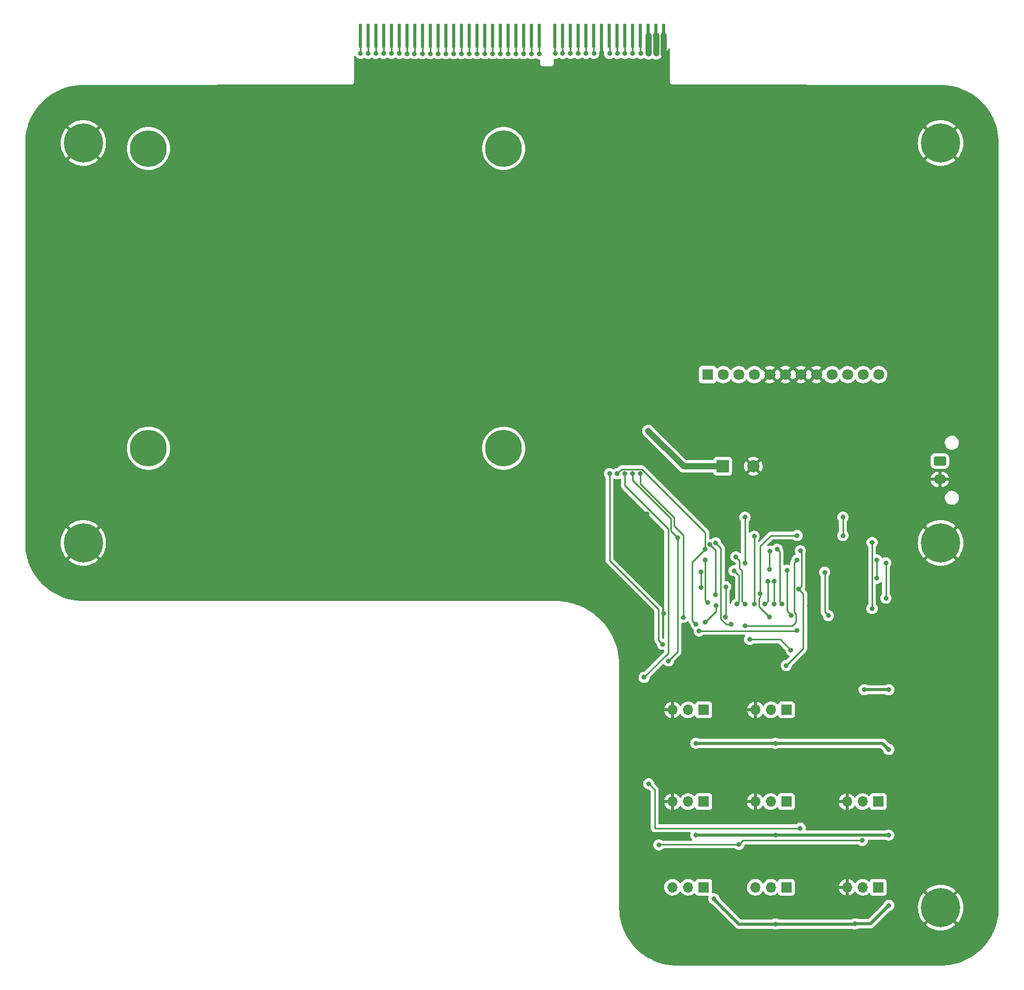
<source format=gbl>
G04 #@! TF.GenerationSoftware,KiCad,Pcbnew,(6.0.2)*
G04 #@! TF.CreationDate,2022-09-21T19:40:20+09:30*
G04 #@! TF.ProjectId,BSPD,42535044-2e6b-4696-9361-645f70636258,4*
G04 #@! TF.SameCoordinates,Original*
G04 #@! TF.FileFunction,Copper,L2,Bot*
G04 #@! TF.FilePolarity,Positive*
%FSLAX46Y46*%
G04 Gerber Fmt 4.6, Leading zero omitted, Abs format (unit mm)*
G04 Created by KiCad (PCBNEW (6.0.2)) date 2022-09-21 19:40:20*
%MOMM*%
%LPD*%
G01*
G04 APERTURE LIST*
G04 Aperture macros list*
%AMRoundRect*
0 Rectangle with rounded corners*
0 $1 Rounding radius*
0 $2 $3 $4 $5 $6 $7 $8 $9 X,Y pos of 4 corners*
0 Add a 4 corners polygon primitive as box body*
4,1,4,$2,$3,$4,$5,$6,$7,$8,$9,$2,$3,0*
0 Add four circle primitives for the rounded corners*
1,1,$1+$1,$2,$3*
1,1,$1+$1,$4,$5*
1,1,$1+$1,$6,$7*
1,1,$1+$1,$8,$9*
0 Add four rect primitives between the rounded corners*
20,1,$1+$1,$2,$3,$4,$5,0*
20,1,$1+$1,$4,$5,$6,$7,0*
20,1,$1+$1,$6,$7,$8,$9,0*
20,1,$1+$1,$8,$9,$2,$3,0*%
G04 Aperture macros list end*
G04 #@! TA.AperFunction,ComponentPad*
%ADD10R,1.700000X1.700000*%
G04 #@! TD*
G04 #@! TA.AperFunction,ComponentPad*
%ADD11O,1.700000X1.700000*%
G04 #@! TD*
G04 #@! TA.AperFunction,ComponentPad*
%ADD12C,0.800000*%
G04 #@! TD*
G04 #@! TA.AperFunction,ComponentPad*
%ADD13C,6.400000*%
G04 #@! TD*
G04 #@! TA.AperFunction,ComponentPad*
%ADD14RoundRect,0.250001X-0.759999X0.499999X-0.759999X-0.499999X0.759999X-0.499999X0.759999X0.499999X0*%
G04 #@! TD*
G04 #@! TA.AperFunction,ComponentPad*
%ADD15O,2.020000X1.500000*%
G04 #@! TD*
G04 #@! TA.AperFunction,ComponentPad*
%ADD16R,1.800000X1.800000*%
G04 #@! TD*
G04 #@! TA.AperFunction,ComponentPad*
%ADD17C,1.800000*%
G04 #@! TD*
G04 #@! TA.AperFunction,ConnectorPad*
%ADD18R,0.560000X4.000000*%
G04 #@! TD*
G04 #@! TA.AperFunction,WasherPad*
%ADD19C,6.000000*%
G04 #@! TD*
G04 #@! TA.AperFunction,ComponentPad*
%ADD20R,2.000000X2.000000*%
G04 #@! TD*
G04 #@! TA.AperFunction,ComponentPad*
%ADD21C,2.000000*%
G04 #@! TD*
G04 #@! TA.AperFunction,ViaPad*
%ADD22C,0.800000*%
G04 #@! TD*
G04 #@! TA.AperFunction,Conductor*
%ADD23C,1.000000*%
G04 #@! TD*
G04 #@! TA.AperFunction,Conductor*
%ADD24C,0.350000*%
G04 #@! TD*
G04 #@! TA.AperFunction,Conductor*
%ADD25C,0.250000*%
G04 #@! TD*
G04 #@! TA.AperFunction,Conductor*
%ADD26C,0.500000*%
G04 #@! TD*
G04 APERTURE END LIST*
D10*
X141885000Y-141600000D03*
D11*
X139345000Y-141600000D03*
X136805000Y-141600000D03*
D10*
X141925000Y-126600000D03*
D11*
X139385000Y-126600000D03*
X136845000Y-126600000D03*
D10*
X141885000Y-155600000D03*
D11*
X139345000Y-155600000D03*
X136805000Y-155600000D03*
D10*
X128385000Y-141600000D03*
D11*
X125845000Y-141600000D03*
X123305000Y-141600000D03*
D10*
X128385000Y-155600000D03*
D11*
X125845000Y-155600000D03*
X123305000Y-155600000D03*
D10*
X156885000Y-141600000D03*
D11*
X154345000Y-141600000D03*
X151805000Y-141600000D03*
D10*
X156885000Y-155600000D03*
D11*
X154345000Y-155600000D03*
X151805000Y-155600000D03*
D10*
X128385000Y-126600000D03*
D11*
X125845000Y-126600000D03*
X123305000Y-126600000D03*
D12*
X167087500Y-156519620D03*
X167087500Y-161319620D03*
X168784556Y-157222564D03*
X165390444Y-157222564D03*
X169487500Y-158919620D03*
X165390444Y-160616676D03*
X168784556Y-160616676D03*
D13*
X167087500Y-158919620D03*
D12*
X164687500Y-158919620D03*
D14*
X166950000Y-85950000D03*
D15*
X166950000Y-88950000D03*
D16*
X129030000Y-71805000D03*
D17*
X131570000Y-71805000D03*
X134110000Y-71805000D03*
X136650000Y-71805000D03*
X139190000Y-71805000D03*
X141730000Y-71805000D03*
X144270000Y-71805000D03*
X146810000Y-71805000D03*
X149350000Y-71805000D03*
X151890000Y-71805000D03*
X154430000Y-71805000D03*
X156970000Y-71805000D03*
D18*
X121847500Y-16409620D03*
X120577500Y-16409620D03*
X119307500Y-16409620D03*
X118037500Y-16409620D03*
X116767500Y-16409620D03*
X115497500Y-16409620D03*
X114227500Y-16409620D03*
X112957500Y-16409620D03*
X111687500Y-16409620D03*
X110417500Y-16409620D03*
X109147500Y-16409620D03*
X107877500Y-16409620D03*
X106607500Y-16409620D03*
X105337500Y-16409620D03*
X104067500Y-16409620D03*
X101527500Y-16409620D03*
X100257500Y-16409620D03*
X98987500Y-16409620D03*
X97717500Y-16409620D03*
X96447500Y-16409620D03*
X95177500Y-16409620D03*
X93907500Y-16409620D03*
X92637500Y-16409620D03*
X91367500Y-16409620D03*
X90097500Y-16409620D03*
X88827500Y-16409620D03*
X87557500Y-16409620D03*
X86287500Y-16409620D03*
X85017500Y-16409620D03*
X83747500Y-16409620D03*
X82477500Y-16409620D03*
X81207500Y-16409620D03*
X79937500Y-16409620D03*
X78667500Y-16409620D03*
X77397500Y-16409620D03*
X76127500Y-16409620D03*
X74857500Y-16409620D03*
X73587500Y-16409620D03*
X72317500Y-16409620D03*
D12*
X27075500Y-101719620D03*
X29475500Y-99319620D03*
X25378444Y-101016676D03*
X27075500Y-96919620D03*
X25378444Y-97622564D03*
D13*
X27075500Y-99319620D03*
D12*
X28772556Y-97622564D03*
X28772556Y-101016676D03*
X24675500Y-99319620D03*
X167075500Y-31563325D03*
X165378444Y-35660381D03*
X169475500Y-33963325D03*
X168772556Y-35660381D03*
X168772556Y-32266269D03*
X167075500Y-36363325D03*
D13*
X167075500Y-33963325D03*
D12*
X164675500Y-33963325D03*
X165378444Y-32266269D03*
D19*
X37715000Y-34855000D03*
X95715000Y-34855000D03*
X95715000Y-83855000D03*
X37715000Y-83855000D03*
D12*
X169475500Y-99319620D03*
X164675500Y-99319620D03*
X165378444Y-97622564D03*
X165378444Y-101016676D03*
X168772556Y-97622564D03*
X167075500Y-96919620D03*
X167075500Y-101719620D03*
X168772556Y-101016676D03*
D13*
X167075500Y-99319620D03*
D12*
X25378444Y-35660381D03*
X28772556Y-35660381D03*
X24675500Y-33963325D03*
D13*
X27075500Y-33963325D03*
D12*
X27075500Y-31563325D03*
X27075500Y-36363325D03*
X29475500Y-33963325D03*
X25378444Y-32266269D03*
X28772556Y-32266269D03*
D20*
X131500000Y-86800000D03*
D21*
X136500000Y-86800000D03*
D22*
X145635000Y-109600000D03*
X116635000Y-94600000D03*
X109135000Y-102100000D03*
X119800000Y-116000000D03*
X149365000Y-117410000D03*
X114135000Y-97100000D03*
X125385000Y-113100000D03*
X153160000Y-106410000D03*
X111635000Y-102100000D03*
X147835000Y-118940000D03*
X116635000Y-102100000D03*
X157135000Y-151600000D03*
X116635000Y-99600000D03*
X148635000Y-102600000D03*
X152905000Y-116150000D03*
X119250000Y-102000000D03*
X109135000Y-94600000D03*
X109135000Y-99600000D03*
X111687500Y-19319620D03*
X114135000Y-94600000D03*
X111635000Y-94600000D03*
X119135000Y-97100000D03*
X111635000Y-97100000D03*
X106600000Y-94600000D03*
X116635000Y-97100000D03*
X149175000Y-105140000D03*
X123750000Y-26300000D03*
X156585000Y-137645000D03*
X109135000Y-97100000D03*
X119135000Y-94600000D03*
X106635000Y-99600000D03*
X133010000Y-102600000D03*
X111635000Y-99600000D03*
X121885000Y-110850000D03*
X121850000Y-19400000D03*
X106635000Y-97100000D03*
X147635000Y-100600000D03*
X113002500Y-19324620D03*
X113002500Y-88000000D03*
X121660000Y-115884000D03*
X128638750Y-100346250D03*
X127135000Y-112600000D03*
X114250000Y-88000000D03*
X114287500Y-19319620D03*
X139135000Y-103600000D03*
X139220001Y-100685001D03*
X140385000Y-100350000D03*
X141135000Y-109350000D03*
X138385000Y-109350000D03*
X138885000Y-105600000D03*
X139885000Y-109350000D03*
X139885000Y-105600000D03*
X128635000Y-102100000D03*
X129035000Y-109100000D03*
X127635001Y-113700001D03*
X143639988Y-113605000D03*
X133764999Y-109350000D03*
X133365000Y-103870000D03*
X140110000Y-147075000D03*
X140110000Y-132075000D03*
X135135000Y-95100000D03*
X151135000Y-95100000D03*
X154605000Y-123309998D03*
X127110000Y-147075000D03*
X127110000Y-132075000D03*
X135135000Y-102600000D03*
X158635000Y-158550000D03*
X158610000Y-133075000D03*
X153110000Y-161575000D03*
X130060000Y-157484000D03*
X158610000Y-123325000D03*
X151135000Y-98100000D03*
X140135000Y-161600000D03*
X120632500Y-19324620D03*
X158610000Y-147075000D03*
X119350000Y-81000000D03*
X119362500Y-19324620D03*
X130335000Y-107770000D03*
X129385000Y-99600000D03*
X115500000Y-88000000D03*
X115517500Y-19324620D03*
X118660000Y-121284000D03*
X136635000Y-109350000D03*
X121060000Y-148684000D03*
X134135000Y-148600000D03*
X154285000Y-147945000D03*
X136635000Y-98240000D03*
X158135000Y-108350000D03*
X158135000Y-102600000D03*
X156635000Y-105100000D03*
X156635000Y-102100000D03*
X116767500Y-88000000D03*
X116787500Y-19324620D03*
X119410500Y-138684000D03*
X122635000Y-118600000D03*
X144135000Y-145945000D03*
X124135000Y-98484000D03*
X143635000Y-98100000D03*
X139110000Y-111445000D03*
X137635000Y-107600000D03*
X141869847Y-119360153D03*
X143897499Y-106862499D03*
X144170000Y-100600000D03*
X155885000Y-110044984D03*
X155885000Y-99245000D03*
X130345000Y-99310000D03*
X132885000Y-112620000D03*
X128585013Y-112300000D03*
X130382516Y-109608111D03*
X148735000Y-111200000D03*
X148147653Y-104112653D03*
X131921502Y-111408498D03*
X131985000Y-106490043D03*
X127910000Y-106600000D03*
X127910000Y-104100000D03*
X118087500Y-19319620D03*
X125060000Y-111484000D03*
X142710001Y-111200000D03*
X142035000Y-103789999D03*
X118000000Y-88000000D03*
X110462500Y-19319620D03*
X109187500Y-19314620D03*
X107887500Y-19319620D03*
X106617500Y-19319620D03*
X105342500Y-19314620D03*
X104117500Y-19319620D03*
X101537500Y-19369620D03*
X100262500Y-19364620D03*
X98962500Y-19369620D03*
X97692500Y-19369620D03*
X96417500Y-19364620D03*
X95192500Y-19369620D03*
X93937500Y-19369620D03*
X92662500Y-19364620D03*
X91362500Y-19369620D03*
X90092500Y-19369620D03*
X88817500Y-19364620D03*
X87592500Y-19369620D03*
X86287500Y-19369620D03*
X85012500Y-19364620D03*
X83712500Y-19369620D03*
X82442500Y-19369620D03*
X81167500Y-19364620D03*
X79942500Y-19369620D03*
X78687500Y-19319620D03*
X77412500Y-19314620D03*
X76112500Y-19319620D03*
X74842500Y-19319620D03*
X73567500Y-19314620D03*
X72342500Y-19319620D03*
X143635000Y-102100000D03*
X135135000Y-112850000D03*
X135135000Y-109350000D03*
X142635000Y-116850000D03*
X135885000Y-115100000D03*
X133635000Y-101600000D03*
D23*
X121850000Y-16412120D02*
X121847500Y-16409620D01*
X121850000Y-19400000D02*
X121850000Y-16412120D01*
D24*
X111687500Y-19319620D02*
X111687500Y-16409620D01*
D25*
X149365000Y-117410000D02*
X147835000Y-118940000D01*
X113002500Y-16454620D02*
X113002500Y-19397500D01*
X113002500Y-102177500D02*
X113002500Y-88000000D01*
X121660000Y-115884000D02*
X121000000Y-115224000D01*
X121000000Y-115224000D02*
X121000000Y-110175000D01*
X112957500Y-16409620D02*
X113002500Y-16454620D01*
X121000000Y-110175000D02*
X113002500Y-102177500D01*
X114227500Y-19272500D02*
X114227500Y-16409620D01*
X114974511Y-87275489D02*
X114250000Y-88000000D01*
X126535000Y-102450000D02*
X126535000Y-112000000D01*
X128638750Y-100346250D02*
X126535000Y-102450000D01*
X128638750Y-97614136D02*
X118300103Y-87275489D01*
X139135000Y-103600000D02*
X139135000Y-100770002D01*
X118300103Y-87275489D02*
X114974511Y-87275489D01*
X139135000Y-100770002D02*
X139220001Y-100685001D01*
X128638750Y-100346250D02*
X128638750Y-97614136D01*
X126535000Y-112000000D02*
X127135000Y-112600000D01*
X140784999Y-100749999D02*
X140784999Y-108999999D01*
X140385000Y-100350000D02*
X140784999Y-100749999D01*
X140784999Y-108999999D02*
X141135000Y-109350000D01*
X138885000Y-105600000D02*
X138885000Y-108850000D01*
X138885000Y-108850000D02*
X138385000Y-109350000D01*
X139885000Y-105600000D02*
X139885000Y-109350000D01*
X128635000Y-102100000D02*
X128635001Y-108700001D01*
X128635001Y-108700001D02*
X129035000Y-109100000D01*
X143544987Y-113700001D02*
X143639988Y-113605000D01*
X127635001Y-113700001D02*
X143544987Y-113700001D01*
X134164998Y-104669998D02*
X134164998Y-108950001D01*
X133365000Y-103870000D02*
X134164998Y-104669998D01*
X134164998Y-108950001D02*
X133764999Y-109350000D01*
X151135000Y-98100000D02*
X151135000Y-95100000D01*
D26*
X127110000Y-132075000D02*
X140110000Y-132075000D01*
X153085000Y-161600000D02*
X153110000Y-161575000D01*
X130060000Y-157484000D02*
X130060000Y-157574994D01*
X157610000Y-132075000D02*
X158610000Y-133075000D01*
X140110000Y-147075000D02*
X158610000Y-147075000D01*
X140110000Y-132075000D02*
X157610000Y-132075000D01*
D25*
X135135000Y-102600000D02*
X135135000Y-95100000D01*
D26*
X154620002Y-123325000D02*
X154605000Y-123309998D01*
D23*
X120632500Y-16464620D02*
X120577500Y-16409620D01*
X120632500Y-19324620D02*
X120632500Y-16464620D01*
D26*
X130060000Y-157574994D02*
X134085006Y-161600000D01*
X153110000Y-161575000D02*
X155610000Y-161575000D01*
X155610000Y-161575000D02*
X158635000Y-158550000D01*
X158610000Y-123325000D02*
X154620002Y-123325000D01*
X134085006Y-161600000D02*
X140135000Y-161600000D01*
X127110000Y-147075000D02*
X140110000Y-147075000D01*
X140135000Y-161600000D02*
X153085000Y-161600000D01*
D23*
X119350000Y-81000000D02*
X125150000Y-86800000D01*
X125150000Y-86800000D02*
X131500000Y-86800000D01*
D24*
X119362500Y-16464620D02*
X119307500Y-16409620D01*
D23*
X119362500Y-19324620D02*
X119362500Y-16464620D01*
D25*
X130335000Y-100550000D02*
X130335000Y-107770000D01*
X129385000Y-99600000D02*
X130335000Y-100550000D01*
X122609511Y-97049897D02*
X122609511Y-117334489D01*
X115500000Y-89940386D02*
X122609511Y-97049897D01*
X122609511Y-117334489D02*
X118660000Y-121284000D01*
X115517500Y-19324620D02*
X115497500Y-19304620D01*
X115500000Y-88000000D02*
X115500000Y-89940386D01*
X115497500Y-19304620D02*
X115497500Y-16409620D01*
X121144000Y-148600000D02*
X121060000Y-148684000D01*
X134135000Y-148600000D02*
X121144000Y-148600000D01*
X136635000Y-98240000D02*
X136635000Y-109350000D01*
X154285000Y-147945000D02*
X134790000Y-147945000D01*
X134790000Y-147945000D02*
X134135000Y-148600000D01*
X158135000Y-108350000D02*
X158135000Y-102600000D01*
X156635000Y-105100000D02*
X156635000Y-102100000D01*
X116767500Y-19332500D02*
X116767500Y-16409620D01*
X123059031Y-95358417D02*
X123059031Y-97408031D01*
X116767500Y-89066886D02*
X123059031Y-95358417D01*
X123059031Y-97408031D02*
X124135000Y-98484000D01*
X124135000Y-98484000D02*
X124135000Y-117100000D01*
X127960000Y-145970000D02*
X127985000Y-145945000D01*
X119410500Y-138684000D02*
X120385000Y-139658500D01*
X116767500Y-88000000D02*
X116767500Y-89066886D01*
X127985000Y-145945000D02*
X144135000Y-145945000D01*
X124135000Y-117100000D02*
X122635000Y-118600000D01*
X120385000Y-139658500D02*
X120385000Y-145970000D01*
X120385000Y-145970000D02*
X127960000Y-145970000D01*
X137410001Y-109745001D02*
X137410001Y-108390684D01*
X137635000Y-99850000D02*
X137635000Y-107600000D01*
X143635000Y-98100000D02*
X139385000Y-98100000D01*
X137410001Y-108390684D02*
X137635000Y-108165685D01*
X139110000Y-111445000D02*
X137410001Y-109745001D01*
X139385000Y-98100000D02*
X137635000Y-99850000D01*
X137635000Y-108165685D02*
X137635000Y-107600000D01*
X144170000Y-100600000D02*
X144360001Y-100790001D01*
X144360001Y-106399998D02*
X143897499Y-106862499D01*
X144655002Y-116574998D02*
X144655002Y-107620002D01*
X144655002Y-107620002D02*
X143897499Y-106862499D01*
X144360001Y-100790001D02*
X144360001Y-106399998D01*
X141869847Y-119360153D02*
X144655002Y-116574998D01*
X155885000Y-99245000D02*
X155885000Y-110044984D01*
X132060002Y-112620000D02*
X131185000Y-111744998D01*
X131185000Y-111744998D02*
X131185000Y-108273004D01*
X131185000Y-107546996D02*
X131185000Y-100150000D01*
X132885000Y-112620000D02*
X132060002Y-112620000D01*
X131200002Y-107561998D02*
X131185000Y-107546996D01*
X131185000Y-100150000D02*
X130345000Y-99310000D01*
X131200002Y-108258002D02*
X131200002Y-107561998D01*
X131185000Y-108273004D02*
X131200002Y-108258002D01*
X128585013Y-112300000D02*
X130382516Y-110502497D01*
X148735000Y-111200000D02*
X148147653Y-110612653D01*
X130382516Y-110502497D02*
X130382516Y-109608111D01*
X148147653Y-110612653D02*
X148147653Y-104112653D01*
X131985000Y-111345000D02*
X131921502Y-111408498D01*
X131985000Y-106490043D02*
X131985000Y-111345000D01*
X127910000Y-106600000D02*
X127910000Y-104125000D01*
X127910000Y-104125000D02*
X127910000Y-104100000D01*
X118000000Y-88000000D02*
X118000000Y-89663668D01*
X142710001Y-111075001D02*
X142035000Y-110400000D01*
X118037500Y-19262500D02*
X118037500Y-16409620D01*
X142035000Y-110400000D02*
X142035000Y-103789999D01*
X125060000Y-98060000D02*
X125060000Y-111484000D01*
X142710001Y-111200000D02*
X142710001Y-111075001D01*
X118000000Y-89663668D02*
X123508551Y-95172219D01*
X123508551Y-96508551D02*
X125060000Y-98060000D01*
X123508551Y-95172219D02*
X123508551Y-96508551D01*
X110437500Y-19294620D02*
X110437500Y-16319620D01*
X109167500Y-19294620D02*
X109167500Y-16319620D01*
X107897500Y-19309620D02*
X107897500Y-16319620D01*
X106627500Y-19309620D02*
X106627500Y-16319620D01*
X105357500Y-19299620D02*
X105357500Y-16319620D01*
X104087500Y-19274620D02*
X104087500Y-16319620D01*
X101512500Y-19344620D02*
X101512500Y-16369620D01*
X100242500Y-19344620D02*
X100242500Y-16369620D01*
X98972500Y-19359620D02*
X98972500Y-16369620D01*
X97702500Y-19359620D02*
X97702500Y-16369620D01*
X96432500Y-19349620D02*
X96432500Y-16369620D01*
X95162500Y-19324620D02*
X95162500Y-16369620D01*
X93907500Y-19444620D02*
X93907500Y-16469620D01*
X92642500Y-19344620D02*
X92642500Y-16369620D01*
X91372500Y-19359620D02*
X91372500Y-16369620D01*
X90102500Y-19359620D02*
X90102500Y-16369620D01*
X88832500Y-19349620D02*
X88832500Y-16369620D01*
X87562500Y-19324620D02*
X87562500Y-16369620D01*
X86262500Y-19344620D02*
X86262500Y-16369620D01*
X84992500Y-19344620D02*
X84992500Y-16369620D01*
X83722500Y-19359620D02*
X83722500Y-16369620D01*
X82452500Y-19359620D02*
X82452500Y-16369620D01*
X81182500Y-19349620D02*
X81182500Y-16369620D01*
X79912500Y-19324620D02*
X79912500Y-16369620D01*
X78662500Y-19294620D02*
X78662500Y-16319620D01*
X77392500Y-19294620D02*
X77392500Y-16319620D01*
X76122500Y-19309620D02*
X76122500Y-16319620D01*
X74852500Y-19309620D02*
X74852500Y-16319620D01*
X73582500Y-19299620D02*
X73582500Y-16319620D01*
X72312500Y-19274620D02*
X72312500Y-16319620D01*
X142885000Y-112850000D02*
X135135000Y-112850000D01*
X143434512Y-112300488D02*
X142885000Y-112850000D01*
X143434512Y-110899897D02*
X143434512Y-112300488D01*
X143172988Y-102562012D02*
X143172988Y-110638374D01*
X143635000Y-102100000D02*
X143172988Y-102562012D01*
X143172988Y-110638374D02*
X143434512Y-110899897D01*
X134635000Y-103850000D02*
X134635000Y-108850000D01*
X135885000Y-115100000D02*
X140885000Y-115100000D01*
X134635000Y-108850000D02*
X135135000Y-109350000D01*
X140885000Y-115100000D02*
X142635000Y-116850000D01*
X134215009Y-102180009D02*
X134215009Y-103430009D01*
X134215009Y-103430009D02*
X134635000Y-103850000D01*
X133635000Y-101600000D02*
X134215009Y-102180009D01*
G04 #@! TA.AperFunction,Conductor*
G36*
X111883621Y-16175622D02*
G01*
X111930114Y-16229278D01*
X111941500Y-16281620D01*
X111941500Y-18899504D01*
X111945975Y-18914743D01*
X111947365Y-18915948D01*
X111955048Y-18917619D01*
X112006065Y-18917619D01*
X112074186Y-18937621D01*
X112120679Y-18991277D01*
X112130783Y-19061551D01*
X112125898Y-19082554D01*
X112110998Y-19128411D01*
X112110996Y-19128418D01*
X112108958Y-19134692D01*
X112088996Y-19324620D01*
X112089686Y-19331185D01*
X112107743Y-19502985D01*
X112108958Y-19514548D01*
X112167973Y-19696176D01*
X112263460Y-19861564D01*
X112391247Y-20003486D01*
X112453739Y-20048889D01*
X112533529Y-20106860D01*
X112545748Y-20115738D01*
X112551776Y-20118422D01*
X112551778Y-20118423D01*
X112712063Y-20189786D01*
X112720212Y-20193414D01*
X112813612Y-20213267D01*
X112900556Y-20231748D01*
X112900561Y-20231748D01*
X112907013Y-20233120D01*
X113097987Y-20233120D01*
X113104439Y-20231748D01*
X113104444Y-20231748D01*
X113191388Y-20213267D01*
X113284788Y-20193414D01*
X113292937Y-20189786D01*
X113453222Y-20118423D01*
X113453224Y-20118422D01*
X113459252Y-20115738D01*
X113471472Y-20106860D01*
X113515282Y-20075030D01*
X113574381Y-20032092D01*
X113641247Y-20008234D01*
X113710399Y-20024314D01*
X113722498Y-20032089D01*
X113750002Y-20052072D01*
X113817315Y-20100978D01*
X113830748Y-20110738D01*
X113836776Y-20113422D01*
X113836778Y-20113423D01*
X113997063Y-20184786D01*
X114005212Y-20188414D01*
X114090502Y-20206543D01*
X114185556Y-20226748D01*
X114185561Y-20226748D01*
X114192013Y-20228120D01*
X114382987Y-20228120D01*
X114389439Y-20226748D01*
X114389444Y-20226748D01*
X114484498Y-20206543D01*
X114569788Y-20188414D01*
X114577937Y-20184786D01*
X114738222Y-20113423D01*
X114738224Y-20113422D01*
X114744252Y-20110738D01*
X114757686Y-20100978D01*
X114790326Y-20077263D01*
X114824999Y-20052072D01*
X114891865Y-20028214D01*
X114961017Y-20044294D01*
X114973117Y-20052070D01*
X115007792Y-20077263D01*
X115048529Y-20106860D01*
X115060748Y-20115738D01*
X115066776Y-20118422D01*
X115066778Y-20118423D01*
X115227063Y-20189786D01*
X115235212Y-20193414D01*
X115328612Y-20213267D01*
X115415556Y-20231748D01*
X115415561Y-20231748D01*
X115422013Y-20233120D01*
X115612987Y-20233120D01*
X115619439Y-20231748D01*
X115619444Y-20231748D01*
X115706388Y-20213267D01*
X115799788Y-20193414D01*
X115807937Y-20189786D01*
X115968222Y-20118423D01*
X115968224Y-20118422D01*
X115974252Y-20115738D01*
X115986472Y-20106860D01*
X116027208Y-20077263D01*
X116078440Y-20040041D01*
X116145306Y-20016183D01*
X116214458Y-20032263D01*
X116226556Y-20040038D01*
X116277792Y-20077263D01*
X116318529Y-20106860D01*
X116330748Y-20115738D01*
X116336776Y-20118422D01*
X116336778Y-20118423D01*
X116497063Y-20189786D01*
X116505212Y-20193414D01*
X116598612Y-20213267D01*
X116685556Y-20231748D01*
X116685561Y-20231748D01*
X116692013Y-20233120D01*
X116882987Y-20233120D01*
X116889439Y-20231748D01*
X116889444Y-20231748D01*
X116976388Y-20213267D01*
X117069788Y-20193414D01*
X117077937Y-20189786D01*
X117238222Y-20118423D01*
X117238224Y-20118422D01*
X117244252Y-20115738D01*
X117256472Y-20106860D01*
X117336261Y-20048889D01*
X117366880Y-20026643D01*
X117433747Y-20002785D01*
X117502899Y-20018865D01*
X117514999Y-20026641D01*
X117550002Y-20052072D01*
X117617315Y-20100978D01*
X117630748Y-20110738D01*
X117636776Y-20113422D01*
X117636778Y-20113423D01*
X117797063Y-20184786D01*
X117805212Y-20188414D01*
X117890502Y-20206543D01*
X117985556Y-20226748D01*
X117985561Y-20226748D01*
X117992013Y-20228120D01*
X118182987Y-20228120D01*
X118189439Y-20226748D01*
X118189444Y-20226748D01*
X118284498Y-20206543D01*
X118369788Y-20188414D01*
X118377937Y-20184786D01*
X118538222Y-20113423D01*
X118538224Y-20113422D01*
X118544252Y-20110738D01*
X118564363Y-20096126D01*
X118631229Y-20072269D01*
X118700381Y-20088349D01*
X118718737Y-20100978D01*
X118724492Y-20105738D01*
X118791075Y-20160821D01*
X118791079Y-20160823D01*
X118795825Y-20164750D01*
X118969799Y-20258818D01*
X119158732Y-20317302D01*
X119164857Y-20317946D01*
X119164858Y-20317946D01*
X119349296Y-20337331D01*
X119349298Y-20337331D01*
X119355425Y-20337975D01*
X119437924Y-20330467D01*
X119546249Y-20320609D01*
X119546252Y-20320608D01*
X119552388Y-20320050D01*
X119558294Y-20318312D01*
X119558298Y-20318311D01*
X119694856Y-20278120D01*
X119742119Y-20264210D01*
X119747577Y-20261357D01*
X119747581Y-20261355D01*
X119884478Y-20189786D01*
X119917390Y-20172580D01*
X119922190Y-20168720D01*
X119927347Y-20165346D01*
X119928731Y-20167462D01*
X119984135Y-20144593D01*
X120053988Y-20157286D01*
X120063602Y-20162911D01*
X120065825Y-20164750D01*
X120239799Y-20258818D01*
X120428732Y-20317302D01*
X120434857Y-20317946D01*
X120434858Y-20317946D01*
X120619296Y-20337331D01*
X120619298Y-20337331D01*
X120625425Y-20337975D01*
X120707924Y-20330467D01*
X120816249Y-20320609D01*
X120816252Y-20320608D01*
X120822388Y-20320050D01*
X120828294Y-20318312D01*
X120828298Y-20318311D01*
X120964856Y-20278120D01*
X121012119Y-20264210D01*
X121017577Y-20261357D01*
X121017581Y-20261355D01*
X121154478Y-20189786D01*
X121187390Y-20172580D01*
X121341525Y-20048652D01*
X121347416Y-20041632D01*
X121383619Y-19998486D01*
X121468654Y-19897146D01*
X121471621Y-19891748D01*
X121471625Y-19891743D01*
X121560967Y-19729228D01*
X121563933Y-19723833D01*
X121572707Y-19696176D01*
X121621873Y-19541184D01*
X121621873Y-19541183D01*
X121623735Y-19535314D01*
X121641000Y-19381393D01*
X121641000Y-16526470D01*
X121641737Y-16512862D01*
X121645159Y-16481359D01*
X121645825Y-16475232D01*
X121641447Y-16425190D01*
X121641121Y-16420408D01*
X121641000Y-16417930D01*
X121641000Y-16414851D01*
X121640701Y-16411797D01*
X121640700Y-16411786D01*
X121636813Y-16372149D01*
X121636692Y-16370835D01*
X121629847Y-16292602D01*
X121643835Y-16222998D01*
X121693234Y-16172005D01*
X121755367Y-16155620D01*
X121975500Y-16155620D01*
X122043621Y-16175622D01*
X122090114Y-16229278D01*
X122101500Y-16281620D01*
X122101500Y-18899504D01*
X122105975Y-18914743D01*
X122107365Y-18915948D01*
X122115048Y-18917619D01*
X122172169Y-18917619D01*
X122178990Y-18917249D01*
X122229852Y-18911725D01*
X122245104Y-18908099D01*
X122365554Y-18862944D01*
X122381149Y-18854406D01*
X122483224Y-18777905D01*
X122495785Y-18765344D01*
X122572286Y-18663269D01*
X122580824Y-18647674D01*
X122610518Y-18568466D01*
X122653160Y-18511702D01*
X122719721Y-18487002D01*
X122789070Y-18502210D01*
X122839188Y-18552496D01*
X122854500Y-18612696D01*
X122854500Y-23910918D01*
X122854498Y-23911688D01*
X122854024Y-23989272D01*
X122856490Y-23997901D01*
X122856491Y-23997906D01*
X122862139Y-24017668D01*
X122865717Y-24034429D01*
X122868630Y-24054772D01*
X122868633Y-24054782D01*
X122869905Y-24063665D01*
X122880521Y-24087015D01*
X122886964Y-24104527D01*
X122894012Y-24129185D01*
X122909774Y-24154168D01*
X122917904Y-24169234D01*
X122930133Y-24196130D01*
X122946874Y-24215559D01*
X122957979Y-24230567D01*
X122971660Y-24252251D01*
X122978388Y-24258193D01*
X122993796Y-24271801D01*
X123005840Y-24283993D01*
X123025119Y-24306367D01*
X123032647Y-24311246D01*
X123032650Y-24311249D01*
X123046639Y-24320316D01*
X123061513Y-24331606D01*
X123080728Y-24348576D01*
X123088854Y-24352391D01*
X123088855Y-24352392D01*
X123094521Y-24355052D01*
X123107466Y-24361130D01*
X123122435Y-24369444D01*
X123147227Y-24385513D01*
X123164150Y-24390574D01*
X123171790Y-24392859D01*
X123189236Y-24399521D01*
X123212448Y-24410419D01*
X123241630Y-24414963D01*
X123258349Y-24418746D01*
X123278036Y-24424634D01*
X123278039Y-24424635D01*
X123286641Y-24427207D01*
X123295616Y-24427262D01*
X123295617Y-24427262D01*
X123302310Y-24427303D01*
X123321056Y-24427417D01*
X123321828Y-24427450D01*
X123322923Y-24427620D01*
X123353798Y-24427620D01*
X123354568Y-24427622D01*
X123428216Y-24428072D01*
X123428217Y-24428072D01*
X123432152Y-24428096D01*
X123433496Y-24427712D01*
X123434841Y-24427620D01*
X123836982Y-24427620D01*
X167025982Y-24471275D01*
X167045235Y-24472775D01*
X167054177Y-24474167D01*
X167060360Y-24475130D01*
X167060361Y-24475130D01*
X167069230Y-24476511D01*
X167078132Y-24475347D01*
X167078134Y-24475347D01*
X167087474Y-24474125D01*
X167092310Y-24473493D01*
X167112603Y-24472491D01*
X167196578Y-24475130D01*
X167667549Y-24489931D01*
X167675449Y-24490428D01*
X168011938Y-24522236D01*
X168261228Y-24545801D01*
X168269064Y-24546791D01*
X168850217Y-24638836D01*
X168857985Y-24640319D01*
X169432206Y-24768673D01*
X169439873Y-24770641D01*
X169710473Y-24849257D01*
X170004899Y-24934796D01*
X170012402Y-24937234D01*
X170566028Y-25136551D01*
X170573356Y-25139453D01*
X171113375Y-25373140D01*
X171120507Y-25376496D01*
X171556877Y-25598838D01*
X171644776Y-25643625D01*
X171651707Y-25647435D01*
X172158177Y-25946960D01*
X172164829Y-25951182D01*
X172651482Y-26281911D01*
X172657878Y-26286558D01*
X173122819Y-26647203D01*
X173128873Y-26652210D01*
X173570271Y-27041356D01*
X173576025Y-27046761D01*
X173992064Y-27462800D01*
X173997469Y-27468554D01*
X174386615Y-27909952D01*
X174391622Y-27916006D01*
X174752260Y-28380938D01*
X174752262Y-28380940D01*
X174756909Y-28387336D01*
X175087643Y-28873996D01*
X175091865Y-28880648D01*
X175208451Y-29077784D01*
X175391387Y-29387113D01*
X175395199Y-29394047D01*
X175662329Y-29918318D01*
X175665685Y-29925450D01*
X175899372Y-30465469D01*
X175902274Y-30472797D01*
X176101587Y-31026410D01*
X176104029Y-31033926D01*
X176189568Y-31328352D01*
X176268184Y-31598952D01*
X176270152Y-31606619D01*
X176398506Y-32180840D01*
X176399989Y-32188608D01*
X176408778Y-32244098D01*
X176492033Y-32769752D01*
X176493024Y-32777597D01*
X176494452Y-32792700D01*
X176548397Y-33363376D01*
X176548894Y-33371276D01*
X176566096Y-33918657D01*
X176564658Y-33941998D01*
X176562314Y-33957055D01*
X176566440Y-33988604D01*
X176567504Y-34004928D01*
X176576266Y-125240165D01*
X176579496Y-158870305D01*
X176577996Y-158889702D01*
X176575695Y-158904477D01*
X176575695Y-158904481D01*
X176574314Y-158913350D01*
X176575478Y-158922252D01*
X176575478Y-158922254D01*
X176577332Y-158936428D01*
X176578334Y-158956723D01*
X176577684Y-158977395D01*
X176560894Y-159511670D01*
X176560397Y-159519570D01*
X176505026Y-160105340D01*
X176504035Y-160113184D01*
X176412439Y-160691500D01*
X176411991Y-160694331D01*
X176410507Y-160702106D01*
X176282153Y-161276327D01*
X176280185Y-161283994D01*
X176201586Y-161554535D01*
X176158183Y-161703930D01*
X176116034Y-161849007D01*
X176113592Y-161856522D01*
X175914275Y-162410148D01*
X175911373Y-162417476D01*
X175677686Y-162957496D01*
X175674330Y-162964628D01*
X175655332Y-163001914D01*
X175407201Y-163488897D01*
X175403388Y-163495833D01*
X175103871Y-164002289D01*
X175099629Y-164008972D01*
X174768914Y-164495605D01*
X174764272Y-164501996D01*
X174403628Y-164966935D01*
X174398598Y-164973014D01*
X174009485Y-165414376D01*
X174004066Y-165420146D01*
X173588026Y-165836186D01*
X173582256Y-165841605D01*
X173140894Y-166230718D01*
X173134815Y-166235748D01*
X172669876Y-166596392D01*
X172663485Y-166601034D01*
X172176852Y-166931749D01*
X172170169Y-166935991D01*
X171663713Y-167235508D01*
X171656777Y-167239321D01*
X171624959Y-167255533D01*
X171132508Y-167506450D01*
X171125376Y-167509806D01*
X170585356Y-167743493D01*
X170578028Y-167746395D01*
X170024402Y-167945712D01*
X170016899Y-167948150D01*
X169722415Y-168033706D01*
X169451874Y-168112305D01*
X169444207Y-168114273D01*
X168869986Y-168242627D01*
X168862218Y-168244110D01*
X168281064Y-168336155D01*
X168273229Y-168337145D01*
X168023127Y-168360786D01*
X167687450Y-168392517D01*
X167679550Y-168393014D01*
X167132168Y-168410216D01*
X167108827Y-168408778D01*
X167105089Y-168408196D01*
X167093770Y-168406434D01*
X167084868Y-168407598D01*
X167084865Y-168407598D01*
X167062249Y-168410556D01*
X167045911Y-168411620D01*
X124135844Y-168411620D01*
X124116846Y-168410180D01*
X124101047Y-168407770D01*
X124101045Y-168407770D01*
X124092174Y-168406417D01*
X124083274Y-168407609D01*
X124083273Y-168407609D01*
X124069109Y-168409506D01*
X124048820Y-168410572D01*
X123495744Y-168394912D01*
X123487855Y-168394439D01*
X123083361Y-168357473D01*
X122903850Y-168341067D01*
X122895993Y-168340099D01*
X122316498Y-168250162D01*
X122308719Y-168248703D01*
X121736018Y-168122558D01*
X121728344Y-168120614D01*
X121164667Y-167958749D01*
X121157132Y-167956326D01*
X120604759Y-167759398D01*
X120597390Y-167756507D01*
X120058456Y-167525276D01*
X120051284Y-167521928D01*
X119527945Y-167257321D01*
X119520996Y-167253529D01*
X119421527Y-167195120D01*
X119015287Y-166956573D01*
X119008615Y-166952368D01*
X118522541Y-166624236D01*
X118516123Y-166619603D01*
X118051643Y-166261624D01*
X118045528Y-166256598D01*
X117604420Y-165870139D01*
X117598633Y-165864738D01*
X117182673Y-165451357D01*
X117177237Y-165445604D01*
X116788060Y-165006928D01*
X116782995Y-165000844D01*
X116422110Y-164538569D01*
X116417438Y-164532180D01*
X116086319Y-164048198D01*
X116082056Y-164041528D01*
X115941275Y-163805160D01*
X115781955Y-163537667D01*
X115778122Y-163530745D01*
X115510267Y-163009066D01*
X115506874Y-163001914D01*
X115336937Y-162612540D01*
X115272294Y-162464425D01*
X115269360Y-162457081D01*
X115265029Y-162445166D01*
X115068992Y-161905920D01*
X115066526Y-161898408D01*
X115054220Y-161856535D01*
X114905912Y-161351920D01*
X114901164Y-161335765D01*
X114899172Y-161328104D01*
X114788813Y-160841500D01*
X114769467Y-160756196D01*
X114767961Y-160748437D01*
X114764956Y-160729834D01*
X114674417Y-160169478D01*
X114673402Y-160161637D01*
X114616400Y-159577991D01*
X114615878Y-159570092D01*
X114603800Y-159220413D01*
X114597040Y-159024696D01*
X114598406Y-159001357D01*
X114600703Y-158986294D01*
X114596615Y-158955772D01*
X114595500Y-158939045D01*
X114595500Y-155566695D01*
X121942251Y-155566695D01*
X121955110Y-155789715D01*
X121956247Y-155794761D01*
X121956248Y-155794767D01*
X121970493Y-155857973D01*
X122004222Y-156007639D01*
X122088266Y-156214616D01*
X122125685Y-156275678D01*
X122202291Y-156400688D01*
X122204987Y-156405088D01*
X122351250Y-156573938D01*
X122523126Y-156716632D01*
X122716000Y-156829338D01*
X122924692Y-156909030D01*
X122929760Y-156910061D01*
X122929763Y-156910062D01*
X123024862Y-156929410D01*
X123143597Y-156953567D01*
X123148772Y-156953757D01*
X123148774Y-156953757D01*
X123361673Y-156961564D01*
X123361677Y-156961564D01*
X123366837Y-156961753D01*
X123371957Y-156961097D01*
X123371959Y-156961097D01*
X123583288Y-156934025D01*
X123583289Y-156934025D01*
X123588416Y-156933368D01*
X123593366Y-156931883D01*
X123797429Y-156870661D01*
X123797434Y-156870659D01*
X123802384Y-156869174D01*
X124002994Y-156770896D01*
X124184860Y-156641173D01*
X124343096Y-156483489D01*
X124402594Y-156400689D01*
X124473453Y-156302077D01*
X124474776Y-156303028D01*
X124521645Y-156259857D01*
X124591580Y-156247625D01*
X124657026Y-156275144D01*
X124684875Y-156306994D01*
X124744987Y-156405088D01*
X124891250Y-156573938D01*
X125063126Y-156716632D01*
X125256000Y-156829338D01*
X125464692Y-156909030D01*
X125469760Y-156910061D01*
X125469763Y-156910062D01*
X125564862Y-156929410D01*
X125683597Y-156953567D01*
X125688772Y-156953757D01*
X125688774Y-156953757D01*
X125901673Y-156961564D01*
X125901677Y-156961564D01*
X125906837Y-156961753D01*
X125911957Y-156961097D01*
X125911959Y-156961097D01*
X126123288Y-156934025D01*
X126123289Y-156934025D01*
X126128416Y-156933368D01*
X126133366Y-156931883D01*
X126337429Y-156870661D01*
X126337434Y-156870659D01*
X126342384Y-156869174D01*
X126542994Y-156770896D01*
X126724860Y-156641173D01*
X126833091Y-156533319D01*
X126895462Y-156499404D01*
X126966268Y-156504592D01*
X127023030Y-156547238D01*
X127040012Y-156578341D01*
X127053318Y-156613834D01*
X127084385Y-156696705D01*
X127171739Y-156813261D01*
X127288295Y-156900615D01*
X127424684Y-156951745D01*
X127486866Y-156958500D01*
X129102068Y-156958500D01*
X129170189Y-156978502D01*
X129216682Y-157032158D01*
X129226786Y-157102432D01*
X129221901Y-157123436D01*
X129166458Y-157294072D01*
X129146496Y-157484000D01*
X129166458Y-157673928D01*
X129225473Y-157855556D01*
X129320960Y-158020944D01*
X129325378Y-158025851D01*
X129325379Y-158025852D01*
X129437960Y-158150886D01*
X129448747Y-158162866D01*
X129603248Y-158275118D01*
X129609276Y-158277802D01*
X129609278Y-158277803D01*
X129733682Y-158333191D01*
X129771528Y-158359203D01*
X133501236Y-162088911D01*
X133513622Y-162103323D01*
X133522155Y-162114918D01*
X133522160Y-162114923D01*
X133526498Y-162120818D01*
X133532076Y-162125557D01*
X133532079Y-162125560D01*
X133566774Y-162155035D01*
X133574290Y-162161965D01*
X133579985Y-162167660D01*
X133582867Y-162169940D01*
X133602257Y-162185281D01*
X133605661Y-162188072D01*
X133640670Y-162217814D01*
X133661291Y-162235333D01*
X133667807Y-162238661D01*
X133672856Y-162242028D01*
X133677985Y-162245195D01*
X133683722Y-162249734D01*
X133749881Y-162280655D01*
X133753775Y-162282558D01*
X133818814Y-162315769D01*
X133825922Y-162317508D01*
X133831565Y-162319607D01*
X133837328Y-162321524D01*
X133843956Y-162324622D01*
X133851118Y-162326112D01*
X133851119Y-162326112D01*
X133915418Y-162339486D01*
X133919702Y-162340456D01*
X133990616Y-162357808D01*
X133996218Y-162358156D01*
X133996221Y-162358156D01*
X134001770Y-162358500D01*
X134001768Y-162358536D01*
X134005761Y-162358775D01*
X134009953Y-162359149D01*
X134017121Y-162360640D01*
X134094526Y-162358546D01*
X134097934Y-162358500D01*
X139592413Y-162358500D01*
X139666472Y-162382563D01*
X139672902Y-162387235D01*
X139672909Y-162387239D01*
X139678248Y-162391118D01*
X139684276Y-162393802D01*
X139684278Y-162393803D01*
X139846681Y-162466109D01*
X139852712Y-162468794D01*
X139946112Y-162488647D01*
X140033056Y-162507128D01*
X140033061Y-162507128D01*
X140039513Y-162508500D01*
X140230487Y-162508500D01*
X140236939Y-162507128D01*
X140236944Y-162507128D01*
X140323888Y-162488647D01*
X140417288Y-162468794D01*
X140423319Y-162466109D01*
X140585722Y-162393803D01*
X140585724Y-162393802D01*
X140591752Y-162391118D01*
X140597091Y-162387239D01*
X140597098Y-162387235D01*
X140603528Y-162382563D01*
X140677587Y-162358500D01*
X152609355Y-162358500D01*
X152660604Y-162369393D01*
X152752106Y-162410132D01*
X152827712Y-162443794D01*
X152907728Y-162460802D01*
X153008056Y-162482128D01*
X153008061Y-162482128D01*
X153014513Y-162483500D01*
X153205487Y-162483500D01*
X153211939Y-162482128D01*
X153211944Y-162482128D01*
X153312272Y-162460802D01*
X153392288Y-162443794D01*
X153459526Y-162413858D01*
X153560722Y-162368803D01*
X153560724Y-162368802D01*
X153566752Y-162366118D01*
X153572091Y-162362239D01*
X153572098Y-162362235D01*
X153578528Y-162357563D01*
X153652587Y-162333500D01*
X155542930Y-162333500D01*
X155561880Y-162334933D01*
X155576115Y-162337099D01*
X155576119Y-162337099D01*
X155583349Y-162338199D01*
X155590641Y-162337606D01*
X155590644Y-162337606D01*
X155636018Y-162333915D01*
X155646233Y-162333500D01*
X155654293Y-162333500D01*
X155667583Y-162331951D01*
X155682507Y-162330211D01*
X155686882Y-162329778D01*
X155752339Y-162324454D01*
X155752342Y-162324453D01*
X155759637Y-162323860D01*
X155766601Y-162321604D01*
X155772560Y-162320413D01*
X155778415Y-162319029D01*
X155785681Y-162318182D01*
X155854327Y-162293265D01*
X155858455Y-162291848D01*
X155920936Y-162271607D01*
X155920938Y-162271606D01*
X155927899Y-162269351D01*
X155934154Y-162265555D01*
X155939628Y-162263049D01*
X155945058Y-162260330D01*
X155951937Y-162257833D01*
X155958058Y-162253820D01*
X156012976Y-162217814D01*
X156016680Y-162215477D01*
X156079107Y-162177595D01*
X156087484Y-162170197D01*
X156087508Y-162170224D01*
X156090500Y-162167571D01*
X156093733Y-162164868D01*
X156099852Y-162160856D01*
X156153128Y-162104617D01*
X156155506Y-162102175D01*
X156540675Y-161717006D01*
X164655259Y-161717006D01*
X164662716Y-161727373D01*
X164902435Y-161921494D01*
X164907772Y-161925371D01*
X165228185Y-162133450D01*
X165233894Y-162136747D01*
X165574311Y-162310198D01*
X165580336Y-162312880D01*
X165937002Y-162449791D01*
X165943284Y-162451832D01*
X166312316Y-162550714D01*
X166318766Y-162552085D01*
X166696129Y-162611854D01*
X166702667Y-162612540D01*
X167084199Y-162632536D01*
X167090801Y-162632536D01*
X167472333Y-162612540D01*
X167478871Y-162611854D01*
X167856234Y-162552085D01*
X167862684Y-162550714D01*
X168231716Y-162451832D01*
X168237998Y-162449791D01*
X168594664Y-162312880D01*
X168600689Y-162310198D01*
X168941106Y-162136747D01*
X168946815Y-162133450D01*
X169267228Y-161925371D01*
X169272565Y-161921494D01*
X169511335Y-161728142D01*
X169519800Y-161715887D01*
X169513466Y-161704796D01*
X167100312Y-159291642D01*
X167086368Y-159284028D01*
X167084535Y-159284159D01*
X167077920Y-159288410D01*
X164662400Y-161703930D01*
X164655259Y-161717006D01*
X156540675Y-161717006D01*
X158791331Y-159466350D01*
X158854228Y-159432199D01*
X158910824Y-159420169D01*
X158910833Y-159420166D01*
X158917288Y-159418794D01*
X158923319Y-159416109D01*
X159085722Y-159343803D01*
X159085724Y-159343802D01*
X159091752Y-159341118D01*
X159246253Y-159228866D01*
X159374040Y-159086944D01*
X159455103Y-158946539D01*
X159466223Y-158927279D01*
X159466224Y-158927278D01*
X159468739Y-158922921D01*
X163374584Y-158922921D01*
X163394580Y-159304453D01*
X163395266Y-159310991D01*
X163455035Y-159688354D01*
X163456406Y-159694804D01*
X163555288Y-160063836D01*
X163557329Y-160070118D01*
X163694240Y-160426784D01*
X163696922Y-160432809D01*
X163870372Y-160773223D01*
X163873669Y-160778933D01*
X164081753Y-161099355D01*
X164085623Y-161104681D01*
X164278978Y-161343455D01*
X164291233Y-161351920D01*
X164302324Y-161345586D01*
X166715478Y-158932432D01*
X166721856Y-158920752D01*
X167451908Y-158920752D01*
X167452039Y-158922585D01*
X167456290Y-158929200D01*
X169871810Y-161344720D01*
X169884886Y-161351861D01*
X169895253Y-161344404D01*
X170089377Y-161104681D01*
X170093247Y-161099355D01*
X170301331Y-160778933D01*
X170304628Y-160773223D01*
X170478078Y-160432809D01*
X170480760Y-160426784D01*
X170617671Y-160070118D01*
X170619712Y-160063836D01*
X170718594Y-159694804D01*
X170719965Y-159688354D01*
X170779734Y-159310991D01*
X170780420Y-159304453D01*
X170800416Y-158922921D01*
X170800416Y-158916319D01*
X170780420Y-158534787D01*
X170779734Y-158528249D01*
X170719965Y-158150886D01*
X170718594Y-158144436D01*
X170619712Y-157775404D01*
X170617671Y-157769122D01*
X170480760Y-157412456D01*
X170478078Y-157406431D01*
X170304628Y-157066017D01*
X170301331Y-157060307D01*
X170093247Y-156739885D01*
X170089377Y-156734559D01*
X169896022Y-156495785D01*
X169883767Y-156487320D01*
X169872676Y-156493654D01*
X167459522Y-158906808D01*
X167451908Y-158920752D01*
X166721856Y-158920752D01*
X166723092Y-158918488D01*
X166722961Y-158916655D01*
X166718710Y-158910040D01*
X164303190Y-156494520D01*
X164290114Y-156487379D01*
X164279747Y-156494836D01*
X164085623Y-156734559D01*
X164081753Y-156739885D01*
X163873669Y-157060307D01*
X163870372Y-157066017D01*
X163696922Y-157406431D01*
X163694240Y-157412456D01*
X163557329Y-157769122D01*
X163555288Y-157775404D01*
X163456406Y-158144436D01*
X163455035Y-158150886D01*
X163395266Y-158528249D01*
X163394580Y-158534787D01*
X163374584Y-158916319D01*
X163374584Y-158922921D01*
X159468739Y-158922921D01*
X159469527Y-158921556D01*
X159528542Y-158739928D01*
X159548504Y-158550000D01*
X159528542Y-158360072D01*
X159469527Y-158178444D01*
X159449893Y-158144436D01*
X159377341Y-158018774D01*
X159374040Y-158013056D01*
X159246253Y-157871134D01*
X159147157Y-157799136D01*
X159097094Y-157762763D01*
X159097093Y-157762762D01*
X159091752Y-157758882D01*
X159085724Y-157756198D01*
X159085722Y-157756197D01*
X158923319Y-157683891D01*
X158923318Y-157683891D01*
X158917288Y-157681206D01*
X158823887Y-157661353D01*
X158736944Y-157642872D01*
X158736939Y-157642872D01*
X158730487Y-157641500D01*
X158539513Y-157641500D01*
X158533061Y-157642872D01*
X158533056Y-157642872D01*
X158446113Y-157661353D01*
X158352712Y-157681206D01*
X158346682Y-157683891D01*
X158346681Y-157683891D01*
X158184278Y-157756197D01*
X158184276Y-157756198D01*
X158178248Y-157758882D01*
X158172907Y-157762762D01*
X158172906Y-157762763D01*
X158122843Y-157799136D01*
X158023747Y-157871134D01*
X157895960Y-158013056D01*
X157892659Y-158018774D01*
X157820108Y-158144436D01*
X157800473Y-158178444D01*
X157747107Y-158342688D01*
X157745613Y-158347285D01*
X157714875Y-158397444D01*
X155332724Y-160779595D01*
X155270412Y-160813621D01*
X155243629Y-160816500D01*
X153652587Y-160816500D01*
X153578528Y-160792437D01*
X153572098Y-160787765D01*
X153572091Y-160787761D01*
X153566752Y-160783882D01*
X153560724Y-160781198D01*
X153560722Y-160781197D01*
X153398319Y-160708891D01*
X153398318Y-160708891D01*
X153392288Y-160706206D01*
X153298887Y-160686353D01*
X153211944Y-160667872D01*
X153211939Y-160667872D01*
X153205487Y-160666500D01*
X153014513Y-160666500D01*
X153008061Y-160667872D01*
X153008056Y-160667872D01*
X152921113Y-160686353D01*
X152827712Y-160706206D01*
X152821682Y-160708891D01*
X152821681Y-160708891D01*
X152659278Y-160781197D01*
X152659276Y-160781198D01*
X152653248Y-160783882D01*
X152647907Y-160787762D01*
X152647906Y-160787763D01*
X152607065Y-160817436D01*
X152540197Y-160841294D01*
X152533004Y-160841500D01*
X140677587Y-160841500D01*
X140603528Y-160817437D01*
X140597098Y-160812765D01*
X140597091Y-160812761D01*
X140591752Y-160808882D01*
X140585724Y-160806198D01*
X140585722Y-160806197D01*
X140423319Y-160733891D01*
X140423318Y-160733891D01*
X140417288Y-160731206D01*
X140312305Y-160708891D01*
X140236944Y-160692872D01*
X140236939Y-160692872D01*
X140230487Y-160691500D01*
X140039513Y-160691500D01*
X140033061Y-160692872D01*
X140033056Y-160692872D01*
X139957695Y-160708891D01*
X139852712Y-160731206D01*
X139846682Y-160733891D01*
X139846681Y-160733891D01*
X139684278Y-160806197D01*
X139684276Y-160806198D01*
X139678248Y-160808882D01*
X139672909Y-160812761D01*
X139672902Y-160812765D01*
X139666472Y-160817437D01*
X139592413Y-160841500D01*
X134451377Y-160841500D01*
X134383256Y-160821498D01*
X134362282Y-160804595D01*
X130997047Y-157439360D01*
X130963021Y-157377048D01*
X130960832Y-157363435D01*
X130954232Y-157300635D01*
X130954232Y-157300633D01*
X130953542Y-157294072D01*
X130894527Y-157112444D01*
X130799040Y-156947056D01*
X130784229Y-156930606D01*
X130675675Y-156810045D01*
X130675674Y-156810044D01*
X130671253Y-156805134D01*
X130516752Y-156692882D01*
X130510724Y-156690198D01*
X130510722Y-156690197D01*
X130348319Y-156617891D01*
X130348318Y-156617891D01*
X130342288Y-156615206D01*
X130248888Y-156595353D01*
X130161944Y-156576872D01*
X130161939Y-156576872D01*
X130155487Y-156575500D01*
X129964513Y-156575500D01*
X129958053Y-156576873D01*
X129958054Y-156576873D01*
X129895696Y-156590127D01*
X129824906Y-156584725D01*
X129768273Y-156541908D01*
X129743780Y-156475270D01*
X129743500Y-156466880D01*
X129743500Y-155566695D01*
X135442251Y-155566695D01*
X135455110Y-155789715D01*
X135456247Y-155794761D01*
X135456248Y-155794767D01*
X135470493Y-155857973D01*
X135504222Y-156007639D01*
X135588266Y-156214616D01*
X135625685Y-156275678D01*
X135702291Y-156400688D01*
X135704987Y-156405088D01*
X135851250Y-156573938D01*
X136023126Y-156716632D01*
X136216000Y-156829338D01*
X136424692Y-156909030D01*
X136429760Y-156910061D01*
X136429763Y-156910062D01*
X136524862Y-156929410D01*
X136643597Y-156953567D01*
X136648772Y-156953757D01*
X136648774Y-156953757D01*
X136861673Y-156961564D01*
X136861677Y-156961564D01*
X136866837Y-156961753D01*
X136871957Y-156961097D01*
X136871959Y-156961097D01*
X137083288Y-156934025D01*
X137083289Y-156934025D01*
X137088416Y-156933368D01*
X137093366Y-156931883D01*
X137297429Y-156870661D01*
X137297434Y-156870659D01*
X137302384Y-156869174D01*
X137502994Y-156770896D01*
X137684860Y-156641173D01*
X137843096Y-156483489D01*
X137902594Y-156400689D01*
X137973453Y-156302077D01*
X137974776Y-156303028D01*
X138021645Y-156259857D01*
X138091580Y-156247625D01*
X138157026Y-156275144D01*
X138184875Y-156306994D01*
X138244987Y-156405088D01*
X138391250Y-156573938D01*
X138563126Y-156716632D01*
X138756000Y-156829338D01*
X138964692Y-156909030D01*
X138969760Y-156910061D01*
X138969763Y-156910062D01*
X139064862Y-156929410D01*
X139183597Y-156953567D01*
X139188772Y-156953757D01*
X139188774Y-156953757D01*
X139401673Y-156961564D01*
X139401677Y-156961564D01*
X139406837Y-156961753D01*
X139411957Y-156961097D01*
X139411959Y-156961097D01*
X139623288Y-156934025D01*
X139623289Y-156934025D01*
X139628416Y-156933368D01*
X139633366Y-156931883D01*
X139837429Y-156870661D01*
X139837434Y-156870659D01*
X139842384Y-156869174D01*
X140042994Y-156770896D01*
X140224860Y-156641173D01*
X140333091Y-156533319D01*
X140395462Y-156499404D01*
X140466268Y-156504592D01*
X140523030Y-156547238D01*
X140540012Y-156578341D01*
X140553318Y-156613834D01*
X140584385Y-156696705D01*
X140671739Y-156813261D01*
X140788295Y-156900615D01*
X140924684Y-156951745D01*
X140986866Y-156958500D01*
X142783134Y-156958500D01*
X142845316Y-156951745D01*
X142981705Y-156900615D01*
X143098261Y-156813261D01*
X143185615Y-156696705D01*
X143236745Y-156560316D01*
X143243500Y-156498134D01*
X143243500Y-155867966D01*
X150473257Y-155867966D01*
X150503565Y-156002446D01*
X150506645Y-156012275D01*
X150586770Y-156209603D01*
X150591413Y-156218794D01*
X150702694Y-156400388D01*
X150708777Y-156408699D01*
X150848213Y-156569667D01*
X150855580Y-156576883D01*
X151019434Y-156712916D01*
X151027881Y-156718831D01*
X151211756Y-156826279D01*
X151221042Y-156830729D01*
X151420001Y-156906703D01*
X151429899Y-156909579D01*
X151533250Y-156930606D01*
X151547299Y-156929410D01*
X151551000Y-156919065D01*
X151551000Y-156918517D01*
X152059000Y-156918517D01*
X152063064Y-156932359D01*
X152076478Y-156934393D01*
X152083184Y-156933534D01*
X152093262Y-156931392D01*
X152297255Y-156870191D01*
X152306842Y-156866433D01*
X152498095Y-156772739D01*
X152506945Y-156767464D01*
X152680328Y-156643792D01*
X152688200Y-156637139D01*
X152839052Y-156486812D01*
X152845730Y-156478965D01*
X152973022Y-156301819D01*
X152974279Y-156302722D01*
X153021373Y-156259362D01*
X153091311Y-156247145D01*
X153156751Y-156274678D01*
X153184579Y-156306511D01*
X153244987Y-156405088D01*
X153391250Y-156573938D01*
X153563126Y-156716632D01*
X153756000Y-156829338D01*
X153964692Y-156909030D01*
X153969760Y-156910061D01*
X153969763Y-156910062D01*
X154064862Y-156929410D01*
X154183597Y-156953567D01*
X154188772Y-156953757D01*
X154188774Y-156953757D01*
X154401673Y-156961564D01*
X154401677Y-156961564D01*
X154406837Y-156961753D01*
X154411957Y-156961097D01*
X154411959Y-156961097D01*
X154623288Y-156934025D01*
X154623289Y-156934025D01*
X154628416Y-156933368D01*
X154633366Y-156931883D01*
X154837429Y-156870661D01*
X154837434Y-156870659D01*
X154842384Y-156869174D01*
X155042994Y-156770896D01*
X155224860Y-156641173D01*
X155333091Y-156533319D01*
X155395462Y-156499404D01*
X155466268Y-156504592D01*
X155523030Y-156547238D01*
X155540012Y-156578341D01*
X155553318Y-156613834D01*
X155584385Y-156696705D01*
X155671739Y-156813261D01*
X155788295Y-156900615D01*
X155924684Y-156951745D01*
X155986866Y-156958500D01*
X157783134Y-156958500D01*
X157845316Y-156951745D01*
X157981705Y-156900615D01*
X158098261Y-156813261D01*
X158185615Y-156696705D01*
X158236745Y-156560316D01*
X158243500Y-156498134D01*
X158243500Y-156123353D01*
X164655200Y-156123353D01*
X164661534Y-156134444D01*
X167074688Y-158547598D01*
X167088632Y-158555212D01*
X167090465Y-158555081D01*
X167097080Y-158550830D01*
X169512600Y-156135310D01*
X169519741Y-156122234D01*
X169512284Y-156111867D01*
X169272565Y-155917746D01*
X169267228Y-155913869D01*
X168946815Y-155705790D01*
X168941106Y-155702493D01*
X168600689Y-155529042D01*
X168594664Y-155526360D01*
X168237998Y-155389449D01*
X168231716Y-155387408D01*
X167862684Y-155288526D01*
X167856234Y-155287155D01*
X167478871Y-155227386D01*
X167472333Y-155226700D01*
X167090801Y-155206704D01*
X167084199Y-155206704D01*
X166702667Y-155226700D01*
X166696129Y-155227386D01*
X166318766Y-155287155D01*
X166312316Y-155288526D01*
X165943284Y-155387408D01*
X165937002Y-155389449D01*
X165580336Y-155526360D01*
X165574311Y-155529042D01*
X165233897Y-155702492D01*
X165228187Y-155705789D01*
X164907765Y-155913873D01*
X164902439Y-155917743D01*
X164663665Y-156111098D01*
X164655200Y-156123353D01*
X158243500Y-156123353D01*
X158243500Y-154701866D01*
X158236745Y-154639684D01*
X158185615Y-154503295D01*
X158098261Y-154386739D01*
X157981705Y-154299385D01*
X157845316Y-154248255D01*
X157783134Y-154241500D01*
X155986866Y-154241500D01*
X155924684Y-154248255D01*
X155788295Y-154299385D01*
X155671739Y-154386739D01*
X155584385Y-154503295D01*
X155581233Y-154511703D01*
X155539919Y-154621907D01*
X155497277Y-154678671D01*
X155430716Y-154703371D01*
X155361367Y-154688163D01*
X155328743Y-154662476D01*
X155278151Y-154606875D01*
X155278142Y-154606866D01*
X155274670Y-154603051D01*
X155270619Y-154599852D01*
X155270615Y-154599848D01*
X155103414Y-154467800D01*
X155103410Y-154467798D01*
X155099359Y-154464598D01*
X155063028Y-154444542D01*
X155047136Y-154435769D01*
X154903789Y-154356638D01*
X154898920Y-154354914D01*
X154898916Y-154354912D01*
X154698087Y-154283795D01*
X154698083Y-154283794D01*
X154693212Y-154282069D01*
X154688119Y-154281162D01*
X154688116Y-154281161D01*
X154478373Y-154243800D01*
X154478367Y-154243799D01*
X154473284Y-154242894D01*
X154399452Y-154241992D01*
X154255081Y-154240228D01*
X154255079Y-154240228D01*
X154249911Y-154240165D01*
X154029091Y-154273955D01*
X153816756Y-154343357D01*
X153618607Y-154446507D01*
X153614474Y-154449610D01*
X153614471Y-154449612D01*
X153444100Y-154577530D01*
X153439965Y-154580635D01*
X153414541Y-154607240D01*
X153346280Y-154678671D01*
X153285629Y-154742138D01*
X153282720Y-154746403D01*
X153282714Y-154746411D01*
X153270404Y-154764457D01*
X153178204Y-154899618D01*
X153177898Y-154900066D01*
X153122987Y-154945069D01*
X153052462Y-154953240D01*
X152988715Y-154921986D01*
X152968018Y-154897502D01*
X152887426Y-154772926D01*
X152881136Y-154764757D01*
X152737806Y-154607240D01*
X152730273Y-154600215D01*
X152563139Y-154468222D01*
X152554552Y-154462517D01*
X152368117Y-154359599D01*
X152358705Y-154355369D01*
X152157959Y-154284280D01*
X152147988Y-154281646D01*
X152076837Y-154268972D01*
X152063540Y-154270432D01*
X152059000Y-154284989D01*
X152059000Y-156918517D01*
X151551000Y-156918517D01*
X151551000Y-155872115D01*
X151546525Y-155856876D01*
X151545135Y-155855671D01*
X151537452Y-155854000D01*
X150488225Y-155854000D01*
X150474694Y-155857973D01*
X150473257Y-155867966D01*
X143243500Y-155867966D01*
X143243500Y-155334183D01*
X150469389Y-155334183D01*
X150470912Y-155342607D01*
X150483292Y-155346000D01*
X151532885Y-155346000D01*
X151548124Y-155341525D01*
X151549329Y-155340135D01*
X151551000Y-155332452D01*
X151551000Y-154283102D01*
X151547082Y-154269758D01*
X151532806Y-154267771D01*
X151494324Y-154273660D01*
X151484288Y-154276051D01*
X151281868Y-154342212D01*
X151272359Y-154346209D01*
X151083463Y-154444542D01*
X151074738Y-154450036D01*
X150904433Y-154577905D01*
X150896726Y-154584748D01*
X150749590Y-154738717D01*
X150743104Y-154746727D01*
X150623098Y-154922649D01*
X150618000Y-154931623D01*
X150528338Y-155124783D01*
X150524775Y-155134470D01*
X150469389Y-155334183D01*
X143243500Y-155334183D01*
X143243500Y-154701866D01*
X143236745Y-154639684D01*
X143185615Y-154503295D01*
X143098261Y-154386739D01*
X142981705Y-154299385D01*
X142845316Y-154248255D01*
X142783134Y-154241500D01*
X140986866Y-154241500D01*
X140924684Y-154248255D01*
X140788295Y-154299385D01*
X140671739Y-154386739D01*
X140584385Y-154503295D01*
X140581233Y-154511703D01*
X140539919Y-154621907D01*
X140497277Y-154678671D01*
X140430716Y-154703371D01*
X140361367Y-154688163D01*
X140328743Y-154662476D01*
X140278151Y-154606875D01*
X140278142Y-154606866D01*
X140274670Y-154603051D01*
X140270619Y-154599852D01*
X140270615Y-154599848D01*
X140103414Y-154467800D01*
X140103410Y-154467798D01*
X140099359Y-154464598D01*
X140063028Y-154444542D01*
X140047136Y-154435769D01*
X139903789Y-154356638D01*
X139898920Y-154354914D01*
X139898916Y-154354912D01*
X139698087Y-154283795D01*
X139698083Y-154283794D01*
X139693212Y-154282069D01*
X139688119Y-154281162D01*
X139688116Y-154281161D01*
X139478373Y-154243800D01*
X139478367Y-154243799D01*
X139473284Y-154242894D01*
X139399452Y-154241992D01*
X139255081Y-154240228D01*
X139255079Y-154240228D01*
X139249911Y-154240165D01*
X139029091Y-154273955D01*
X138816756Y-154343357D01*
X138618607Y-154446507D01*
X138614474Y-154449610D01*
X138614471Y-154449612D01*
X138444100Y-154577530D01*
X138439965Y-154580635D01*
X138414541Y-154607240D01*
X138346280Y-154678671D01*
X138285629Y-154742138D01*
X138178201Y-154899621D01*
X138123293Y-154944621D01*
X138052768Y-154952792D01*
X137989021Y-154921538D01*
X137968324Y-154897054D01*
X137887822Y-154772617D01*
X137887820Y-154772614D01*
X137885014Y-154768277D01*
X137734670Y-154603051D01*
X137730619Y-154599852D01*
X137730615Y-154599848D01*
X137563414Y-154467800D01*
X137563410Y-154467798D01*
X137559359Y-154464598D01*
X137523028Y-154444542D01*
X137507136Y-154435769D01*
X137363789Y-154356638D01*
X137358920Y-154354914D01*
X137358916Y-154354912D01*
X137158087Y-154283795D01*
X137158083Y-154283794D01*
X137153212Y-154282069D01*
X137148119Y-154281162D01*
X137148116Y-154281161D01*
X136938373Y-154243800D01*
X136938367Y-154243799D01*
X136933284Y-154242894D01*
X136859452Y-154241992D01*
X136715081Y-154240228D01*
X136715079Y-154240228D01*
X136709911Y-154240165D01*
X136489091Y-154273955D01*
X136276756Y-154343357D01*
X136078607Y-154446507D01*
X136074474Y-154449610D01*
X136074471Y-154449612D01*
X135904100Y-154577530D01*
X135899965Y-154580635D01*
X135874541Y-154607240D01*
X135806280Y-154678671D01*
X135745629Y-154742138D01*
X135742720Y-154746403D01*
X135742714Y-154746411D01*
X135730404Y-154764457D01*
X135619743Y-154926680D01*
X135525688Y-155129305D01*
X135465989Y-155344570D01*
X135442251Y-155566695D01*
X129743500Y-155566695D01*
X129743500Y-154701866D01*
X129736745Y-154639684D01*
X129685615Y-154503295D01*
X129598261Y-154386739D01*
X129481705Y-154299385D01*
X129345316Y-154248255D01*
X129283134Y-154241500D01*
X127486866Y-154241500D01*
X127424684Y-154248255D01*
X127288295Y-154299385D01*
X127171739Y-154386739D01*
X127084385Y-154503295D01*
X127081233Y-154511703D01*
X127039919Y-154621907D01*
X126997277Y-154678671D01*
X126930716Y-154703371D01*
X126861367Y-154688163D01*
X126828743Y-154662476D01*
X126778151Y-154606875D01*
X126778142Y-154606866D01*
X126774670Y-154603051D01*
X126770619Y-154599852D01*
X126770615Y-154599848D01*
X126603414Y-154467800D01*
X126603410Y-154467798D01*
X126599359Y-154464598D01*
X126563028Y-154444542D01*
X126547136Y-154435769D01*
X126403789Y-154356638D01*
X126398920Y-154354914D01*
X126398916Y-154354912D01*
X126198087Y-154283795D01*
X126198083Y-154283794D01*
X126193212Y-154282069D01*
X126188119Y-154281162D01*
X126188116Y-154281161D01*
X125978373Y-154243800D01*
X125978367Y-154243799D01*
X125973284Y-154242894D01*
X125899452Y-154241992D01*
X125755081Y-154240228D01*
X125755079Y-154240228D01*
X125749911Y-154240165D01*
X125529091Y-154273955D01*
X125316756Y-154343357D01*
X125118607Y-154446507D01*
X125114474Y-154449610D01*
X125114471Y-154449612D01*
X124944100Y-154577530D01*
X124939965Y-154580635D01*
X124914541Y-154607240D01*
X124846280Y-154678671D01*
X124785629Y-154742138D01*
X124678201Y-154899621D01*
X124623293Y-154944621D01*
X124552768Y-154952792D01*
X124489021Y-154921538D01*
X124468324Y-154897054D01*
X124387822Y-154772617D01*
X124387820Y-154772614D01*
X124385014Y-154768277D01*
X124234670Y-154603051D01*
X124230619Y-154599852D01*
X124230615Y-154599848D01*
X124063414Y-154467800D01*
X124063410Y-154467798D01*
X124059359Y-154464598D01*
X124023028Y-154444542D01*
X124007136Y-154435769D01*
X123863789Y-154356638D01*
X123858920Y-154354914D01*
X123858916Y-154354912D01*
X123658087Y-154283795D01*
X123658083Y-154283794D01*
X123653212Y-154282069D01*
X123648119Y-154281162D01*
X123648116Y-154281161D01*
X123438373Y-154243800D01*
X123438367Y-154243799D01*
X123433284Y-154242894D01*
X123359452Y-154241992D01*
X123215081Y-154240228D01*
X123215079Y-154240228D01*
X123209911Y-154240165D01*
X122989091Y-154273955D01*
X122776756Y-154343357D01*
X122578607Y-154446507D01*
X122574474Y-154449610D01*
X122574471Y-154449612D01*
X122404100Y-154577530D01*
X122399965Y-154580635D01*
X122374541Y-154607240D01*
X122306280Y-154678671D01*
X122245629Y-154742138D01*
X122242720Y-154746403D01*
X122242714Y-154746411D01*
X122230404Y-154764457D01*
X122119743Y-154926680D01*
X122025688Y-155129305D01*
X121965989Y-155344570D01*
X121942251Y-155566695D01*
X114595500Y-155566695D01*
X114595500Y-138684000D01*
X118496996Y-138684000D01*
X118516958Y-138873928D01*
X118575973Y-139055556D01*
X118671460Y-139220944D01*
X118675878Y-139225851D01*
X118675879Y-139225852D01*
X118788457Y-139350883D01*
X118799247Y-139362866D01*
X118953748Y-139475118D01*
X118959776Y-139477802D01*
X118959778Y-139477803D01*
X119122181Y-139550109D01*
X119128212Y-139552794D01*
X119192830Y-139566529D01*
X119308556Y-139591128D01*
X119308561Y-139591128D01*
X119315013Y-139592500D01*
X119370905Y-139592500D01*
X119439026Y-139612502D01*
X119460001Y-139629405D01*
X119714596Y-139884001D01*
X119748621Y-139946313D01*
X119751500Y-139973096D01*
X119751500Y-145898207D01*
X119749268Y-145921816D01*
X119747725Y-145929906D01*
X119748223Y-145937817D01*
X119751251Y-145985951D01*
X119751500Y-145993862D01*
X119751500Y-146009856D01*
X119753506Y-146025730D01*
X119754248Y-146033590D01*
X119757775Y-146089650D01*
X119760225Y-146097191D01*
X119760321Y-146097487D01*
X119765494Y-146120631D01*
X119765532Y-146120935D01*
X119765533Y-146120940D01*
X119766526Y-146128797D01*
X119769442Y-146136162D01*
X119769443Y-146136166D01*
X119787199Y-146181011D01*
X119789871Y-146188430D01*
X119807236Y-146241875D01*
X119811486Y-146248571D01*
X119811486Y-146248572D01*
X119811650Y-146248831D01*
X119822415Y-146269958D01*
X119822529Y-146270246D01*
X119822532Y-146270251D01*
X119825448Y-146277617D01*
X119830104Y-146284025D01*
X119830107Y-146284031D01*
X119858458Y-146323052D01*
X119862901Y-146329589D01*
X119893000Y-146377018D01*
X119898778Y-146382444D01*
X119898779Y-146382445D01*
X119899007Y-146382659D01*
X119914688Y-146400446D01*
X119919528Y-146407107D01*
X119925637Y-146412161D01*
X119925638Y-146412162D01*
X119962796Y-146442903D01*
X119968730Y-146448134D01*
X120003898Y-146481158D01*
X120003901Y-146481160D01*
X120009679Y-146486586D01*
X120016903Y-146490558D01*
X120036506Y-146503881D01*
X120036746Y-146504080D01*
X120036753Y-146504084D01*
X120042856Y-146509133D01*
X120082400Y-146527741D01*
X120093676Y-146533047D01*
X120100708Y-146536629D01*
X120149940Y-146563695D01*
X120157615Y-146565665D01*
X120157621Y-146565668D01*
X120157919Y-146565744D01*
X120180228Y-146573776D01*
X120180503Y-146573906D01*
X120180511Y-146573909D01*
X120187682Y-146577283D01*
X120242849Y-146587806D01*
X120250558Y-146589529D01*
X120284551Y-146598257D01*
X120297293Y-146601529D01*
X120297294Y-146601529D01*
X120304970Y-146603500D01*
X120313207Y-146603500D01*
X120336816Y-146605732D01*
X120337119Y-146605790D01*
X120337123Y-146605790D01*
X120344906Y-146607275D01*
X120400951Y-146603749D01*
X120408862Y-146603500D01*
X126134523Y-146603500D01*
X126202644Y-146623502D01*
X126249137Y-146677158D01*
X126259241Y-146747432D01*
X126254358Y-146768430D01*
X126216458Y-146885072D01*
X126196496Y-147075000D01*
X126216458Y-147264928D01*
X126275473Y-147446556D01*
X126370960Y-147611944D01*
X126375378Y-147616851D01*
X126375379Y-147616852D01*
X126498747Y-147753866D01*
X126497184Y-147755273D01*
X126529242Y-147807311D01*
X126527890Y-147878295D01*
X126488375Y-147937279D01*
X126423244Y-147965536D01*
X126407692Y-147966500D01*
X121659018Y-147966500D01*
X121590897Y-147946498D01*
X121584957Y-147942436D01*
X121522094Y-147896763D01*
X121522093Y-147896762D01*
X121516752Y-147892882D01*
X121510724Y-147890198D01*
X121510722Y-147890197D01*
X121348319Y-147817891D01*
X121348318Y-147817891D01*
X121342288Y-147815206D01*
X121248887Y-147795353D01*
X121161944Y-147776872D01*
X121161939Y-147776872D01*
X121155487Y-147775500D01*
X120964513Y-147775500D01*
X120958061Y-147776872D01*
X120958056Y-147776872D01*
X120871113Y-147795353D01*
X120777712Y-147815206D01*
X120771682Y-147817891D01*
X120771681Y-147817891D01*
X120609278Y-147890197D01*
X120609276Y-147890198D01*
X120603248Y-147892882D01*
X120448747Y-148005134D01*
X120320960Y-148147056D01*
X120225473Y-148312444D01*
X120166458Y-148494072D01*
X120146496Y-148684000D01*
X120147186Y-148690565D01*
X120159856Y-148811109D01*
X120166458Y-148873928D01*
X120225473Y-149055556D01*
X120320960Y-149220944D01*
X120448747Y-149362866D01*
X120603248Y-149475118D01*
X120609276Y-149477802D01*
X120609278Y-149477803D01*
X120771681Y-149550109D01*
X120777712Y-149552794D01*
X120871113Y-149572647D01*
X120958056Y-149591128D01*
X120958061Y-149591128D01*
X120964513Y-149592500D01*
X121155487Y-149592500D01*
X121161939Y-149591128D01*
X121161944Y-149591128D01*
X121248887Y-149572647D01*
X121342288Y-149552794D01*
X121348319Y-149550109D01*
X121510722Y-149477803D01*
X121510724Y-149477802D01*
X121516752Y-149475118D01*
X121671253Y-149362866D01*
X121743395Y-149282745D01*
X121750198Y-149275189D01*
X121810644Y-149237950D01*
X121843834Y-149233500D01*
X133426800Y-149233500D01*
X133494921Y-149253502D01*
X133514147Y-149269843D01*
X133514420Y-149269540D01*
X133519332Y-149273963D01*
X133523747Y-149278866D01*
X133545329Y-149294546D01*
X133644702Y-149366745D01*
X133678248Y-149391118D01*
X133684276Y-149393802D01*
X133684278Y-149393803D01*
X133846681Y-149466109D01*
X133852712Y-149468794D01*
X133946113Y-149488647D01*
X134033056Y-149507128D01*
X134033061Y-149507128D01*
X134039513Y-149508500D01*
X134230487Y-149508500D01*
X134236939Y-149507128D01*
X134236944Y-149507128D01*
X134323887Y-149488647D01*
X134417288Y-149468794D01*
X134423319Y-149466109D01*
X134585722Y-149393803D01*
X134585724Y-149393802D01*
X134591752Y-149391118D01*
X134625299Y-149366745D01*
X134647157Y-149350864D01*
X134746253Y-149278866D01*
X134874040Y-149136944D01*
X134969527Y-148971556D01*
X135028542Y-148789928D01*
X135033916Y-148738803D01*
X135038905Y-148691329D01*
X135065918Y-148625673D01*
X135124140Y-148585043D01*
X135164215Y-148578500D01*
X153576800Y-148578500D01*
X153644921Y-148598502D01*
X153664147Y-148614843D01*
X153664420Y-148614540D01*
X153669332Y-148618963D01*
X153673747Y-148623866D01*
X153828248Y-148736118D01*
X153834276Y-148738802D01*
X153834278Y-148738803D01*
X153996681Y-148811109D01*
X154002712Y-148813794D01*
X154096113Y-148833647D01*
X154183056Y-148852128D01*
X154183061Y-148852128D01*
X154189513Y-148853500D01*
X154380487Y-148853500D01*
X154386939Y-148852128D01*
X154386944Y-148852128D01*
X154473887Y-148833647D01*
X154567288Y-148813794D01*
X154573319Y-148811109D01*
X154735722Y-148738803D01*
X154735724Y-148738802D01*
X154741752Y-148736118D01*
X154896253Y-148623866D01*
X155024040Y-148481944D01*
X155119527Y-148316556D01*
X155178542Y-148134928D01*
X155198364Y-147946329D01*
X155225377Y-147880673D01*
X155283599Y-147840043D01*
X155323674Y-147833500D01*
X158067413Y-147833500D01*
X158141472Y-147857563D01*
X158147902Y-147862235D01*
X158147909Y-147862239D01*
X158153248Y-147866118D01*
X158159276Y-147868802D01*
X158159278Y-147868803D01*
X158313079Y-147937279D01*
X158327712Y-147943794D01*
X158421113Y-147963647D01*
X158508056Y-147982128D01*
X158508061Y-147982128D01*
X158514513Y-147983500D01*
X158705487Y-147983500D01*
X158711939Y-147982128D01*
X158711944Y-147982128D01*
X158798887Y-147963647D01*
X158892288Y-147943794D01*
X158906921Y-147937279D01*
X159060722Y-147868803D01*
X159060724Y-147868802D01*
X159066752Y-147866118D01*
X159072097Y-147862235D01*
X159122157Y-147825864D01*
X159221253Y-147753866D01*
X159349040Y-147611944D01*
X159444527Y-147446556D01*
X159503542Y-147264928D01*
X159523504Y-147075000D01*
X159503542Y-146885072D01*
X159444527Y-146703444D01*
X159349040Y-146538056D01*
X159221253Y-146396134D01*
X159111647Y-146316500D01*
X159072094Y-146287763D01*
X159072093Y-146287762D01*
X159066752Y-146283882D01*
X159060724Y-146281198D01*
X159060722Y-146281197D01*
X158898319Y-146208891D01*
X158898318Y-146208891D01*
X158892288Y-146206206D01*
X158798888Y-146186353D01*
X158711944Y-146167872D01*
X158711939Y-146167872D01*
X158705487Y-146166500D01*
X158514513Y-146166500D01*
X158508061Y-146167872D01*
X158508056Y-146167872D01*
X158421112Y-146186353D01*
X158327712Y-146206206D01*
X158321682Y-146208891D01*
X158321681Y-146208891D01*
X158159278Y-146281197D01*
X158159276Y-146281198D01*
X158153248Y-146283882D01*
X158147909Y-146287761D01*
X158147902Y-146287765D01*
X158141472Y-146292437D01*
X158067413Y-146316500D01*
X145142970Y-146316500D01*
X145074849Y-146296498D01*
X145028356Y-146242842D01*
X145018252Y-146172568D01*
X145023137Y-146151564D01*
X145026500Y-146141214D01*
X145026501Y-146141210D01*
X145028542Y-146134928D01*
X145032478Y-146097487D01*
X145047814Y-145951565D01*
X145048504Y-145945000D01*
X145028542Y-145755072D01*
X144969527Y-145573444D01*
X144874040Y-145408056D01*
X144803801Y-145330047D01*
X144750675Y-145271045D01*
X144750674Y-145271044D01*
X144746253Y-145266134D01*
X144591752Y-145153882D01*
X144585724Y-145151198D01*
X144585722Y-145151197D01*
X144423319Y-145078891D01*
X144423318Y-145078891D01*
X144417288Y-145076206D01*
X144323888Y-145056353D01*
X144236944Y-145037872D01*
X144236939Y-145037872D01*
X144230487Y-145036500D01*
X144039513Y-145036500D01*
X144033061Y-145037872D01*
X144033056Y-145037872D01*
X143946112Y-145056353D01*
X143852712Y-145076206D01*
X143846682Y-145078891D01*
X143846681Y-145078891D01*
X143684278Y-145151197D01*
X143684276Y-145151198D01*
X143678248Y-145153882D01*
X143523747Y-145266134D01*
X143519332Y-145271037D01*
X143514420Y-145275460D01*
X143513295Y-145274211D01*
X143459986Y-145307051D01*
X143426800Y-145311500D01*
X128063763Y-145311500D01*
X128052579Y-145310973D01*
X128045091Y-145309299D01*
X128037168Y-145309548D01*
X127977033Y-145311438D01*
X127973075Y-145311500D01*
X127945144Y-145311500D01*
X127941229Y-145311995D01*
X127941225Y-145311995D01*
X127941167Y-145312003D01*
X127941138Y-145312006D01*
X127929296Y-145312939D01*
X127885110Y-145314327D01*
X127867744Y-145319372D01*
X127865658Y-145319978D01*
X127846306Y-145323986D01*
X127834069Y-145325532D01*
X127834068Y-145325532D01*
X127826203Y-145326526D01*
X127818833Y-145329444D01*
X127811153Y-145331416D01*
X127810802Y-145330047D01*
X127776975Y-145336500D01*
X121144500Y-145336500D01*
X121076379Y-145316498D01*
X121029886Y-145262842D01*
X121018500Y-145210500D01*
X121018500Y-141867966D01*
X121973257Y-141867966D01*
X122003565Y-142002446D01*
X122006645Y-142012275D01*
X122086770Y-142209603D01*
X122091413Y-142218794D01*
X122202694Y-142400388D01*
X122208777Y-142408699D01*
X122348213Y-142569667D01*
X122355580Y-142576883D01*
X122519434Y-142712916D01*
X122527881Y-142718831D01*
X122711756Y-142826279D01*
X122721042Y-142830729D01*
X122920001Y-142906703D01*
X122929899Y-142909579D01*
X123033250Y-142930606D01*
X123047299Y-142929410D01*
X123051000Y-142919065D01*
X123051000Y-142918517D01*
X123559000Y-142918517D01*
X123563064Y-142932359D01*
X123576478Y-142934393D01*
X123583184Y-142933534D01*
X123593262Y-142931392D01*
X123797255Y-142870191D01*
X123806842Y-142866433D01*
X123998095Y-142772739D01*
X124006945Y-142767464D01*
X124180328Y-142643792D01*
X124188200Y-142637139D01*
X124339052Y-142486812D01*
X124345730Y-142478965D01*
X124473022Y-142301819D01*
X124474279Y-142302722D01*
X124521373Y-142259362D01*
X124591311Y-142247145D01*
X124656751Y-142274678D01*
X124684579Y-142306511D01*
X124744987Y-142405088D01*
X124891250Y-142573938D01*
X125063126Y-142716632D01*
X125256000Y-142829338D01*
X125464692Y-142909030D01*
X125469760Y-142910061D01*
X125469763Y-142910062D01*
X125564862Y-142929410D01*
X125683597Y-142953567D01*
X125688772Y-142953757D01*
X125688774Y-142953757D01*
X125901673Y-142961564D01*
X125901677Y-142961564D01*
X125906837Y-142961753D01*
X125911957Y-142961097D01*
X125911959Y-142961097D01*
X126123288Y-142934025D01*
X126123289Y-142934025D01*
X126128416Y-142933368D01*
X126133366Y-142931883D01*
X126337429Y-142870661D01*
X126337434Y-142870659D01*
X126342384Y-142869174D01*
X126542994Y-142770896D01*
X126724860Y-142641173D01*
X126833091Y-142533319D01*
X126895462Y-142499404D01*
X126966268Y-142504592D01*
X127023030Y-142547238D01*
X127040012Y-142578341D01*
X127084385Y-142696705D01*
X127171739Y-142813261D01*
X127288295Y-142900615D01*
X127424684Y-142951745D01*
X127486866Y-142958500D01*
X129283134Y-142958500D01*
X129345316Y-142951745D01*
X129481705Y-142900615D01*
X129598261Y-142813261D01*
X129685615Y-142696705D01*
X129736745Y-142560316D01*
X129743500Y-142498134D01*
X129743500Y-141867966D01*
X135473257Y-141867966D01*
X135503565Y-142002446D01*
X135506645Y-142012275D01*
X135586770Y-142209603D01*
X135591413Y-142218794D01*
X135702694Y-142400388D01*
X135708777Y-142408699D01*
X135848213Y-142569667D01*
X135855580Y-142576883D01*
X136019434Y-142712916D01*
X136027881Y-142718831D01*
X136211756Y-142826279D01*
X136221042Y-142830729D01*
X136420001Y-142906703D01*
X136429899Y-142909579D01*
X136533250Y-142930606D01*
X136547299Y-142929410D01*
X136551000Y-142919065D01*
X136551000Y-142918517D01*
X137059000Y-142918517D01*
X137063064Y-142932359D01*
X137076478Y-142934393D01*
X137083184Y-142933534D01*
X137093262Y-142931392D01*
X137297255Y-142870191D01*
X137306842Y-142866433D01*
X137498095Y-142772739D01*
X137506945Y-142767464D01*
X137680328Y-142643792D01*
X137688200Y-142637139D01*
X137839052Y-142486812D01*
X137845730Y-142478965D01*
X137973022Y-142301819D01*
X137974279Y-142302722D01*
X138021373Y-142259362D01*
X138091311Y-142247145D01*
X138156751Y-142274678D01*
X138184579Y-142306511D01*
X138244987Y-142405088D01*
X138391250Y-142573938D01*
X138563126Y-142716632D01*
X138756000Y-142829338D01*
X138964692Y-142909030D01*
X138969760Y-142910061D01*
X138969763Y-142910062D01*
X139064862Y-142929410D01*
X139183597Y-142953567D01*
X139188772Y-142953757D01*
X139188774Y-142953757D01*
X139401673Y-142961564D01*
X139401677Y-142961564D01*
X139406837Y-142961753D01*
X139411957Y-142961097D01*
X139411959Y-142961097D01*
X139623288Y-142934025D01*
X139623289Y-142934025D01*
X139628416Y-142933368D01*
X139633366Y-142931883D01*
X139837429Y-142870661D01*
X139837434Y-142870659D01*
X139842384Y-142869174D01*
X140042994Y-142770896D01*
X140224860Y-142641173D01*
X140333091Y-142533319D01*
X140395462Y-142499404D01*
X140466268Y-142504592D01*
X140523030Y-142547238D01*
X140540012Y-142578341D01*
X140584385Y-142696705D01*
X140671739Y-142813261D01*
X140788295Y-142900615D01*
X140924684Y-142951745D01*
X140986866Y-142958500D01*
X142783134Y-142958500D01*
X142845316Y-142951745D01*
X142981705Y-142900615D01*
X143098261Y-142813261D01*
X143185615Y-142696705D01*
X143236745Y-142560316D01*
X143243500Y-142498134D01*
X143243500Y-141867966D01*
X150473257Y-141867966D01*
X150503565Y-142002446D01*
X150506645Y-142012275D01*
X150586770Y-142209603D01*
X150591413Y-142218794D01*
X150702694Y-142400388D01*
X150708777Y-142408699D01*
X150848213Y-142569667D01*
X150855580Y-142576883D01*
X151019434Y-142712916D01*
X151027881Y-142718831D01*
X151211756Y-142826279D01*
X151221042Y-142830729D01*
X151420001Y-142906703D01*
X151429899Y-142909579D01*
X151533250Y-142930606D01*
X151547299Y-142929410D01*
X151551000Y-142919065D01*
X151551000Y-142918517D01*
X152059000Y-142918517D01*
X152063064Y-142932359D01*
X152076478Y-142934393D01*
X152083184Y-142933534D01*
X152093262Y-142931392D01*
X152297255Y-142870191D01*
X152306842Y-142866433D01*
X152498095Y-142772739D01*
X152506945Y-142767464D01*
X152680328Y-142643792D01*
X152688200Y-142637139D01*
X152839052Y-142486812D01*
X152845730Y-142478965D01*
X152973022Y-142301819D01*
X152974279Y-142302722D01*
X153021373Y-142259362D01*
X153091311Y-142247145D01*
X153156751Y-142274678D01*
X153184579Y-142306511D01*
X153244987Y-142405088D01*
X153391250Y-142573938D01*
X153563126Y-142716632D01*
X153756000Y-142829338D01*
X153964692Y-142909030D01*
X153969760Y-142910061D01*
X153969763Y-142910062D01*
X154064862Y-142929410D01*
X154183597Y-142953567D01*
X154188772Y-142953757D01*
X154188774Y-142953757D01*
X154401673Y-142961564D01*
X154401677Y-142961564D01*
X154406837Y-142961753D01*
X154411957Y-142961097D01*
X154411959Y-142961097D01*
X154623288Y-142934025D01*
X154623289Y-142934025D01*
X154628416Y-142933368D01*
X154633366Y-142931883D01*
X154837429Y-142870661D01*
X154837434Y-142870659D01*
X154842384Y-142869174D01*
X155042994Y-142770896D01*
X155224860Y-142641173D01*
X155333091Y-142533319D01*
X155395462Y-142499404D01*
X155466268Y-142504592D01*
X155523030Y-142547238D01*
X155540012Y-142578341D01*
X155584385Y-142696705D01*
X155671739Y-142813261D01*
X155788295Y-142900615D01*
X155924684Y-142951745D01*
X155986866Y-142958500D01*
X157783134Y-142958500D01*
X157845316Y-142951745D01*
X157981705Y-142900615D01*
X158098261Y-142813261D01*
X158185615Y-142696705D01*
X158236745Y-142560316D01*
X158243500Y-142498134D01*
X158243500Y-140701866D01*
X158236745Y-140639684D01*
X158185615Y-140503295D01*
X158098261Y-140386739D01*
X157981705Y-140299385D01*
X157845316Y-140248255D01*
X157783134Y-140241500D01*
X155986866Y-140241500D01*
X155924684Y-140248255D01*
X155788295Y-140299385D01*
X155671739Y-140386739D01*
X155584385Y-140503295D01*
X155581233Y-140511703D01*
X155539919Y-140621907D01*
X155497277Y-140678671D01*
X155430716Y-140703371D01*
X155361367Y-140688163D01*
X155328743Y-140662476D01*
X155278151Y-140606875D01*
X155278142Y-140606866D01*
X155274670Y-140603051D01*
X155270619Y-140599852D01*
X155270615Y-140599848D01*
X155103414Y-140467800D01*
X155103410Y-140467798D01*
X155099359Y-140464598D01*
X155063028Y-140444542D01*
X155047135Y-140435769D01*
X154903789Y-140356638D01*
X154898920Y-140354914D01*
X154898916Y-140354912D01*
X154698087Y-140283795D01*
X154698083Y-140283794D01*
X154693212Y-140282069D01*
X154688119Y-140281162D01*
X154688116Y-140281161D01*
X154478373Y-140243800D01*
X154478367Y-140243799D01*
X154473284Y-140242894D01*
X154399452Y-140241992D01*
X154255081Y-140240228D01*
X154255079Y-140240228D01*
X154249911Y-140240165D01*
X154029091Y-140273955D01*
X153816756Y-140343357D01*
X153618607Y-140446507D01*
X153614474Y-140449610D01*
X153614471Y-140449612D01*
X153444100Y-140577530D01*
X153439965Y-140580635D01*
X153414541Y-140607240D01*
X153346280Y-140678671D01*
X153285629Y-140742138D01*
X153282715Y-140746410D01*
X153282714Y-140746411D01*
X153177898Y-140900066D01*
X153122987Y-140945069D01*
X153052462Y-140953240D01*
X152988715Y-140921986D01*
X152968018Y-140897502D01*
X152887426Y-140772926D01*
X152881136Y-140764757D01*
X152737806Y-140607240D01*
X152730273Y-140600215D01*
X152563139Y-140468222D01*
X152554552Y-140462517D01*
X152368117Y-140359599D01*
X152358705Y-140355369D01*
X152157959Y-140284280D01*
X152147988Y-140281646D01*
X152076837Y-140268972D01*
X152063540Y-140270432D01*
X152059000Y-140284989D01*
X152059000Y-142918517D01*
X151551000Y-142918517D01*
X151551000Y-141872115D01*
X151546525Y-141856876D01*
X151545135Y-141855671D01*
X151537452Y-141854000D01*
X150488225Y-141854000D01*
X150474694Y-141857973D01*
X150473257Y-141867966D01*
X143243500Y-141867966D01*
X143243500Y-141334183D01*
X150469389Y-141334183D01*
X150470912Y-141342607D01*
X150483292Y-141346000D01*
X151532885Y-141346000D01*
X151548124Y-141341525D01*
X151549329Y-141340135D01*
X151551000Y-141332452D01*
X151551000Y-140283102D01*
X151547082Y-140269758D01*
X151532806Y-140267771D01*
X151494324Y-140273660D01*
X151484288Y-140276051D01*
X151281868Y-140342212D01*
X151272359Y-140346209D01*
X151083463Y-140444542D01*
X151074738Y-140450036D01*
X150904433Y-140577905D01*
X150896726Y-140584748D01*
X150749590Y-140738717D01*
X150743104Y-140746727D01*
X150623098Y-140922649D01*
X150618000Y-140931623D01*
X150528338Y-141124783D01*
X150524775Y-141134470D01*
X150469389Y-141334183D01*
X143243500Y-141334183D01*
X143243500Y-140701866D01*
X143236745Y-140639684D01*
X143185615Y-140503295D01*
X143098261Y-140386739D01*
X142981705Y-140299385D01*
X142845316Y-140248255D01*
X142783134Y-140241500D01*
X140986866Y-140241500D01*
X140924684Y-140248255D01*
X140788295Y-140299385D01*
X140671739Y-140386739D01*
X140584385Y-140503295D01*
X140581233Y-140511703D01*
X140539919Y-140621907D01*
X140497277Y-140678671D01*
X140430716Y-140703371D01*
X140361367Y-140688163D01*
X140328743Y-140662476D01*
X140278151Y-140606875D01*
X140278142Y-140606866D01*
X140274670Y-140603051D01*
X140270619Y-140599852D01*
X140270615Y-140599848D01*
X140103414Y-140467800D01*
X140103410Y-140467798D01*
X140099359Y-140464598D01*
X140063028Y-140444542D01*
X140047135Y-140435769D01*
X139903789Y-140356638D01*
X139898920Y-140354914D01*
X139898916Y-140354912D01*
X139698087Y-140283795D01*
X139698083Y-140283794D01*
X139693212Y-140282069D01*
X139688119Y-140281162D01*
X139688116Y-140281161D01*
X139478373Y-140243800D01*
X139478367Y-140243799D01*
X139473284Y-140242894D01*
X139399452Y-140241992D01*
X139255081Y-140240228D01*
X139255079Y-140240228D01*
X139249911Y-140240165D01*
X139029091Y-140273955D01*
X138816756Y-140343357D01*
X138618607Y-140446507D01*
X138614474Y-140449610D01*
X138614471Y-140449612D01*
X138444100Y-140577530D01*
X138439965Y-140580635D01*
X138414541Y-140607240D01*
X138346280Y-140678671D01*
X138285629Y-140742138D01*
X138282715Y-140746410D01*
X138282714Y-140746411D01*
X138177898Y-140900066D01*
X138122987Y-140945069D01*
X138052462Y-140953240D01*
X137988715Y-140921986D01*
X137968018Y-140897502D01*
X137887426Y-140772926D01*
X137881136Y-140764757D01*
X137737806Y-140607240D01*
X137730273Y-140600215D01*
X137563139Y-140468222D01*
X137554552Y-140462517D01*
X137368117Y-140359599D01*
X137358705Y-140355369D01*
X137157959Y-140284280D01*
X137147988Y-140281646D01*
X137076837Y-140268972D01*
X137063540Y-140270432D01*
X137059000Y-140284989D01*
X137059000Y-142918517D01*
X136551000Y-142918517D01*
X136551000Y-141872115D01*
X136546525Y-141856876D01*
X136545135Y-141855671D01*
X136537452Y-141854000D01*
X135488225Y-141854000D01*
X135474694Y-141857973D01*
X135473257Y-141867966D01*
X129743500Y-141867966D01*
X129743500Y-141334183D01*
X135469389Y-141334183D01*
X135470912Y-141342607D01*
X135483292Y-141346000D01*
X136532885Y-141346000D01*
X136548124Y-141341525D01*
X136549329Y-141340135D01*
X136551000Y-141332452D01*
X136551000Y-140283102D01*
X136547082Y-140269758D01*
X136532806Y-140267771D01*
X136494324Y-140273660D01*
X136484288Y-140276051D01*
X136281868Y-140342212D01*
X136272359Y-140346209D01*
X136083463Y-140444542D01*
X136074738Y-140450036D01*
X135904433Y-140577905D01*
X135896726Y-140584748D01*
X135749590Y-140738717D01*
X135743104Y-140746727D01*
X135623098Y-140922649D01*
X135618000Y-140931623D01*
X135528338Y-141124783D01*
X135524775Y-141134470D01*
X135469389Y-141334183D01*
X129743500Y-141334183D01*
X129743500Y-140701866D01*
X129736745Y-140639684D01*
X129685615Y-140503295D01*
X129598261Y-140386739D01*
X129481705Y-140299385D01*
X129345316Y-140248255D01*
X129283134Y-140241500D01*
X127486866Y-140241500D01*
X127424684Y-140248255D01*
X127288295Y-140299385D01*
X127171739Y-140386739D01*
X127084385Y-140503295D01*
X127081233Y-140511703D01*
X127039919Y-140621907D01*
X126997277Y-140678671D01*
X126930716Y-140703371D01*
X126861367Y-140688163D01*
X126828743Y-140662476D01*
X126778151Y-140606875D01*
X126778142Y-140606866D01*
X126774670Y-140603051D01*
X126770619Y-140599852D01*
X126770615Y-140599848D01*
X126603414Y-140467800D01*
X126603410Y-140467798D01*
X126599359Y-140464598D01*
X126563028Y-140444542D01*
X126547135Y-140435769D01*
X126403789Y-140356638D01*
X126398920Y-140354914D01*
X126398916Y-140354912D01*
X126198087Y-140283795D01*
X126198083Y-140283794D01*
X126193212Y-140282069D01*
X126188119Y-140281162D01*
X126188116Y-140281161D01*
X125978373Y-140243800D01*
X125978367Y-140243799D01*
X125973284Y-140242894D01*
X125899452Y-140241992D01*
X125755081Y-140240228D01*
X125755079Y-140240228D01*
X125749911Y-140240165D01*
X125529091Y-140273955D01*
X125316756Y-140343357D01*
X125118607Y-140446507D01*
X125114474Y-140449610D01*
X125114471Y-140449612D01*
X124944100Y-140577530D01*
X124939965Y-140580635D01*
X124914541Y-140607240D01*
X124846280Y-140678671D01*
X124785629Y-140742138D01*
X124782715Y-140746410D01*
X124782714Y-140746411D01*
X124677898Y-140900066D01*
X124622987Y-140945069D01*
X124552462Y-140953240D01*
X124488715Y-140921986D01*
X124468018Y-140897502D01*
X124387426Y-140772926D01*
X124381136Y-140764757D01*
X124237806Y-140607240D01*
X124230273Y-140600215D01*
X124063139Y-140468222D01*
X124054552Y-140462517D01*
X123868117Y-140359599D01*
X123858705Y-140355369D01*
X123657959Y-140284280D01*
X123647988Y-140281646D01*
X123576837Y-140268972D01*
X123563540Y-140270432D01*
X123559000Y-140284989D01*
X123559000Y-142918517D01*
X123051000Y-142918517D01*
X123051000Y-141872115D01*
X123046525Y-141856876D01*
X123045135Y-141855671D01*
X123037452Y-141854000D01*
X121988225Y-141854000D01*
X121974694Y-141857973D01*
X121973257Y-141867966D01*
X121018500Y-141867966D01*
X121018500Y-141334183D01*
X121969389Y-141334183D01*
X121970912Y-141342607D01*
X121983292Y-141346000D01*
X123032885Y-141346000D01*
X123048124Y-141341525D01*
X123049329Y-141340135D01*
X123051000Y-141332452D01*
X123051000Y-140283102D01*
X123047082Y-140269758D01*
X123032806Y-140267771D01*
X122994324Y-140273660D01*
X122984288Y-140276051D01*
X122781868Y-140342212D01*
X122772359Y-140346209D01*
X122583463Y-140444542D01*
X122574738Y-140450036D01*
X122404433Y-140577905D01*
X122396726Y-140584748D01*
X122249590Y-140738717D01*
X122243104Y-140746727D01*
X122123098Y-140922649D01*
X122118000Y-140931623D01*
X122028338Y-141124783D01*
X122024775Y-141134470D01*
X121969389Y-141334183D01*
X121018500Y-141334183D01*
X121018500Y-139737267D01*
X121019027Y-139726084D01*
X121020702Y-139718591D01*
X121018562Y-139650514D01*
X121018500Y-139646555D01*
X121018500Y-139618644D01*
X121017995Y-139614644D01*
X121017062Y-139602801D01*
X121015922Y-139566529D01*
X121015673Y-139558610D01*
X121010022Y-139539158D01*
X121006014Y-139519806D01*
X121004467Y-139507563D01*
X121003474Y-139499703D01*
X121000556Y-139492332D01*
X120987200Y-139458597D01*
X120983355Y-139447370D01*
X120982721Y-139445187D01*
X120971018Y-139404907D01*
X120960707Y-139387472D01*
X120952012Y-139369724D01*
X120944552Y-139350883D01*
X120918564Y-139315113D01*
X120912048Y-139305193D01*
X120893580Y-139273965D01*
X120893578Y-139273962D01*
X120889542Y-139267138D01*
X120875221Y-139252817D01*
X120862380Y-139237783D01*
X120855131Y-139227806D01*
X120850472Y-139221393D01*
X120816395Y-139193202D01*
X120807616Y-139185212D01*
X120357622Y-138735218D01*
X120323596Y-138672906D01*
X120321407Y-138659293D01*
X120304732Y-138500635D01*
X120304732Y-138500633D01*
X120304042Y-138494072D01*
X120245027Y-138312444D01*
X120149540Y-138147056D01*
X120021753Y-138005134D01*
X119867252Y-137892882D01*
X119861224Y-137890198D01*
X119861222Y-137890197D01*
X119698819Y-137817891D01*
X119698818Y-137817891D01*
X119692788Y-137815206D01*
X119599388Y-137795353D01*
X119512444Y-137776872D01*
X119512439Y-137776872D01*
X119505987Y-137775500D01*
X119315013Y-137775500D01*
X119308561Y-137776872D01*
X119308556Y-137776872D01*
X119221612Y-137795353D01*
X119128212Y-137815206D01*
X119122182Y-137817891D01*
X119122181Y-137817891D01*
X118959778Y-137890197D01*
X118959776Y-137890198D01*
X118953748Y-137892882D01*
X118799247Y-138005134D01*
X118671460Y-138147056D01*
X118575973Y-138312444D01*
X118516958Y-138494072D01*
X118496996Y-138684000D01*
X114595500Y-138684000D01*
X114595500Y-132075000D01*
X126196496Y-132075000D01*
X126197186Y-132081565D01*
X126210142Y-132204831D01*
X126216458Y-132264928D01*
X126275473Y-132446556D01*
X126370960Y-132611944D01*
X126498747Y-132753866D01*
X126597843Y-132825864D01*
X126647904Y-132862235D01*
X126653248Y-132866118D01*
X126659276Y-132868802D01*
X126659278Y-132868803D01*
X126710560Y-132891635D01*
X126827712Y-132943794D01*
X126921113Y-132963647D01*
X127008056Y-132982128D01*
X127008061Y-132982128D01*
X127014513Y-132983500D01*
X127205487Y-132983500D01*
X127211939Y-132982128D01*
X127211944Y-132982128D01*
X127298887Y-132963647D01*
X127392288Y-132943794D01*
X127509440Y-132891635D01*
X127560722Y-132868803D01*
X127560724Y-132868802D01*
X127566752Y-132866118D01*
X127572091Y-132862239D01*
X127572098Y-132862235D01*
X127578528Y-132857563D01*
X127652587Y-132833500D01*
X139567413Y-132833500D01*
X139641472Y-132857563D01*
X139647902Y-132862235D01*
X139647909Y-132862239D01*
X139653248Y-132866118D01*
X139659276Y-132868802D01*
X139659278Y-132868803D01*
X139710560Y-132891635D01*
X139827712Y-132943794D01*
X139921113Y-132963647D01*
X140008056Y-132982128D01*
X140008061Y-132982128D01*
X140014513Y-132983500D01*
X140205487Y-132983500D01*
X140211939Y-132982128D01*
X140211944Y-132982128D01*
X140298887Y-132963647D01*
X140392288Y-132943794D01*
X140509440Y-132891635D01*
X140560722Y-132868803D01*
X140560724Y-132868802D01*
X140566752Y-132866118D01*
X140572091Y-132862239D01*
X140572098Y-132862235D01*
X140578528Y-132857563D01*
X140652587Y-132833500D01*
X157243629Y-132833500D01*
X157311750Y-132853502D01*
X157332724Y-132870405D01*
X157689875Y-133227556D01*
X157720613Y-133277714D01*
X157775473Y-133446556D01*
X157870960Y-133611944D01*
X157998747Y-133753866D01*
X158153248Y-133866118D01*
X158159276Y-133868802D01*
X158159278Y-133868803D01*
X158321681Y-133941109D01*
X158327712Y-133943794D01*
X158421112Y-133963647D01*
X158508056Y-133982128D01*
X158508061Y-133982128D01*
X158514513Y-133983500D01*
X158705487Y-133983500D01*
X158711939Y-133982128D01*
X158711944Y-133982128D01*
X158798888Y-133963647D01*
X158892288Y-133943794D01*
X158898319Y-133941109D01*
X159060722Y-133868803D01*
X159060724Y-133868802D01*
X159066752Y-133866118D01*
X159221253Y-133753866D01*
X159349040Y-133611944D01*
X159444527Y-133446556D01*
X159503542Y-133264928D01*
X159523504Y-133075000D01*
X159503542Y-132885072D01*
X159444527Y-132703444D01*
X159349040Y-132538056D01*
X159221253Y-132396134D01*
X159066752Y-132283882D01*
X159060724Y-132281198D01*
X159060722Y-132281197D01*
X158898319Y-132208891D01*
X158898318Y-132208891D01*
X158892288Y-132206206D01*
X158885833Y-132204834D01*
X158885824Y-132204831D01*
X158829228Y-132192801D01*
X158766331Y-132158650D01*
X158193770Y-131586089D01*
X158181384Y-131571677D01*
X158172851Y-131560082D01*
X158172846Y-131560077D01*
X158168508Y-131554182D01*
X158162930Y-131549443D01*
X158162927Y-131549440D01*
X158128232Y-131519965D01*
X158120716Y-131513035D01*
X158115021Y-131507340D01*
X158108880Y-131502482D01*
X158092749Y-131489719D01*
X158089345Y-131486928D01*
X158039297Y-131444409D01*
X158039295Y-131444408D01*
X158033715Y-131439667D01*
X158027199Y-131436339D01*
X158022150Y-131432972D01*
X158017021Y-131429805D01*
X158011284Y-131425266D01*
X157945125Y-131394345D01*
X157941225Y-131392439D01*
X157940857Y-131392251D01*
X157876192Y-131359231D01*
X157869084Y-131357492D01*
X157863441Y-131355393D01*
X157857678Y-131353476D01*
X157851050Y-131350378D01*
X157779583Y-131335513D01*
X157775299Y-131334543D01*
X157704390Y-131317192D01*
X157698788Y-131316844D01*
X157698785Y-131316844D01*
X157693236Y-131316500D01*
X157693238Y-131316464D01*
X157689245Y-131316225D01*
X157685053Y-131315851D01*
X157677885Y-131314360D01*
X157611675Y-131316151D01*
X157600479Y-131316454D01*
X157597072Y-131316500D01*
X140652587Y-131316500D01*
X140578528Y-131292437D01*
X140572098Y-131287765D01*
X140572091Y-131287761D01*
X140566752Y-131283882D01*
X140560724Y-131281198D01*
X140560722Y-131281197D01*
X140398319Y-131208891D01*
X140398318Y-131208891D01*
X140392288Y-131206206D01*
X140298888Y-131186353D01*
X140211944Y-131167872D01*
X140211939Y-131167872D01*
X140205487Y-131166500D01*
X140014513Y-131166500D01*
X140008061Y-131167872D01*
X140008056Y-131167872D01*
X139921112Y-131186353D01*
X139827712Y-131206206D01*
X139821682Y-131208891D01*
X139821681Y-131208891D01*
X139659278Y-131281197D01*
X139659276Y-131281198D01*
X139653248Y-131283882D01*
X139647909Y-131287761D01*
X139647902Y-131287765D01*
X139641472Y-131292437D01*
X139567413Y-131316500D01*
X127652587Y-131316500D01*
X127578528Y-131292437D01*
X127572098Y-131287765D01*
X127572091Y-131287761D01*
X127566752Y-131283882D01*
X127560724Y-131281198D01*
X127560722Y-131281197D01*
X127398319Y-131208891D01*
X127398318Y-131208891D01*
X127392288Y-131206206D01*
X127298888Y-131186353D01*
X127211944Y-131167872D01*
X127211939Y-131167872D01*
X127205487Y-131166500D01*
X127014513Y-131166500D01*
X127008061Y-131167872D01*
X127008056Y-131167872D01*
X126921112Y-131186353D01*
X126827712Y-131206206D01*
X126821682Y-131208891D01*
X126821681Y-131208891D01*
X126659278Y-131281197D01*
X126659276Y-131281198D01*
X126653248Y-131283882D01*
X126647907Y-131287762D01*
X126647906Y-131287763D01*
X126641473Y-131292437D01*
X126498747Y-131396134D01*
X126494326Y-131401044D01*
X126494325Y-131401045D01*
X126390229Y-131516656D01*
X126370960Y-131538056D01*
X126275473Y-131703444D01*
X126216458Y-131885072D01*
X126196496Y-132075000D01*
X114595500Y-132075000D01*
X114595500Y-126867966D01*
X121973257Y-126867966D01*
X122003565Y-127002446D01*
X122006645Y-127012275D01*
X122086770Y-127209603D01*
X122091413Y-127218794D01*
X122202694Y-127400388D01*
X122208777Y-127408699D01*
X122348213Y-127569667D01*
X122355580Y-127576883D01*
X122519434Y-127712916D01*
X122527881Y-127718831D01*
X122711756Y-127826279D01*
X122721042Y-127830729D01*
X122920001Y-127906703D01*
X122929899Y-127909579D01*
X123033250Y-127930606D01*
X123047299Y-127929410D01*
X123051000Y-127919065D01*
X123051000Y-127918517D01*
X123559000Y-127918517D01*
X123563064Y-127932359D01*
X123576478Y-127934393D01*
X123583184Y-127933534D01*
X123593262Y-127931392D01*
X123797255Y-127870191D01*
X123806842Y-127866433D01*
X123998095Y-127772739D01*
X124006945Y-127767464D01*
X124180328Y-127643792D01*
X124188200Y-127637139D01*
X124339052Y-127486812D01*
X124345730Y-127478965D01*
X124473022Y-127301819D01*
X124474279Y-127302722D01*
X124521373Y-127259362D01*
X124591311Y-127247145D01*
X124656751Y-127274678D01*
X124684579Y-127306511D01*
X124744987Y-127405088D01*
X124891250Y-127573938D01*
X125063126Y-127716632D01*
X125256000Y-127829338D01*
X125464692Y-127909030D01*
X125469760Y-127910061D01*
X125469763Y-127910062D01*
X125564862Y-127929410D01*
X125683597Y-127953567D01*
X125688772Y-127953757D01*
X125688774Y-127953757D01*
X125901673Y-127961564D01*
X125901677Y-127961564D01*
X125906837Y-127961753D01*
X125911957Y-127961097D01*
X125911959Y-127961097D01*
X126123288Y-127934025D01*
X126123289Y-127934025D01*
X126128416Y-127933368D01*
X126133366Y-127931883D01*
X126337429Y-127870661D01*
X126337434Y-127870659D01*
X126342384Y-127869174D01*
X126542994Y-127770896D01*
X126724860Y-127641173D01*
X126833091Y-127533319D01*
X126895462Y-127499404D01*
X126966268Y-127504592D01*
X127023030Y-127547238D01*
X127040012Y-127578341D01*
X127084385Y-127696705D01*
X127171739Y-127813261D01*
X127288295Y-127900615D01*
X127424684Y-127951745D01*
X127486866Y-127958500D01*
X129283134Y-127958500D01*
X129345316Y-127951745D01*
X129481705Y-127900615D01*
X129598261Y-127813261D01*
X129685615Y-127696705D01*
X129736745Y-127560316D01*
X129743500Y-127498134D01*
X129743500Y-126867966D01*
X135513257Y-126867966D01*
X135543565Y-127002446D01*
X135546645Y-127012275D01*
X135626770Y-127209603D01*
X135631413Y-127218794D01*
X135742694Y-127400388D01*
X135748777Y-127408699D01*
X135888213Y-127569667D01*
X135895580Y-127576883D01*
X136059434Y-127712916D01*
X136067881Y-127718831D01*
X136251756Y-127826279D01*
X136261042Y-127830729D01*
X136460001Y-127906703D01*
X136469899Y-127909579D01*
X136573250Y-127930606D01*
X136587299Y-127929410D01*
X136591000Y-127919065D01*
X136591000Y-127918517D01*
X137099000Y-127918517D01*
X137103064Y-127932359D01*
X137116478Y-127934393D01*
X137123184Y-127933534D01*
X137133262Y-127931392D01*
X137337255Y-127870191D01*
X137346842Y-127866433D01*
X137538095Y-127772739D01*
X137546945Y-127767464D01*
X137720328Y-127643792D01*
X137728200Y-127637139D01*
X137879052Y-127486812D01*
X137885730Y-127478965D01*
X138013022Y-127301819D01*
X138014279Y-127302722D01*
X138061373Y-127259362D01*
X138131311Y-127247145D01*
X138196751Y-127274678D01*
X138224579Y-127306511D01*
X138284987Y-127405088D01*
X138431250Y-127573938D01*
X138603126Y-127716632D01*
X138796000Y-127829338D01*
X139004692Y-127909030D01*
X139009760Y-127910061D01*
X139009763Y-127910062D01*
X139104862Y-127929410D01*
X139223597Y-127953567D01*
X139228772Y-127953757D01*
X139228774Y-127953757D01*
X139441673Y-127961564D01*
X139441677Y-127961564D01*
X139446837Y-127961753D01*
X139451957Y-127961097D01*
X139451959Y-127961097D01*
X139663288Y-127934025D01*
X139663289Y-127934025D01*
X139668416Y-127933368D01*
X139673366Y-127931883D01*
X139877429Y-127870661D01*
X139877434Y-127870659D01*
X139882384Y-127869174D01*
X140082994Y-127770896D01*
X140264860Y-127641173D01*
X140373091Y-127533319D01*
X140435462Y-127499404D01*
X140506268Y-127504592D01*
X140563030Y-127547238D01*
X140580012Y-127578341D01*
X140624385Y-127696705D01*
X140711739Y-127813261D01*
X140828295Y-127900615D01*
X140964684Y-127951745D01*
X141026866Y-127958500D01*
X142823134Y-127958500D01*
X142885316Y-127951745D01*
X143021705Y-127900615D01*
X143138261Y-127813261D01*
X143225615Y-127696705D01*
X143276745Y-127560316D01*
X143283500Y-127498134D01*
X143283500Y-125701866D01*
X143276745Y-125639684D01*
X143225615Y-125503295D01*
X143138261Y-125386739D01*
X143021705Y-125299385D01*
X142885316Y-125248255D01*
X142823134Y-125241500D01*
X141026866Y-125241500D01*
X140964684Y-125248255D01*
X140828295Y-125299385D01*
X140711739Y-125386739D01*
X140624385Y-125503295D01*
X140621233Y-125511703D01*
X140579919Y-125621907D01*
X140537277Y-125678671D01*
X140470716Y-125703371D01*
X140401367Y-125688163D01*
X140368743Y-125662476D01*
X140318151Y-125606875D01*
X140318142Y-125606866D01*
X140314670Y-125603051D01*
X140310619Y-125599852D01*
X140310615Y-125599848D01*
X140143414Y-125467800D01*
X140143410Y-125467798D01*
X140139359Y-125464598D01*
X140103028Y-125444542D01*
X140087136Y-125435769D01*
X139943789Y-125356638D01*
X139938920Y-125354914D01*
X139938916Y-125354912D01*
X139738087Y-125283795D01*
X139738083Y-125283794D01*
X139733212Y-125282069D01*
X139728119Y-125281162D01*
X139728116Y-125281161D01*
X139518373Y-125243800D01*
X139518367Y-125243799D01*
X139513284Y-125242894D01*
X139439452Y-125241992D01*
X139295081Y-125240228D01*
X139295079Y-125240228D01*
X139289911Y-125240165D01*
X139069091Y-125273955D01*
X138856756Y-125343357D01*
X138658607Y-125446507D01*
X138654474Y-125449610D01*
X138654471Y-125449612D01*
X138484100Y-125577530D01*
X138479965Y-125580635D01*
X138454541Y-125607240D01*
X138386280Y-125678671D01*
X138325629Y-125742138D01*
X138322715Y-125746410D01*
X138322714Y-125746411D01*
X138217898Y-125900066D01*
X138162987Y-125945069D01*
X138092462Y-125953240D01*
X138028715Y-125921986D01*
X138008018Y-125897502D01*
X137927426Y-125772926D01*
X137921136Y-125764757D01*
X137777806Y-125607240D01*
X137770273Y-125600215D01*
X137603139Y-125468222D01*
X137594552Y-125462517D01*
X137408117Y-125359599D01*
X137398705Y-125355369D01*
X137197959Y-125284280D01*
X137187988Y-125281646D01*
X137116837Y-125268972D01*
X137103540Y-125270432D01*
X137099000Y-125284989D01*
X137099000Y-127918517D01*
X136591000Y-127918517D01*
X136591000Y-126872115D01*
X136586525Y-126856876D01*
X136585135Y-126855671D01*
X136577452Y-126854000D01*
X135528225Y-126854000D01*
X135514694Y-126857973D01*
X135513257Y-126867966D01*
X129743500Y-126867966D01*
X129743500Y-126334183D01*
X135509389Y-126334183D01*
X135510912Y-126342607D01*
X135523292Y-126346000D01*
X136572885Y-126346000D01*
X136588124Y-126341525D01*
X136589329Y-126340135D01*
X136591000Y-126332452D01*
X136591000Y-125283102D01*
X136587082Y-125269758D01*
X136572806Y-125267771D01*
X136534324Y-125273660D01*
X136524288Y-125276051D01*
X136321868Y-125342212D01*
X136312359Y-125346209D01*
X136123463Y-125444542D01*
X136114738Y-125450036D01*
X135944433Y-125577905D01*
X135936726Y-125584748D01*
X135789590Y-125738717D01*
X135783104Y-125746727D01*
X135663098Y-125922649D01*
X135658000Y-125931623D01*
X135568338Y-126124783D01*
X135564775Y-126134470D01*
X135509389Y-126334183D01*
X129743500Y-126334183D01*
X129743500Y-125701866D01*
X129736745Y-125639684D01*
X129685615Y-125503295D01*
X129598261Y-125386739D01*
X129481705Y-125299385D01*
X129345316Y-125248255D01*
X129283134Y-125241500D01*
X127486866Y-125241500D01*
X127424684Y-125248255D01*
X127288295Y-125299385D01*
X127171739Y-125386739D01*
X127084385Y-125503295D01*
X127081233Y-125511703D01*
X127039919Y-125621907D01*
X126997277Y-125678671D01*
X126930716Y-125703371D01*
X126861367Y-125688163D01*
X126828743Y-125662476D01*
X126778151Y-125606875D01*
X126778142Y-125606866D01*
X126774670Y-125603051D01*
X126770619Y-125599852D01*
X126770615Y-125599848D01*
X126603414Y-125467800D01*
X126603410Y-125467798D01*
X126599359Y-125464598D01*
X126563028Y-125444542D01*
X126547136Y-125435769D01*
X126403789Y-125356638D01*
X126398920Y-125354914D01*
X126398916Y-125354912D01*
X126198087Y-125283795D01*
X126198083Y-125283794D01*
X126193212Y-125282069D01*
X126188119Y-125281162D01*
X126188116Y-125281161D01*
X125978373Y-125243800D01*
X125978367Y-125243799D01*
X125973284Y-125242894D01*
X125899452Y-125241992D01*
X125755081Y-125240228D01*
X125755079Y-125240228D01*
X125749911Y-125240165D01*
X125529091Y-125273955D01*
X125316756Y-125343357D01*
X125118607Y-125446507D01*
X125114474Y-125449610D01*
X125114471Y-125449612D01*
X124944100Y-125577530D01*
X124939965Y-125580635D01*
X124914541Y-125607240D01*
X124846280Y-125678671D01*
X124785629Y-125742138D01*
X124782715Y-125746410D01*
X124782714Y-125746411D01*
X124677898Y-125900066D01*
X124622987Y-125945069D01*
X124552462Y-125953240D01*
X124488715Y-125921986D01*
X124468018Y-125897502D01*
X124387426Y-125772926D01*
X124381136Y-125764757D01*
X124237806Y-125607240D01*
X124230273Y-125600215D01*
X124063139Y-125468222D01*
X124054552Y-125462517D01*
X123868117Y-125359599D01*
X123858705Y-125355369D01*
X123657959Y-125284280D01*
X123647988Y-125281646D01*
X123576837Y-125268972D01*
X123563540Y-125270432D01*
X123559000Y-125284989D01*
X123559000Y-127918517D01*
X123051000Y-127918517D01*
X123051000Y-126872115D01*
X123046525Y-126856876D01*
X123045135Y-126855671D01*
X123037452Y-126854000D01*
X121988225Y-126854000D01*
X121974694Y-126857973D01*
X121973257Y-126867966D01*
X114595500Y-126867966D01*
X114595500Y-126334183D01*
X121969389Y-126334183D01*
X121970912Y-126342607D01*
X121983292Y-126346000D01*
X123032885Y-126346000D01*
X123048124Y-126341525D01*
X123049329Y-126340135D01*
X123051000Y-126332452D01*
X123051000Y-125283102D01*
X123047082Y-125269758D01*
X123032806Y-125267771D01*
X122994324Y-125273660D01*
X122984288Y-125276051D01*
X122781868Y-125342212D01*
X122772359Y-125346209D01*
X122583463Y-125444542D01*
X122574738Y-125450036D01*
X122404433Y-125577905D01*
X122396726Y-125584748D01*
X122249590Y-125738717D01*
X122243104Y-125746727D01*
X122123098Y-125922649D01*
X122118000Y-125931623D01*
X122028338Y-126124783D01*
X122024775Y-126134470D01*
X121969389Y-126334183D01*
X114595500Y-126334183D01*
X114595500Y-123309998D01*
X153691496Y-123309998D01*
X153711458Y-123499926D01*
X153770473Y-123681554D01*
X153773776Y-123687276D01*
X153773777Y-123687277D01*
X153807686Y-123746008D01*
X153865960Y-123846942D01*
X153993747Y-123988864D01*
X154148248Y-124101116D01*
X154154276Y-124103800D01*
X154154278Y-124103801D01*
X154316681Y-124176107D01*
X154322712Y-124178792D01*
X154416113Y-124198645D01*
X154503056Y-124217126D01*
X154503061Y-124217126D01*
X154509513Y-124218498D01*
X154700487Y-124218498D01*
X154706939Y-124217126D01*
X154706944Y-124217126D01*
X154793887Y-124198645D01*
X154887288Y-124178792D01*
X155055722Y-124103801D01*
X155055726Y-124103799D01*
X155061752Y-124101116D01*
X155063418Y-124099906D01*
X155124646Y-124083500D01*
X158067413Y-124083500D01*
X158141472Y-124107563D01*
X158147902Y-124112235D01*
X158147909Y-124112239D01*
X158153248Y-124116118D01*
X158159276Y-124118802D01*
X158159278Y-124118803D01*
X158297098Y-124180164D01*
X158327712Y-124193794D01*
X158421113Y-124213647D01*
X158508056Y-124232128D01*
X158508061Y-124232128D01*
X158514513Y-124233500D01*
X158705487Y-124233500D01*
X158711939Y-124232128D01*
X158711944Y-124232128D01*
X158798887Y-124213647D01*
X158892288Y-124193794D01*
X158922902Y-124180164D01*
X159060722Y-124118803D01*
X159060724Y-124118802D01*
X159066752Y-124116118D01*
X159072097Y-124112235D01*
X159122157Y-124075864D01*
X159221253Y-124003866D01*
X159349040Y-123861944D01*
X159444527Y-123696556D01*
X159503542Y-123514928D01*
X159523504Y-123325000D01*
X159503542Y-123135072D01*
X159444527Y-122953444D01*
X159432562Y-122932719D01*
X159352341Y-122793774D01*
X159349040Y-122788056D01*
X159221253Y-122646134D01*
X159111647Y-122566500D01*
X159072094Y-122537763D01*
X159072093Y-122537762D01*
X159066752Y-122533882D01*
X159060724Y-122531198D01*
X159060722Y-122531197D01*
X158898319Y-122458891D01*
X158898318Y-122458891D01*
X158892288Y-122456206D01*
X158798887Y-122436353D01*
X158711944Y-122417872D01*
X158711939Y-122417872D01*
X158705487Y-122416500D01*
X158514513Y-122416500D01*
X158508061Y-122417872D01*
X158508056Y-122417872D01*
X158421113Y-122436353D01*
X158327712Y-122456206D01*
X158321682Y-122458891D01*
X158321681Y-122458891D01*
X158159278Y-122531197D01*
X158159276Y-122531198D01*
X158153248Y-122533882D01*
X158147909Y-122537761D01*
X158147902Y-122537765D01*
X158141472Y-122542437D01*
X158067413Y-122566500D01*
X155168235Y-122566500D01*
X155100114Y-122546498D01*
X155094174Y-122542436D01*
X155067094Y-122522761D01*
X155067093Y-122522760D01*
X155061752Y-122518880D01*
X155055724Y-122516196D01*
X155055722Y-122516195D01*
X154893319Y-122443889D01*
X154893318Y-122443889D01*
X154887288Y-122441204D01*
X154793887Y-122421351D01*
X154706944Y-122402870D01*
X154706939Y-122402870D01*
X154700487Y-122401498D01*
X154509513Y-122401498D01*
X154503061Y-122402870D01*
X154503056Y-122402870D01*
X154416113Y-122421351D01*
X154322712Y-122441204D01*
X154316682Y-122443889D01*
X154316681Y-122443889D01*
X154154278Y-122516195D01*
X154154276Y-122516196D01*
X154148248Y-122518880D01*
X154142907Y-122522760D01*
X154142906Y-122522761D01*
X154122258Y-122537763D01*
X153993747Y-122631132D01*
X153865960Y-122773054D01*
X153770473Y-122938442D01*
X153711458Y-123120070D01*
X153691496Y-123309998D01*
X114595500Y-123309998D01*
X114595500Y-119309839D01*
X114597182Y-119289321D01*
X114598267Y-119282749D01*
X114600608Y-119268563D01*
X114600722Y-119256024D01*
X114600154Y-119252143D01*
X114600142Y-119251915D01*
X114586044Y-118828927D01*
X114579188Y-118623211D01*
X114519927Y-117992824D01*
X114422711Y-117367166D01*
X114414041Y-117327378D01*
X114288303Y-116750381D01*
X114288301Y-116750374D01*
X114287897Y-116748519D01*
X114276882Y-116709474D01*
X114211702Y-116478444D01*
X114115976Y-116139140D01*
X114061862Y-115983891D01*
X113908209Y-115543068D01*
X113908205Y-115543057D01*
X113907576Y-115541253D01*
X113663456Y-114957041D01*
X113536806Y-114698968D01*
X113436120Y-114493804D01*
X113384507Y-114388633D01*
X113374371Y-114370790D01*
X113072697Y-113839775D01*
X113072693Y-113839769D01*
X113071748Y-113838105D01*
X112726319Y-113307466D01*
X112349482Y-112798651D01*
X112347432Y-112796206D01*
X111943832Y-112314974D01*
X111943831Y-112314973D01*
X111942610Y-112313517D01*
X111507189Y-111853835D01*
X111044808Y-111421281D01*
X111010504Y-111392872D01*
X110558636Y-111018663D01*
X110558633Y-111018661D01*
X110557153Y-111017435D01*
X110046005Y-110643769D01*
X109513227Y-110301647D01*
X109503504Y-110296203D01*
X108962446Y-109993259D01*
X108962441Y-109993256D01*
X108960765Y-109992318D01*
X108468000Y-109754283D01*
X108392368Y-109717748D01*
X108392365Y-109717747D01*
X108390633Y-109716910D01*
X108388861Y-109716182D01*
X108388851Y-109716178D01*
X108117997Y-109604972D01*
X107804914Y-109476428D01*
X107205743Y-109271750D01*
X107203929Y-109271250D01*
X107203918Y-109271247D01*
X106597137Y-109104126D01*
X106597136Y-109104126D01*
X106595307Y-109103622D01*
X106593456Y-109103231D01*
X106593445Y-109103228D01*
X105977688Y-108973050D01*
X105977683Y-108973049D01*
X105975833Y-108972658D01*
X105973968Y-108972380D01*
X105973962Y-108972379D01*
X105796833Y-108945984D01*
X105349582Y-108879336D01*
X105347688Y-108879170D01*
X105347681Y-108879169D01*
X104720725Y-108824161D01*
X104720710Y-108824160D01*
X104718839Y-108823996D01*
X104107063Y-108807414D01*
X104102253Y-108807141D01*
X104098443Y-108806512D01*
X104092046Y-108806454D01*
X104090764Y-108806442D01*
X104090762Y-108806442D01*
X104085904Y-108806398D01*
X104081097Y-108807102D01*
X104081093Y-108807102D01*
X104059311Y-108810291D01*
X104041060Y-108811620D01*
X27124828Y-108811620D01*
X27105443Y-108810120D01*
X27090642Y-108807815D01*
X27090639Y-108807815D01*
X27081770Y-108806434D01*
X27072868Y-108807598D01*
X27072866Y-108807598D01*
X27063526Y-108808820D01*
X27058690Y-108809452D01*
X27038397Y-108810454D01*
X26941694Y-108807415D01*
X26483450Y-108793014D01*
X26475550Y-108792517D01*
X26086063Y-108755700D01*
X25889771Y-108737145D01*
X25881936Y-108736155D01*
X25300782Y-108644110D01*
X25293014Y-108642627D01*
X24718793Y-108514273D01*
X24711126Y-108512305D01*
X24440585Y-108433706D01*
X24146101Y-108348150D01*
X24138598Y-108345712D01*
X23584972Y-108146395D01*
X23577644Y-108143493D01*
X23037624Y-107909806D01*
X23030492Y-107906450D01*
X22506223Y-107639321D01*
X22499287Y-107635508D01*
X21992831Y-107335991D01*
X21986148Y-107331749D01*
X21499515Y-107001034D01*
X21493124Y-106996392D01*
X21028185Y-106635748D01*
X21022106Y-106630718D01*
X20580744Y-106241605D01*
X20574974Y-106236186D01*
X20158934Y-105820146D01*
X20153515Y-105814376D01*
X19764402Y-105373014D01*
X19759372Y-105366935D01*
X19398728Y-104901996D01*
X19394086Y-104895605D01*
X19063371Y-104408972D01*
X19059129Y-104402289D01*
X18759612Y-103895833D01*
X18755799Y-103888897D01*
X18659074Y-103699064D01*
X18488670Y-103364628D01*
X18485314Y-103357496D01*
X18251627Y-102817476D01*
X18248725Y-102810148D01*
X18049408Y-102256522D01*
X18046966Y-102249007D01*
X18045583Y-102244244D01*
X18008617Y-102117006D01*
X24643259Y-102117006D01*
X24650716Y-102127373D01*
X24890435Y-102321494D01*
X24895772Y-102325371D01*
X25216185Y-102533450D01*
X25221894Y-102536747D01*
X25562311Y-102710198D01*
X25568336Y-102712880D01*
X25925002Y-102849791D01*
X25931284Y-102851832D01*
X26300316Y-102950714D01*
X26306766Y-102952085D01*
X26684129Y-103011854D01*
X26690667Y-103012540D01*
X27072199Y-103032536D01*
X27078801Y-103032536D01*
X27460333Y-103012540D01*
X27466871Y-103011854D01*
X27844234Y-102952085D01*
X27850684Y-102950714D01*
X28219716Y-102851832D01*
X28225998Y-102849791D01*
X28582664Y-102712880D01*
X28588689Y-102710198D01*
X28929106Y-102536747D01*
X28934815Y-102533450D01*
X29255228Y-102325371D01*
X29260565Y-102321494D01*
X29499335Y-102128142D01*
X29507800Y-102115887D01*
X29501466Y-102104796D01*
X27088312Y-99691642D01*
X27074368Y-99684028D01*
X27072535Y-99684159D01*
X27065920Y-99688410D01*
X24650400Y-102103930D01*
X24643259Y-102117006D01*
X18008617Y-102117006D01*
X17949956Y-101915095D01*
X17882815Y-101683994D01*
X17880847Y-101676327D01*
X17752493Y-101102106D01*
X17751009Y-101094331D01*
X17745026Y-101056557D01*
X17658965Y-100513184D01*
X17657974Y-100505340D01*
X17657130Y-100496406D01*
X17623445Y-100140060D01*
X17602603Y-99919570D01*
X17602106Y-99911670D01*
X17584904Y-99364288D01*
X17586342Y-99340947D01*
X17587304Y-99334765D01*
X17588686Y-99325890D01*
X17588298Y-99322921D01*
X23362584Y-99322921D01*
X23382580Y-99704453D01*
X23383266Y-99710991D01*
X23443035Y-100088354D01*
X23444406Y-100094804D01*
X23543288Y-100463836D01*
X23545329Y-100470118D01*
X23682240Y-100826784D01*
X23684922Y-100832809D01*
X23858372Y-101173223D01*
X23861669Y-101178933D01*
X24069753Y-101499355D01*
X24073623Y-101504681D01*
X24266978Y-101743455D01*
X24279233Y-101751920D01*
X24290324Y-101745586D01*
X26703478Y-99332432D01*
X26709856Y-99320752D01*
X27439908Y-99320752D01*
X27440039Y-99322585D01*
X27444290Y-99329200D01*
X29859810Y-101744720D01*
X29872886Y-101751861D01*
X29883253Y-101744404D01*
X30077377Y-101504681D01*
X30081247Y-101499355D01*
X30289331Y-101178933D01*
X30292628Y-101173223D01*
X30466078Y-100832809D01*
X30468760Y-100826784D01*
X30605671Y-100470118D01*
X30607712Y-100463836D01*
X30706594Y-100094804D01*
X30707965Y-100088354D01*
X30767734Y-99710991D01*
X30768420Y-99704453D01*
X30788416Y-99322921D01*
X30788416Y-99316319D01*
X30768420Y-98934787D01*
X30767734Y-98928249D01*
X30707965Y-98550886D01*
X30706594Y-98544436D01*
X30607712Y-98175404D01*
X30605671Y-98169122D01*
X30468760Y-97812456D01*
X30466078Y-97806431D01*
X30292628Y-97466017D01*
X30289331Y-97460307D01*
X30081247Y-97139885D01*
X30077377Y-97134559D01*
X29884022Y-96895785D01*
X29871767Y-96887320D01*
X29860676Y-96893654D01*
X27447522Y-99306808D01*
X27439908Y-99320752D01*
X26709856Y-99320752D01*
X26711092Y-99318488D01*
X26710961Y-99316655D01*
X26706710Y-99310040D01*
X24291190Y-96894520D01*
X24278114Y-96887379D01*
X24267747Y-96894836D01*
X24073623Y-97134559D01*
X24069753Y-97139885D01*
X23861669Y-97460307D01*
X23858372Y-97466017D01*
X23684922Y-97806431D01*
X23682240Y-97812456D01*
X23545329Y-98169122D01*
X23543288Y-98175404D01*
X23444406Y-98544436D01*
X23443035Y-98550886D01*
X23383266Y-98928249D01*
X23382580Y-98934787D01*
X23362584Y-99316319D01*
X23362584Y-99322921D01*
X17588298Y-99322921D01*
X17587479Y-99316655D01*
X17584564Y-99294369D01*
X17583500Y-99278031D01*
X17583500Y-96523353D01*
X24643200Y-96523353D01*
X24649534Y-96534444D01*
X27062688Y-98947598D01*
X27076632Y-98955212D01*
X27078465Y-98955081D01*
X27085080Y-98950830D01*
X29500600Y-96535310D01*
X29507741Y-96522234D01*
X29500284Y-96511867D01*
X29260565Y-96317746D01*
X29255228Y-96313869D01*
X28934815Y-96105790D01*
X28929106Y-96102493D01*
X28588689Y-95929042D01*
X28582664Y-95926360D01*
X28225998Y-95789449D01*
X28219716Y-95787408D01*
X27850684Y-95688526D01*
X27844234Y-95687155D01*
X27466871Y-95627386D01*
X27460333Y-95626700D01*
X27078801Y-95606704D01*
X27072199Y-95606704D01*
X26690667Y-95626700D01*
X26684129Y-95627386D01*
X26306766Y-95687155D01*
X26300316Y-95688526D01*
X25931284Y-95787408D01*
X25925002Y-95789449D01*
X25568336Y-95926360D01*
X25562311Y-95929042D01*
X25221897Y-96102492D01*
X25216187Y-96105789D01*
X24895765Y-96313873D01*
X24890439Y-96317743D01*
X24651665Y-96511098D01*
X24643200Y-96523353D01*
X17583500Y-96523353D01*
X17583500Y-88000000D01*
X112088996Y-88000000D01*
X112089686Y-88006565D01*
X112105401Y-88156081D01*
X112108958Y-88189928D01*
X112167973Y-88371556D01*
X112263460Y-88536944D01*
X112336637Y-88618215D01*
X112367353Y-88682221D01*
X112369000Y-88702524D01*
X112369000Y-102098733D01*
X112368473Y-102109916D01*
X112366798Y-102117409D01*
X112367047Y-102125335D01*
X112367047Y-102125336D01*
X112368938Y-102185486D01*
X112369000Y-102189445D01*
X112369000Y-102217356D01*
X112369497Y-102221290D01*
X112369497Y-102221291D01*
X112369505Y-102221356D01*
X112370438Y-102233193D01*
X112371827Y-102277389D01*
X112377478Y-102296839D01*
X112381487Y-102316200D01*
X112384026Y-102336297D01*
X112386945Y-102343668D01*
X112386945Y-102343670D01*
X112400304Y-102377412D01*
X112404149Y-102388642D01*
X112407490Y-102400142D01*
X112416482Y-102431093D01*
X112420515Y-102437912D01*
X112420517Y-102437917D01*
X112426793Y-102448528D01*
X112435488Y-102466276D01*
X112442948Y-102485117D01*
X112447610Y-102491533D01*
X112447610Y-102491534D01*
X112468936Y-102520887D01*
X112475452Y-102530807D01*
X112497958Y-102568862D01*
X112512279Y-102583183D01*
X112525119Y-102598216D01*
X112537028Y-102614607D01*
X112543134Y-102619658D01*
X112571105Y-102642798D01*
X112579884Y-102650788D01*
X120329595Y-110400500D01*
X120363621Y-110462812D01*
X120366500Y-110489595D01*
X120366500Y-115145233D01*
X120365973Y-115156416D01*
X120364298Y-115163909D01*
X120364547Y-115171835D01*
X120364547Y-115171836D01*
X120366438Y-115231986D01*
X120366500Y-115235945D01*
X120366500Y-115263856D01*
X120366997Y-115267790D01*
X120366997Y-115267791D01*
X120367005Y-115267856D01*
X120367938Y-115279693D01*
X120369327Y-115323889D01*
X120374978Y-115343339D01*
X120378987Y-115362700D01*
X120381526Y-115382797D01*
X120384445Y-115390168D01*
X120384445Y-115390170D01*
X120397804Y-115423912D01*
X120401649Y-115435142D01*
X120413982Y-115477593D01*
X120418015Y-115484412D01*
X120418017Y-115484417D01*
X120424293Y-115495028D01*
X120432988Y-115512776D01*
X120440448Y-115531617D01*
X120445110Y-115538033D01*
X120445110Y-115538034D01*
X120466436Y-115567387D01*
X120472952Y-115577307D01*
X120495458Y-115615362D01*
X120509779Y-115629683D01*
X120522619Y-115644716D01*
X120534528Y-115661107D01*
X120540636Y-115666160D01*
X120568598Y-115689292D01*
X120577378Y-115697282D01*
X120712878Y-115832782D01*
X120746904Y-115895094D01*
X120749092Y-115908703D01*
X120752684Y-115942872D01*
X120765285Y-116062763D01*
X120766458Y-116073928D01*
X120825473Y-116255556D01*
X120920960Y-116420944D01*
X121048747Y-116562866D01*
X121120590Y-116615063D01*
X121186169Y-116662709D01*
X121203248Y-116675118D01*
X121209276Y-116677802D01*
X121209278Y-116677803D01*
X121363968Y-116746675D01*
X121377712Y-116752794D01*
X121466808Y-116771732D01*
X121558056Y-116791128D01*
X121558061Y-116791128D01*
X121564513Y-116792500D01*
X121755487Y-116792500D01*
X121769476Y-116789526D01*
X121823815Y-116777977D01*
X121894606Y-116783379D01*
X121951238Y-116826196D01*
X121975731Y-116892834D01*
X121976011Y-116901224D01*
X121976011Y-117019895D01*
X121956009Y-117088016D01*
X121939106Y-117108990D01*
X118709500Y-120338595D01*
X118647188Y-120372621D01*
X118620405Y-120375500D01*
X118564513Y-120375500D01*
X118558061Y-120376872D01*
X118558056Y-120376872D01*
X118471113Y-120395353D01*
X118377712Y-120415206D01*
X118371682Y-120417891D01*
X118371681Y-120417891D01*
X118209278Y-120490197D01*
X118209276Y-120490198D01*
X118203248Y-120492882D01*
X118048747Y-120605134D01*
X117920960Y-120747056D01*
X117825473Y-120912444D01*
X117766458Y-121094072D01*
X117746496Y-121284000D01*
X117766458Y-121473928D01*
X117825473Y-121655556D01*
X117920960Y-121820944D01*
X118048747Y-121962866D01*
X118203248Y-122075118D01*
X118209276Y-122077802D01*
X118209278Y-122077803D01*
X118371681Y-122150109D01*
X118377712Y-122152794D01*
X118471112Y-122172647D01*
X118558056Y-122191128D01*
X118558061Y-122191128D01*
X118564513Y-122192500D01*
X118755487Y-122192500D01*
X118761939Y-122191128D01*
X118761944Y-122191128D01*
X118848888Y-122172647D01*
X118942288Y-122152794D01*
X118948319Y-122150109D01*
X119110722Y-122077803D01*
X119110724Y-122077802D01*
X119116752Y-122075118D01*
X119271253Y-121962866D01*
X119399040Y-121820944D01*
X119494527Y-121655556D01*
X119553542Y-121473928D01*
X119570907Y-121308706D01*
X119597920Y-121243050D01*
X119607122Y-121232782D01*
X121710921Y-119128983D01*
X121773233Y-119094957D01*
X121844048Y-119100022D01*
X121894444Y-119138309D01*
X121895960Y-119136944D01*
X122000409Y-119252946D01*
X122023747Y-119278866D01*
X122066378Y-119309839D01*
X122169635Y-119384860D01*
X122178248Y-119391118D01*
X122184276Y-119393802D01*
X122184278Y-119393803D01*
X122346681Y-119466109D01*
X122352712Y-119468794D01*
X122446113Y-119488647D01*
X122533056Y-119507128D01*
X122533061Y-119507128D01*
X122539513Y-119508500D01*
X122730487Y-119508500D01*
X122736939Y-119507128D01*
X122736944Y-119507128D01*
X122823887Y-119488647D01*
X122917288Y-119468794D01*
X122923319Y-119466109D01*
X123085722Y-119393803D01*
X123085724Y-119393802D01*
X123091752Y-119391118D01*
X123100366Y-119384860D01*
X123203622Y-119309839D01*
X123246253Y-119278866D01*
X123266820Y-119256024D01*
X123369621Y-119141852D01*
X123369622Y-119141851D01*
X123374040Y-119136944D01*
X123456060Y-118994882D01*
X123466223Y-118977279D01*
X123466224Y-118977278D01*
X123469527Y-118971556D01*
X123528542Y-118789928D01*
X123545907Y-118624706D01*
X123572920Y-118559050D01*
X123582122Y-118548782D01*
X124527247Y-117603657D01*
X124535537Y-117596113D01*
X124542018Y-117592000D01*
X124588659Y-117542332D01*
X124591413Y-117539491D01*
X124611134Y-117519770D01*
X124613612Y-117516575D01*
X124621318Y-117507553D01*
X124646158Y-117481101D01*
X124651586Y-117475321D01*
X124661346Y-117457568D01*
X124672199Y-117441045D01*
X124679753Y-117431306D01*
X124684613Y-117425041D01*
X124702176Y-117384457D01*
X124707383Y-117373827D01*
X124728695Y-117335060D01*
X124730666Y-117327383D01*
X124730668Y-117327378D01*
X124733732Y-117315442D01*
X124740138Y-117296730D01*
X124745034Y-117285417D01*
X124748181Y-117278145D01*
X124755097Y-117234481D01*
X124757504Y-117222860D01*
X124766528Y-117187711D01*
X124766528Y-117187710D01*
X124768500Y-117180030D01*
X124768500Y-117159769D01*
X124770051Y-117140058D01*
X124771979Y-117127885D01*
X124773219Y-117120057D01*
X124769059Y-117076046D01*
X124768500Y-117064189D01*
X124768500Y-112506434D01*
X124788502Y-112438313D01*
X124842158Y-112391820D01*
X124912432Y-112381716D01*
X124920696Y-112383187D01*
X124953489Y-112390157D01*
X124964513Y-112392500D01*
X125155487Y-112392500D01*
X125161939Y-112391128D01*
X125161944Y-112391128D01*
X125253310Y-112371707D01*
X125342288Y-112352794D01*
X125351499Y-112348693D01*
X125510722Y-112277803D01*
X125510724Y-112277802D01*
X125516752Y-112275118D01*
X125522382Y-112271028D01*
X125605971Y-112210296D01*
X125671253Y-112162866D01*
X125706754Y-112123438D01*
X125767200Y-112086198D01*
X125838183Y-112087550D01*
X125897168Y-112127063D01*
X125917542Y-112161364D01*
X125932804Y-112199911D01*
X125936649Y-112211142D01*
X125945823Y-112242721D01*
X125948982Y-112253593D01*
X125953015Y-112260412D01*
X125953017Y-112260417D01*
X125959293Y-112271028D01*
X125967988Y-112288776D01*
X125975448Y-112307617D01*
X125980110Y-112314033D01*
X125980110Y-112314034D01*
X126001436Y-112343387D01*
X126007952Y-112353307D01*
X126030458Y-112391362D01*
X126044779Y-112405683D01*
X126057619Y-112420716D01*
X126069528Y-112437107D01*
X126075634Y-112442158D01*
X126103605Y-112465298D01*
X126112384Y-112473288D01*
X126187878Y-112548782D01*
X126221904Y-112611094D01*
X126224092Y-112624703D01*
X126241458Y-112789928D01*
X126300473Y-112971556D01*
X126395960Y-113136944D01*
X126523747Y-113278866D01*
X126678248Y-113391118D01*
X126680036Y-113391914D01*
X126727838Y-113442046D01*
X126741156Y-113512955D01*
X126721497Y-113700001D01*
X126722187Y-113706566D01*
X126735843Y-113836491D01*
X126741459Y-113889929D01*
X126800474Y-114071557D01*
X126895961Y-114236945D01*
X126900379Y-114241852D01*
X126900380Y-114241853D01*
X127015351Y-114369541D01*
X127023748Y-114378867D01*
X127093598Y-114429616D01*
X127172331Y-114486819D01*
X127178249Y-114491119D01*
X127184277Y-114493803D01*
X127184279Y-114493804D01*
X127339261Y-114562806D01*
X127352713Y-114568795D01*
X127421490Y-114583414D01*
X127533057Y-114607129D01*
X127533062Y-114607129D01*
X127539514Y-114608501D01*
X127730488Y-114608501D01*
X127736940Y-114607129D01*
X127736945Y-114607129D01*
X127848512Y-114583414D01*
X127917289Y-114568795D01*
X127930741Y-114562806D01*
X128085723Y-114493804D01*
X128085725Y-114493803D01*
X128091753Y-114491119D01*
X128097672Y-114486819D01*
X128235103Y-114386969D01*
X128246254Y-114378867D01*
X128250669Y-114373964D01*
X128255581Y-114369541D01*
X128256706Y-114370790D01*
X128310015Y-114337950D01*
X128343201Y-114333501D01*
X135069652Y-114333501D01*
X135137773Y-114353503D01*
X135184266Y-114407159D01*
X135194370Y-114477433D01*
X135163290Y-114543809D01*
X135145960Y-114563056D01*
X135050473Y-114728444D01*
X134991458Y-114910072D01*
X134971496Y-115100000D01*
X134972186Y-115106565D01*
X134989759Y-115273760D01*
X134991458Y-115289928D01*
X135050473Y-115471556D01*
X135053776Y-115477278D01*
X135053777Y-115477279D01*
X135068952Y-115503563D01*
X135145960Y-115636944D01*
X135150378Y-115641851D01*
X135150379Y-115641852D01*
X135232899Y-115733500D01*
X135273747Y-115778866D01*
X135428248Y-115891118D01*
X135434276Y-115893802D01*
X135434278Y-115893803D01*
X135541408Y-115941500D01*
X135602712Y-115968794D01*
X135696113Y-115988647D01*
X135783056Y-116007128D01*
X135783061Y-116007128D01*
X135789513Y-116008500D01*
X135980487Y-116008500D01*
X135986939Y-116007128D01*
X135986944Y-116007128D01*
X136073887Y-115988647D01*
X136167288Y-115968794D01*
X136228592Y-115941500D01*
X136335722Y-115893803D01*
X136335724Y-115893802D01*
X136341752Y-115891118D01*
X136496253Y-115778866D01*
X136500668Y-115773963D01*
X136505580Y-115769540D01*
X136506705Y-115770789D01*
X136560014Y-115737949D01*
X136593200Y-115733500D01*
X140570406Y-115733500D01*
X140638527Y-115753502D01*
X140659501Y-115770405D01*
X141687878Y-116798783D01*
X141721904Y-116861095D01*
X141724093Y-116874708D01*
X141739085Y-117017347D01*
X141741458Y-117039928D01*
X141800473Y-117221556D01*
X141895960Y-117386944D01*
X141900378Y-117391851D01*
X141900379Y-117391852D01*
X142012745Y-117516647D01*
X142023747Y-117528866D01*
X142178248Y-117641118D01*
X142184276Y-117643802D01*
X142184278Y-117643803D01*
X142284878Y-117688593D01*
X142352712Y-117718794D01*
X142356679Y-117719637D01*
X142414506Y-117759175D01*
X142442145Y-117824571D01*
X142430041Y-117894528D01*
X142406062Y-117928033D01*
X141919347Y-118414748D01*
X141857035Y-118448774D01*
X141830252Y-118451653D01*
X141774360Y-118451653D01*
X141767908Y-118453025D01*
X141767903Y-118453025D01*
X141680960Y-118471506D01*
X141587559Y-118491359D01*
X141581529Y-118494044D01*
X141581528Y-118494044D01*
X141419125Y-118566350D01*
X141419123Y-118566351D01*
X141413095Y-118569035D01*
X141407754Y-118572915D01*
X141407753Y-118572916D01*
X141357690Y-118609289D01*
X141258594Y-118681287D01*
X141254173Y-118686197D01*
X141254172Y-118686198D01*
X141155121Y-118796206D01*
X141130807Y-118823209D01*
X141127506Y-118828927D01*
X141045159Y-118971556D01*
X141035320Y-118988597D01*
X140976305Y-119170225D01*
X140975615Y-119176786D01*
X140975615Y-119176788D01*
X140961726Y-119308935D01*
X140956343Y-119360153D01*
X140957033Y-119366718D01*
X140971791Y-119507128D01*
X140976305Y-119550081D01*
X141035320Y-119731709D01*
X141130807Y-119897097D01*
X141258594Y-120039019D01*
X141413095Y-120151271D01*
X141419123Y-120153955D01*
X141419125Y-120153956D01*
X141581528Y-120226262D01*
X141587559Y-120228947D01*
X141680959Y-120248800D01*
X141767903Y-120267281D01*
X141767908Y-120267281D01*
X141774360Y-120268653D01*
X141965334Y-120268653D01*
X141971786Y-120267281D01*
X141971791Y-120267281D01*
X142058735Y-120248800D01*
X142152135Y-120228947D01*
X142158166Y-120226262D01*
X142320569Y-120153956D01*
X142320571Y-120153955D01*
X142326599Y-120151271D01*
X142481100Y-120039019D01*
X142608887Y-119897097D01*
X142704374Y-119731709D01*
X142763389Y-119550081D01*
X142767904Y-119507128D01*
X142780754Y-119384860D01*
X142807767Y-119319203D01*
X142816969Y-119308935D01*
X145047255Y-117078650D01*
X145055541Y-117071110D01*
X145062020Y-117066998D01*
X145108646Y-117017346D01*
X145111400Y-117014505D01*
X145131137Y-116994768D01*
X145133617Y-116991571D01*
X145141322Y-116982549D01*
X145166161Y-116956098D01*
X145171588Y-116950319D01*
X145175407Y-116943373D01*
X145175409Y-116943370D01*
X145181350Y-116932564D01*
X145192201Y-116916045D01*
X145193000Y-116915015D01*
X145204616Y-116900039D01*
X145207761Y-116892770D01*
X145207764Y-116892766D01*
X145222176Y-116859461D01*
X145227393Y-116848811D01*
X145248697Y-116810058D01*
X145253735Y-116790435D01*
X145260139Y-116771732D01*
X145265035Y-116760418D01*
X145265035Y-116760417D01*
X145268183Y-116753143D01*
X145269422Y-116745320D01*
X145269425Y-116745310D01*
X145275101Y-116709474D01*
X145277507Y-116697854D01*
X145286530Y-116662709D01*
X145286530Y-116662708D01*
X145288502Y-116655028D01*
X145288502Y-116634774D01*
X145290053Y-116615063D01*
X145291982Y-116602884D01*
X145293222Y-116595055D01*
X145289061Y-116551036D01*
X145288502Y-116539179D01*
X145288502Y-107698769D01*
X145289029Y-107687586D01*
X145290704Y-107680093D01*
X145289303Y-107635508D01*
X145288564Y-107612016D01*
X145288502Y-107608057D01*
X145288502Y-107580146D01*
X145287997Y-107576146D01*
X145287064Y-107564303D01*
X145285924Y-107528032D01*
X145285675Y-107520113D01*
X145280023Y-107500659D01*
X145276015Y-107481302D01*
X145274470Y-107469072D01*
X145274470Y-107469071D01*
X145273476Y-107461205D01*
X145260740Y-107429037D01*
X145257198Y-107420090D01*
X145253353Y-107408860D01*
X145243231Y-107374019D01*
X145243231Y-107374018D01*
X145241020Y-107366409D01*
X145236987Y-107359590D01*
X145236985Y-107359585D01*
X145230709Y-107348974D01*
X145222014Y-107331226D01*
X145214554Y-107312385D01*
X145188566Y-107276615D01*
X145182050Y-107266695D01*
X145163582Y-107235467D01*
X145163580Y-107235464D01*
X145159544Y-107228640D01*
X145145223Y-107214319D01*
X145132382Y-107199285D01*
X145125134Y-107189309D01*
X145120474Y-107182895D01*
X145086403Y-107154709D01*
X145077624Y-107146720D01*
X144880280Y-106949376D01*
X144846254Y-106887064D01*
X144851319Y-106816249D01*
X144867438Y-106786221D01*
X144871159Y-106781099D01*
X144876587Y-106775319D01*
X144886347Y-106757566D01*
X144897200Y-106741043D01*
X144897833Y-106740227D01*
X144909614Y-106725039D01*
X144927170Y-106684470D01*
X144932392Y-106673810D01*
X144949880Y-106642000D01*
X144949881Y-106641997D01*
X144953696Y-106635058D01*
X144958736Y-106615429D01*
X144965134Y-106596743D01*
X144973182Y-106578144D01*
X144980100Y-106534467D01*
X144982507Y-106522845D01*
X144993501Y-106480028D01*
X144993501Y-106459775D01*
X144995052Y-106440064D01*
X144996981Y-106427885D01*
X144998221Y-106420056D01*
X144994060Y-106376037D01*
X144993501Y-106364180D01*
X144993501Y-104112653D01*
X147234149Y-104112653D01*
X147234839Y-104119218D01*
X147252027Y-104282749D01*
X147254111Y-104302581D01*
X147313126Y-104484209D01*
X147408613Y-104649597D01*
X147481790Y-104730868D01*
X147512506Y-104794874D01*
X147514153Y-104815177D01*
X147514153Y-110533886D01*
X147513626Y-110545069D01*
X147511951Y-110552562D01*
X147512200Y-110560488D01*
X147512200Y-110560489D01*
X147514091Y-110620639D01*
X147514153Y-110624598D01*
X147514153Y-110652509D01*
X147514650Y-110656443D01*
X147514650Y-110656444D01*
X147514658Y-110656509D01*
X147515591Y-110668346D01*
X147516980Y-110712542D01*
X147522631Y-110731992D01*
X147526640Y-110751353D01*
X147529179Y-110771450D01*
X147532098Y-110778821D01*
X147532098Y-110778823D01*
X147545457Y-110812565D01*
X147549302Y-110823795D01*
X147554637Y-110842158D01*
X147561635Y-110866246D01*
X147565668Y-110873065D01*
X147565670Y-110873070D01*
X147571946Y-110883681D01*
X147580641Y-110901429D01*
X147588101Y-110920270D01*
X147592763Y-110926686D01*
X147592763Y-110926687D01*
X147614089Y-110956040D01*
X147620605Y-110965960D01*
X147631101Y-110983707D01*
X147643111Y-111004015D01*
X147657432Y-111018336D01*
X147670272Y-111033369D01*
X147682181Y-111049760D01*
X147688289Y-111054813D01*
X147716251Y-111077945D01*
X147725031Y-111085935D01*
X147787878Y-111148782D01*
X147821904Y-111211094D01*
X147824092Y-111224703D01*
X147841458Y-111389928D01*
X147900473Y-111571556D01*
X147995960Y-111736944D01*
X148000378Y-111741851D01*
X148000379Y-111741852D01*
X148119239Y-111873859D01*
X148123747Y-111878866D01*
X148278248Y-111991118D01*
X148284276Y-111993802D01*
X148284278Y-111993803D01*
X148430449Y-112058882D01*
X148452712Y-112068794D01*
X148534591Y-112086198D01*
X148633056Y-112107128D01*
X148633061Y-112107128D01*
X148639513Y-112108500D01*
X148830487Y-112108500D01*
X148836939Y-112107128D01*
X148836944Y-112107128D01*
X148935409Y-112086198D01*
X149017288Y-112068794D01*
X149039551Y-112058882D01*
X149185722Y-111993803D01*
X149185724Y-111993802D01*
X149191752Y-111991118D01*
X149346253Y-111878866D01*
X149350761Y-111873859D01*
X149469621Y-111741852D01*
X149469622Y-111741851D01*
X149474040Y-111736944D01*
X149569527Y-111571556D01*
X149628542Y-111389928D01*
X149648504Y-111200000D01*
X149639302Y-111112444D01*
X149629232Y-111016635D01*
X149629232Y-111016633D01*
X149628542Y-111010072D01*
X149569527Y-110828444D01*
X149560436Y-110812697D01*
X149511381Y-110727733D01*
X149474040Y-110663056D01*
X149465520Y-110653593D01*
X149350675Y-110526045D01*
X149350674Y-110526044D01*
X149346253Y-110521134D01*
X149221946Y-110430819D01*
X149197094Y-110412763D01*
X149197093Y-110412762D01*
X149191752Y-110408882D01*
X149185724Y-110406198D01*
X149185722Y-110406197D01*
X149023319Y-110333891D01*
X149023318Y-110333891D01*
X149017288Y-110331206D01*
X148880955Y-110302227D01*
X148818483Y-110268500D01*
X148784161Y-110206350D01*
X148781153Y-110178981D01*
X148781153Y-110044984D01*
X154971496Y-110044984D01*
X154972186Y-110051549D01*
X154990644Y-110227164D01*
X154991458Y-110234912D01*
X155050473Y-110416540D01*
X155053776Y-110422262D01*
X155053777Y-110422263D01*
X155115322Y-110528861D01*
X155145960Y-110581928D01*
X155150378Y-110586835D01*
X155150379Y-110586836D01*
X155213054Y-110656444D01*
X155273747Y-110723850D01*
X155314291Y-110753307D01*
X155420805Y-110830694D01*
X155428248Y-110836102D01*
X155434276Y-110838786D01*
X155434278Y-110838787D01*
X155589860Y-110908056D01*
X155602712Y-110913778D01*
X155696112Y-110933631D01*
X155783056Y-110952112D01*
X155783061Y-110952112D01*
X155789513Y-110953484D01*
X155980487Y-110953484D01*
X155986939Y-110952112D01*
X155986944Y-110952112D01*
X156073888Y-110933631D01*
X156167288Y-110913778D01*
X156180140Y-110908056D01*
X156335722Y-110838787D01*
X156335724Y-110838786D01*
X156341752Y-110836102D01*
X156349196Y-110830694D01*
X156455709Y-110753307D01*
X156496253Y-110723850D01*
X156556946Y-110656444D01*
X156619621Y-110586836D01*
X156619622Y-110586835D01*
X156624040Y-110581928D01*
X156654679Y-110528861D01*
X156716223Y-110422263D01*
X156716224Y-110422262D01*
X156719527Y-110416540D01*
X156778542Y-110234912D01*
X156779357Y-110227164D01*
X156797814Y-110051549D01*
X156798504Y-110044984D01*
X156789978Y-109963865D01*
X156779232Y-109861619D01*
X156779232Y-109861617D01*
X156778542Y-109855056D01*
X156719527Y-109673428D01*
X156624040Y-109508040D01*
X156550863Y-109426769D01*
X156520147Y-109362763D01*
X156518500Y-109342460D01*
X156518500Y-106134500D01*
X156538502Y-106066379D01*
X156592158Y-106019886D01*
X156644500Y-106008500D01*
X156730487Y-106008500D01*
X156736939Y-106007128D01*
X156736944Y-106007128D01*
X156823887Y-105988647D01*
X156917288Y-105968794D01*
X156952540Y-105953099D01*
X157085722Y-105893803D01*
X157085724Y-105893802D01*
X157091752Y-105891118D01*
X157246253Y-105778866D01*
X157281864Y-105739316D01*
X157342310Y-105702076D01*
X157413294Y-105703428D01*
X157472278Y-105742941D01*
X157500536Y-105808072D01*
X157501500Y-105823626D01*
X157501500Y-107647476D01*
X157481498Y-107715597D01*
X157469142Y-107731779D01*
X157395960Y-107813056D01*
X157392659Y-107818774D01*
X157304493Y-107971482D01*
X157300473Y-107978444D01*
X157241458Y-108160072D01*
X157240768Y-108166633D01*
X157240768Y-108166635D01*
X157226021Y-108306944D01*
X157221496Y-108350000D01*
X157222186Y-108356565D01*
X157238762Y-108514273D01*
X157241458Y-108539928D01*
X157300473Y-108721556D01*
X157303776Y-108727278D01*
X157303777Y-108727279D01*
X157316757Y-108749761D01*
X157395960Y-108886944D01*
X157400378Y-108891851D01*
X157400379Y-108891852D01*
X157413331Y-108906237D01*
X157523747Y-109028866D01*
X157678248Y-109141118D01*
X157684276Y-109143802D01*
X157684278Y-109143803D01*
X157846681Y-109216109D01*
X157852712Y-109218794D01*
X157946112Y-109238647D01*
X158033056Y-109257128D01*
X158033061Y-109257128D01*
X158039513Y-109258500D01*
X158230487Y-109258500D01*
X158236939Y-109257128D01*
X158236944Y-109257128D01*
X158323888Y-109238647D01*
X158417288Y-109218794D01*
X158423319Y-109216109D01*
X158585722Y-109143803D01*
X158585724Y-109143802D01*
X158591752Y-109141118D01*
X158746253Y-109028866D01*
X158856669Y-108906237D01*
X158869621Y-108891852D01*
X158869622Y-108891851D01*
X158874040Y-108886944D01*
X158953243Y-108749761D01*
X158966223Y-108727279D01*
X158966224Y-108727278D01*
X158969527Y-108721556D01*
X159028542Y-108539928D01*
X159031239Y-108514273D01*
X159047814Y-108356565D01*
X159048504Y-108350000D01*
X159043979Y-108306944D01*
X159029232Y-108166635D01*
X159029232Y-108166633D01*
X159028542Y-108160072D01*
X158969527Y-107978444D01*
X158965508Y-107971482D01*
X158877341Y-107818774D01*
X158874040Y-107813056D01*
X158800863Y-107731785D01*
X158770147Y-107667779D01*
X158768500Y-107647476D01*
X158768500Y-103302524D01*
X158788502Y-103234403D01*
X158800858Y-103218221D01*
X158874040Y-103136944D01*
X158969527Y-102971556D01*
X159028542Y-102789928D01*
X159036080Y-102718213D01*
X159047814Y-102606565D01*
X159048504Y-102600000D01*
X159041856Y-102536747D01*
X159029232Y-102416635D01*
X159029232Y-102416633D01*
X159028542Y-102410072D01*
X158969527Y-102228444D01*
X158961731Y-102214940D01*
X158911617Y-102128142D01*
X158905188Y-102117006D01*
X164643259Y-102117006D01*
X164650716Y-102127373D01*
X164890435Y-102321494D01*
X164895772Y-102325371D01*
X165216185Y-102533450D01*
X165221894Y-102536747D01*
X165562311Y-102710198D01*
X165568336Y-102712880D01*
X165925002Y-102849791D01*
X165931284Y-102851832D01*
X166300316Y-102950714D01*
X166306766Y-102952085D01*
X166684129Y-103011854D01*
X166690667Y-103012540D01*
X167072199Y-103032536D01*
X167078801Y-103032536D01*
X167460333Y-103012540D01*
X167466871Y-103011854D01*
X167844234Y-102952085D01*
X167850684Y-102950714D01*
X168219716Y-102851832D01*
X168225998Y-102849791D01*
X168582664Y-102712880D01*
X168588689Y-102710198D01*
X168929106Y-102536747D01*
X168934815Y-102533450D01*
X169255228Y-102325371D01*
X169260565Y-102321494D01*
X169499335Y-102128142D01*
X169507800Y-102115887D01*
X169501466Y-102104796D01*
X167088312Y-99691642D01*
X167074368Y-99684028D01*
X167072535Y-99684159D01*
X167065920Y-99688410D01*
X164650400Y-102103930D01*
X164643259Y-102117006D01*
X158905188Y-102117006D01*
X158874040Y-102063056D01*
X158855486Y-102042449D01*
X158750675Y-101926045D01*
X158750674Y-101926044D01*
X158746253Y-101921134D01*
X158628384Y-101835497D01*
X158597094Y-101812763D01*
X158597093Y-101812762D01*
X158591752Y-101808882D01*
X158585724Y-101806198D01*
X158585722Y-101806197D01*
X158423319Y-101733891D01*
X158423318Y-101733891D01*
X158417288Y-101731206D01*
X158323887Y-101711353D01*
X158236944Y-101692872D01*
X158236939Y-101692872D01*
X158230487Y-101691500D01*
X158039513Y-101691500D01*
X158033061Y-101692872D01*
X158033056Y-101692872D01*
X157946113Y-101711353D01*
X157852712Y-101731206D01*
X157846682Y-101733891D01*
X157846681Y-101733891D01*
X157684278Y-101806197D01*
X157684276Y-101806198D01*
X157678248Y-101808882D01*
X157670842Y-101814263D01*
X157669445Y-101814762D01*
X157667189Y-101816064D01*
X157666951Y-101815652D01*
X157603976Y-101838125D01*
X157534823Y-101822048D01*
X157485341Y-101771137D01*
X157476943Y-101751269D01*
X157469527Y-101728444D01*
X157448990Y-101692872D01*
X157399160Y-101606565D01*
X157374040Y-101563056D01*
X157316684Y-101499355D01*
X157250675Y-101426045D01*
X157250674Y-101426044D01*
X157246253Y-101421134D01*
X157091752Y-101308882D01*
X157085724Y-101306198D01*
X157085722Y-101306197D01*
X156923319Y-101233891D01*
X156923318Y-101233891D01*
X156917288Y-101231206D01*
X156823888Y-101211353D01*
X156736944Y-101192872D01*
X156736939Y-101192872D01*
X156730487Y-101191500D01*
X156644500Y-101191500D01*
X156576379Y-101171498D01*
X156529886Y-101117842D01*
X156518500Y-101065500D01*
X156518500Y-99947524D01*
X156538502Y-99879403D01*
X156550858Y-99863221D01*
X156624040Y-99781944D01*
X156719527Y-99616556D01*
X156778542Y-99434928D01*
X156785967Y-99364288D01*
X156790315Y-99322921D01*
X163362584Y-99322921D01*
X163382580Y-99704453D01*
X163383266Y-99710991D01*
X163443035Y-100088354D01*
X163444406Y-100094804D01*
X163543288Y-100463836D01*
X163545329Y-100470118D01*
X163682240Y-100826784D01*
X163684922Y-100832809D01*
X163858372Y-101173223D01*
X163861669Y-101178933D01*
X164069753Y-101499355D01*
X164073623Y-101504681D01*
X164266978Y-101743455D01*
X164279233Y-101751920D01*
X164290324Y-101745586D01*
X166703478Y-99332432D01*
X166709856Y-99320752D01*
X167439908Y-99320752D01*
X167440039Y-99322585D01*
X167444290Y-99329200D01*
X169859810Y-101744720D01*
X169872886Y-101751861D01*
X169883253Y-101744404D01*
X170077377Y-101504681D01*
X170081247Y-101499355D01*
X170289331Y-101178933D01*
X170292628Y-101173223D01*
X170466078Y-100832809D01*
X170468760Y-100826784D01*
X170605671Y-100470118D01*
X170607712Y-100463836D01*
X170706594Y-100094804D01*
X170707965Y-100088354D01*
X170767734Y-99710991D01*
X170768420Y-99704453D01*
X170788416Y-99322921D01*
X170788416Y-99316319D01*
X170768420Y-98934787D01*
X170767734Y-98928249D01*
X170707965Y-98550886D01*
X170706594Y-98544436D01*
X170607712Y-98175404D01*
X170605671Y-98169122D01*
X170468760Y-97812456D01*
X170466078Y-97806431D01*
X170292628Y-97466017D01*
X170289331Y-97460307D01*
X170081247Y-97139885D01*
X170077377Y-97134559D01*
X169884022Y-96895785D01*
X169871767Y-96887320D01*
X169860676Y-96893654D01*
X167447522Y-99306808D01*
X167439908Y-99320752D01*
X166709856Y-99320752D01*
X166711092Y-99318488D01*
X166710961Y-99316655D01*
X166706710Y-99310040D01*
X164291190Y-96894520D01*
X164278114Y-96887379D01*
X164267747Y-96894836D01*
X164073623Y-97134559D01*
X164069753Y-97139885D01*
X163861669Y-97460307D01*
X163858372Y-97466017D01*
X163684922Y-97806431D01*
X163682240Y-97812456D01*
X163545329Y-98169122D01*
X163543288Y-98175404D01*
X163444406Y-98544436D01*
X163443035Y-98550886D01*
X163383266Y-98928249D01*
X163382580Y-98934787D01*
X163362584Y-99316319D01*
X163362584Y-99322921D01*
X156790315Y-99322921D01*
X156797814Y-99251565D01*
X156798504Y-99245000D01*
X156786886Y-99134461D01*
X156779232Y-99061635D01*
X156779232Y-99061633D01*
X156778542Y-99055072D01*
X156719527Y-98873444D01*
X156710734Y-98858213D01*
X156664869Y-98778774D01*
X156624040Y-98708056D01*
X156496253Y-98566134D01*
X156341752Y-98453882D01*
X156335724Y-98451198D01*
X156335722Y-98451197D01*
X156173319Y-98378891D01*
X156173318Y-98378891D01*
X156167288Y-98376206D01*
X156073887Y-98356353D01*
X155986944Y-98337872D01*
X155986939Y-98337872D01*
X155980487Y-98336500D01*
X155789513Y-98336500D01*
X155783061Y-98337872D01*
X155783056Y-98337872D01*
X155696113Y-98356353D01*
X155602712Y-98376206D01*
X155596682Y-98378891D01*
X155596681Y-98378891D01*
X155434278Y-98451197D01*
X155434276Y-98451198D01*
X155428248Y-98453882D01*
X155273747Y-98566134D01*
X155145960Y-98708056D01*
X155105131Y-98778774D01*
X155059267Y-98858213D01*
X155050473Y-98873444D01*
X154991458Y-99055072D01*
X154990768Y-99061633D01*
X154990768Y-99061635D01*
X154983114Y-99134461D01*
X154971496Y-99245000D01*
X154972186Y-99251565D01*
X154984034Y-99364288D01*
X154991458Y-99434928D01*
X155050473Y-99616556D01*
X155145960Y-99781944D01*
X155219137Y-99863215D01*
X155249853Y-99927221D01*
X155251500Y-99947524D01*
X155251500Y-109342460D01*
X155231498Y-109410581D01*
X155219142Y-109426763D01*
X155145960Y-109508040D01*
X155050473Y-109673428D01*
X154991458Y-109855056D01*
X154990768Y-109861617D01*
X154990768Y-109861619D01*
X154980022Y-109963865D01*
X154971496Y-110044984D01*
X148781153Y-110044984D01*
X148781153Y-104815177D01*
X148801155Y-104747056D01*
X148813511Y-104730874D01*
X148886693Y-104649597D01*
X148982180Y-104484209D01*
X149041195Y-104302581D01*
X149043280Y-104282749D01*
X149060467Y-104119218D01*
X149061157Y-104112653D01*
X149056002Y-104063609D01*
X149041885Y-103929288D01*
X149041885Y-103929286D01*
X149041195Y-103922725D01*
X148982180Y-103741097D01*
X148886693Y-103575709D01*
X148822783Y-103504729D01*
X148763328Y-103438698D01*
X148763327Y-103438697D01*
X148758906Y-103433787D01*
X148653880Y-103357481D01*
X148609747Y-103325416D01*
X148609746Y-103325415D01*
X148604405Y-103321535D01*
X148598377Y-103318851D01*
X148598375Y-103318850D01*
X148435972Y-103246544D01*
X148435971Y-103246544D01*
X148429941Y-103243859D01*
X148309287Y-103218213D01*
X148249597Y-103205525D01*
X148249592Y-103205525D01*
X148243140Y-103204153D01*
X148052166Y-103204153D01*
X148045714Y-103205525D01*
X148045709Y-103205525D01*
X147986019Y-103218213D01*
X147865365Y-103243859D01*
X147859335Y-103246544D01*
X147859334Y-103246544D01*
X147696931Y-103318850D01*
X147696929Y-103318851D01*
X147690901Y-103321535D01*
X147685560Y-103325415D01*
X147685559Y-103325416D01*
X147641426Y-103357481D01*
X147536400Y-103433787D01*
X147531979Y-103438697D01*
X147531978Y-103438698D01*
X147472524Y-103504729D01*
X147408613Y-103575709D01*
X147313126Y-103741097D01*
X147254111Y-103922725D01*
X147253421Y-103929286D01*
X147253421Y-103929288D01*
X147239304Y-104063609D01*
X147234149Y-104112653D01*
X144993501Y-104112653D01*
X144993501Y-101021406D01*
X145003845Y-100972737D01*
X145004527Y-100971556D01*
X145063542Y-100789928D01*
X145083504Y-100600000D01*
X145071899Y-100489582D01*
X145064232Y-100416635D01*
X145064232Y-100416633D01*
X145063542Y-100410072D01*
X145004527Y-100228444D01*
X144909040Y-100063056D01*
X144897384Y-100050110D01*
X144785675Y-99926045D01*
X144785674Y-99926044D01*
X144781253Y-99921134D01*
X144626752Y-99808882D01*
X144620724Y-99806198D01*
X144620722Y-99806197D01*
X144458319Y-99733891D01*
X144458318Y-99733891D01*
X144452288Y-99731206D01*
X144357184Y-99710991D01*
X144271944Y-99692872D01*
X144271939Y-99692872D01*
X144265487Y-99691500D01*
X144074513Y-99691500D01*
X144068061Y-99692872D01*
X144068056Y-99692872D01*
X143982816Y-99710991D01*
X143887712Y-99731206D01*
X143881682Y-99733891D01*
X143881681Y-99733891D01*
X143719278Y-99806197D01*
X143719276Y-99806198D01*
X143713248Y-99808882D01*
X143558747Y-99921134D01*
X143554326Y-99926044D01*
X143554325Y-99926045D01*
X143442617Y-100050110D01*
X143430960Y-100063056D01*
X143335473Y-100228444D01*
X143276458Y-100410072D01*
X143275768Y-100416633D01*
X143275768Y-100416635D01*
X143268101Y-100489582D01*
X143256496Y-100600000D01*
X143276458Y-100789928D01*
X143335473Y-100971556D01*
X143384549Y-101056557D01*
X143388284Y-101063027D01*
X143405022Y-101132022D01*
X143381802Y-101199114D01*
X143330413Y-101241134D01*
X143184281Y-101306195D01*
X143184274Y-101306199D01*
X143178248Y-101308882D01*
X143023747Y-101421134D01*
X143019326Y-101426044D01*
X143019325Y-101426045D01*
X142953317Y-101499355D01*
X142895960Y-101563056D01*
X142870840Y-101606565D01*
X142821011Y-101692872D01*
X142800473Y-101728444D01*
X142741458Y-101910072D01*
X142740769Y-101916631D01*
X142740768Y-101916634D01*
X142723949Y-102076661D01*
X142695594Y-102141262D01*
X142696855Y-102142240D01*
X142696853Y-102142242D01*
X142694373Y-102145439D01*
X142686670Y-102154459D01*
X142656402Y-102186691D01*
X142652583Y-102193637D01*
X142652581Y-102193640D01*
X142646640Y-102204446D01*
X142635789Y-102220965D01*
X142623374Y-102236971D01*
X142620229Y-102244240D01*
X142620226Y-102244244D01*
X142605814Y-102277549D01*
X142600597Y-102288199D01*
X142579293Y-102326952D01*
X142577322Y-102334627D01*
X142577322Y-102334628D01*
X142574255Y-102346574D01*
X142567851Y-102365278D01*
X142559807Y-102383867D01*
X142558568Y-102391690D01*
X142558565Y-102391700D01*
X142552889Y-102427536D01*
X142550483Y-102439156D01*
X142542874Y-102468794D01*
X142539488Y-102481982D01*
X142539488Y-102502236D01*
X142537937Y-102521946D01*
X142534768Y-102541955D01*
X142535514Y-102549847D01*
X142538929Y-102585973D01*
X142539488Y-102597831D01*
X142539488Y-102826111D01*
X142519486Y-102894232D01*
X142465830Y-102940725D01*
X142395556Y-102950829D01*
X142362240Y-102941218D01*
X142323323Y-102923891D01*
X142323315Y-102923888D01*
X142317288Y-102921205D01*
X142223888Y-102901352D01*
X142136944Y-102882871D01*
X142136939Y-102882871D01*
X142130487Y-102881499D01*
X141939513Y-102881499D01*
X141933061Y-102882871D01*
X141933056Y-102882871D01*
X141846113Y-102901352D01*
X141752712Y-102921205D01*
X141595747Y-102991090D01*
X141525381Y-103000524D01*
X141461084Y-102970418D01*
X141423270Y-102910329D01*
X141418499Y-102875983D01*
X141418499Y-100828766D01*
X141419026Y-100817583D01*
X141420701Y-100810090D01*
X141418561Y-100742013D01*
X141418499Y-100738054D01*
X141418499Y-100710143D01*
X141417994Y-100706143D01*
X141417061Y-100694300D01*
X141415921Y-100658029D01*
X141415672Y-100650110D01*
X141410020Y-100630656D01*
X141406012Y-100611299D01*
X141404467Y-100599069D01*
X141404467Y-100599068D01*
X141403473Y-100591202D01*
X141400554Y-100583829D01*
X141387195Y-100550087D01*
X141383350Y-100538857D01*
X141373228Y-100504016D01*
X141373228Y-100504015D01*
X141371017Y-100496406D01*
X141366984Y-100489587D01*
X141366982Y-100489582D01*
X141360706Y-100478971D01*
X141352011Y-100461223D01*
X141344551Y-100442382D01*
X141321877Y-100411173D01*
X141301886Y-100349645D01*
X141298504Y-100350000D01*
X141279232Y-100166635D01*
X141279232Y-100166633D01*
X141278542Y-100160072D01*
X141219527Y-99978444D01*
X141124040Y-99813056D01*
X141100442Y-99786847D01*
X141000675Y-99676045D01*
X141000674Y-99676044D01*
X140996253Y-99671134D01*
X140841752Y-99558882D01*
X140835724Y-99556198D01*
X140835722Y-99556197D01*
X140673319Y-99483891D01*
X140673318Y-99483891D01*
X140667288Y-99481206D01*
X140573887Y-99461353D01*
X140486944Y-99442872D01*
X140486939Y-99442872D01*
X140480487Y-99441500D01*
X140289513Y-99441500D01*
X140283061Y-99442872D01*
X140283056Y-99442872D01*
X140196113Y-99461353D01*
X140102712Y-99481206D01*
X140096682Y-99483891D01*
X140096681Y-99483891D01*
X139934278Y-99556197D01*
X139934276Y-99556198D01*
X139928248Y-99558882D01*
X139773747Y-99671134D01*
X139769326Y-99676044D01*
X139769325Y-99676045D01*
X139664076Y-99792936D01*
X139603630Y-99830176D01*
X139532646Y-99828824D01*
X139519200Y-99823736D01*
X139502289Y-99816207D01*
X139460661Y-99807359D01*
X139321945Y-99777873D01*
X139321940Y-99777873D01*
X139315488Y-99776501D01*
X139124514Y-99776501D01*
X139118062Y-99777873D01*
X139118057Y-99777873D01*
X139031114Y-99796354D01*
X138937713Y-99816207D01*
X138931686Y-99818890D01*
X138931678Y-99818893D01*
X138886394Y-99839055D01*
X138816027Y-99848489D01*
X138751730Y-99818382D01*
X138713917Y-99758293D01*
X138714593Y-99687300D01*
X138746049Y-99634855D01*
X139610502Y-98770403D01*
X139672812Y-98736379D01*
X139699595Y-98733500D01*
X142926800Y-98733500D01*
X142994921Y-98753502D01*
X143014147Y-98769843D01*
X143014420Y-98769540D01*
X143019332Y-98773963D01*
X143023747Y-98778866D01*
X143178248Y-98891118D01*
X143184276Y-98893802D01*
X143184278Y-98893803D01*
X143312364Y-98950830D01*
X143352712Y-98968794D01*
X143446112Y-98988647D01*
X143533056Y-99007128D01*
X143533061Y-99007128D01*
X143539513Y-99008500D01*
X143730487Y-99008500D01*
X143736939Y-99007128D01*
X143736944Y-99007128D01*
X143823888Y-98988647D01*
X143917288Y-98968794D01*
X143957636Y-98950830D01*
X144085722Y-98893803D01*
X144085724Y-98893802D01*
X144091752Y-98891118D01*
X144246253Y-98778866D01*
X144269091Y-98753502D01*
X144369621Y-98641852D01*
X144369622Y-98641851D01*
X144374040Y-98636944D01*
X144442203Y-98518882D01*
X144466223Y-98477279D01*
X144466224Y-98477278D01*
X144469527Y-98471556D01*
X144528542Y-98289928D01*
X144544430Y-98138767D01*
X144547814Y-98106565D01*
X144548504Y-98100000D01*
X150221496Y-98100000D01*
X150222186Y-98106565D01*
X150225571Y-98138767D01*
X150241458Y-98289928D01*
X150300473Y-98471556D01*
X150303776Y-98477278D01*
X150303777Y-98477279D01*
X150327797Y-98518882D01*
X150395960Y-98636944D01*
X150400378Y-98641851D01*
X150400379Y-98641852D01*
X150500909Y-98753502D01*
X150523747Y-98778866D01*
X150678248Y-98891118D01*
X150684276Y-98893802D01*
X150684278Y-98893803D01*
X150812364Y-98950830D01*
X150852712Y-98968794D01*
X150946112Y-98988647D01*
X151033056Y-99007128D01*
X151033061Y-99007128D01*
X151039513Y-99008500D01*
X151230487Y-99008500D01*
X151236939Y-99007128D01*
X151236944Y-99007128D01*
X151323888Y-98988647D01*
X151417288Y-98968794D01*
X151457636Y-98950830D01*
X151585722Y-98893803D01*
X151585724Y-98893802D01*
X151591752Y-98891118D01*
X151746253Y-98778866D01*
X151769091Y-98753502D01*
X151869621Y-98641852D01*
X151869622Y-98641851D01*
X151874040Y-98636944D01*
X151942203Y-98518882D01*
X151966223Y-98477279D01*
X151966224Y-98477278D01*
X151969527Y-98471556D01*
X152028542Y-98289928D01*
X152044430Y-98138767D01*
X152047814Y-98106565D01*
X152048504Y-98100000D01*
X152039697Y-98016209D01*
X152029232Y-97916635D01*
X152029232Y-97916633D01*
X152028542Y-97910072D01*
X151969527Y-97728444D01*
X151958171Y-97708774D01*
X151917265Y-97637924D01*
X151874040Y-97563056D01*
X151800863Y-97481785D01*
X151770147Y-97417779D01*
X151768500Y-97397476D01*
X151768500Y-96523353D01*
X164643200Y-96523353D01*
X164649534Y-96534444D01*
X167062688Y-98947598D01*
X167076632Y-98955212D01*
X167078465Y-98955081D01*
X167085080Y-98950830D01*
X169500600Y-96535310D01*
X169507741Y-96522234D01*
X169500284Y-96511867D01*
X169260565Y-96317746D01*
X169255228Y-96313869D01*
X168934815Y-96105790D01*
X168929106Y-96102493D01*
X168588689Y-95929042D01*
X168582664Y-95926360D01*
X168225998Y-95789449D01*
X168219716Y-95787408D01*
X167850684Y-95688526D01*
X167844234Y-95687155D01*
X167466871Y-95627386D01*
X167460333Y-95626700D01*
X167078801Y-95606704D01*
X167072199Y-95606704D01*
X166690667Y-95626700D01*
X166684129Y-95627386D01*
X166306766Y-95687155D01*
X166300316Y-95688526D01*
X165931284Y-95787408D01*
X165925002Y-95789449D01*
X165568336Y-95926360D01*
X165562311Y-95929042D01*
X165221897Y-96102492D01*
X165216187Y-96105789D01*
X164895765Y-96313873D01*
X164890439Y-96317743D01*
X164651665Y-96511098D01*
X164643200Y-96523353D01*
X151768500Y-96523353D01*
X151768500Y-95802524D01*
X151788502Y-95734403D01*
X151800858Y-95718221D01*
X151874040Y-95636944D01*
X151969527Y-95471556D01*
X152028542Y-95289928D01*
X152033563Y-95242162D01*
X152047814Y-95106565D01*
X152048504Y-95100000D01*
X152028542Y-94910072D01*
X151969527Y-94728444D01*
X151874040Y-94563056D01*
X151746253Y-94421134D01*
X151591752Y-94308882D01*
X151585724Y-94306198D01*
X151585722Y-94306197D01*
X151423319Y-94233891D01*
X151423318Y-94233891D01*
X151417288Y-94231206D01*
X151323888Y-94211353D01*
X151236944Y-94192872D01*
X151236939Y-94192872D01*
X151230487Y-94191500D01*
X151039513Y-94191500D01*
X151033061Y-94192872D01*
X151033056Y-94192872D01*
X150946113Y-94211353D01*
X150852712Y-94231206D01*
X150846682Y-94233891D01*
X150846681Y-94233891D01*
X150684278Y-94306197D01*
X150684276Y-94306198D01*
X150678248Y-94308882D01*
X150523747Y-94421134D01*
X150395960Y-94563056D01*
X150300473Y-94728444D01*
X150241458Y-94910072D01*
X150221496Y-95100000D01*
X150222186Y-95106565D01*
X150236438Y-95242162D01*
X150241458Y-95289928D01*
X150300473Y-95471556D01*
X150395960Y-95636944D01*
X150469137Y-95718215D01*
X150499853Y-95782221D01*
X150501500Y-95802524D01*
X150501500Y-97397476D01*
X150481498Y-97465597D01*
X150469142Y-97481779D01*
X150395960Y-97563056D01*
X150352735Y-97637924D01*
X150311830Y-97708774D01*
X150300473Y-97728444D01*
X150241458Y-97910072D01*
X150240768Y-97916633D01*
X150240768Y-97916635D01*
X150230303Y-98016209D01*
X150221496Y-98100000D01*
X144548504Y-98100000D01*
X144539697Y-98016209D01*
X144529232Y-97916635D01*
X144529232Y-97916633D01*
X144528542Y-97910072D01*
X144469527Y-97728444D01*
X144458171Y-97708774D01*
X144417265Y-97637924D01*
X144374040Y-97563056D01*
X144357882Y-97545110D01*
X144250675Y-97426045D01*
X144250674Y-97426044D01*
X144246253Y-97421134D01*
X144131429Y-97337709D01*
X144097094Y-97312763D01*
X144097093Y-97312762D01*
X144091752Y-97308882D01*
X144085724Y-97306198D01*
X144085722Y-97306197D01*
X143923319Y-97233891D01*
X143923318Y-97233891D01*
X143917288Y-97231206D01*
X143823888Y-97211353D01*
X143736944Y-97192872D01*
X143736939Y-97192872D01*
X143730487Y-97191500D01*
X143539513Y-97191500D01*
X143533061Y-97192872D01*
X143533056Y-97192872D01*
X143446113Y-97211353D01*
X143352712Y-97231206D01*
X143346682Y-97233891D01*
X143346681Y-97233891D01*
X143184278Y-97306197D01*
X143184276Y-97306198D01*
X143178248Y-97308882D01*
X143172907Y-97312762D01*
X143172906Y-97312763D01*
X143138571Y-97337709D01*
X143023747Y-97421134D01*
X143019332Y-97426037D01*
X143014420Y-97430460D01*
X143013295Y-97429211D01*
X142959986Y-97462051D01*
X142926800Y-97466500D01*
X139463768Y-97466500D01*
X139452585Y-97465973D01*
X139445092Y-97464298D01*
X139437166Y-97464547D01*
X139437165Y-97464547D01*
X139377002Y-97466438D01*
X139373044Y-97466500D01*
X139345144Y-97466500D01*
X139341154Y-97467004D01*
X139329320Y-97467936D01*
X139285111Y-97469326D01*
X139277497Y-97471538D01*
X139277492Y-97471539D01*
X139265659Y-97474977D01*
X139246296Y-97478988D01*
X139226203Y-97481526D01*
X139218836Y-97484443D01*
X139218831Y-97484444D01*
X139185092Y-97497802D01*
X139173865Y-97501646D01*
X139131407Y-97513982D01*
X139124581Y-97518019D01*
X139113972Y-97524293D01*
X139096224Y-97532988D01*
X139077383Y-97540448D01*
X139070967Y-97545110D01*
X139070966Y-97545110D01*
X139041613Y-97566436D01*
X139031693Y-97572952D01*
X139000465Y-97591420D01*
X139000462Y-97591422D01*
X138993638Y-97595458D01*
X138979317Y-97609779D01*
X138964284Y-97622619D01*
X138947893Y-97634528D01*
X138924313Y-97663031D01*
X138919702Y-97668605D01*
X138911712Y-97677384D01*
X137483595Y-99105500D01*
X137421283Y-99139526D01*
X137350467Y-99134461D01*
X137293632Y-99091914D01*
X137268821Y-99025394D01*
X137268500Y-99016405D01*
X137268500Y-98942524D01*
X137288502Y-98874403D01*
X137300858Y-98858221D01*
X137374040Y-98776944D01*
X137455393Y-98636037D01*
X137466223Y-98617279D01*
X137466224Y-98617278D01*
X137469527Y-98611556D01*
X137528542Y-98429928D01*
X137548504Y-98240000D01*
X137528542Y-98050072D01*
X137469527Y-97868444D01*
X137374040Y-97703056D01*
X137354220Y-97681043D01*
X137250675Y-97566045D01*
X137250674Y-97566044D01*
X137246253Y-97561134D01*
X137131478Y-97477745D01*
X137097094Y-97452763D01*
X137097093Y-97452762D01*
X137091752Y-97448882D01*
X137085724Y-97446198D01*
X137085722Y-97446197D01*
X136923319Y-97373891D01*
X136923318Y-97373891D01*
X136917288Y-97371206D01*
X136823887Y-97351353D01*
X136736944Y-97332872D01*
X136736939Y-97332872D01*
X136730487Y-97331500D01*
X136539513Y-97331500D01*
X136533061Y-97332872D01*
X136533056Y-97332872D01*
X136446112Y-97351353D01*
X136352712Y-97371206D01*
X136346682Y-97373891D01*
X136346681Y-97373891D01*
X136184278Y-97446197D01*
X136184276Y-97446198D01*
X136178248Y-97448882D01*
X136172907Y-97452762D01*
X136172906Y-97452763D01*
X136138522Y-97477745D01*
X136023747Y-97561134D01*
X136019326Y-97566044D01*
X136019325Y-97566045D01*
X135988136Y-97600684D01*
X135927690Y-97637924D01*
X135856706Y-97636572D01*
X135797722Y-97597059D01*
X135769464Y-97531928D01*
X135768500Y-97516374D01*
X135768500Y-95802524D01*
X135788502Y-95734403D01*
X135800858Y-95718221D01*
X135874040Y-95636944D01*
X135969527Y-95471556D01*
X136028542Y-95289928D01*
X136033563Y-95242162D01*
X136047814Y-95106565D01*
X136048504Y-95100000D01*
X136028542Y-94910072D01*
X135969527Y-94728444D01*
X135874040Y-94563056D01*
X135746253Y-94421134D01*
X135591752Y-94308882D01*
X135585724Y-94306198D01*
X135585722Y-94306197D01*
X135423319Y-94233891D01*
X135423318Y-94233891D01*
X135417288Y-94231206D01*
X135323888Y-94211353D01*
X135236944Y-94192872D01*
X135236939Y-94192872D01*
X135230487Y-94191500D01*
X135039513Y-94191500D01*
X135033061Y-94192872D01*
X135033056Y-94192872D01*
X134946113Y-94211353D01*
X134852712Y-94231206D01*
X134846682Y-94233891D01*
X134846681Y-94233891D01*
X134684278Y-94306197D01*
X134684276Y-94306198D01*
X134678248Y-94308882D01*
X134523747Y-94421134D01*
X134395960Y-94563056D01*
X134300473Y-94728444D01*
X134241458Y-94910072D01*
X134221496Y-95100000D01*
X134222186Y-95106565D01*
X134236438Y-95242162D01*
X134241458Y-95289928D01*
X134300473Y-95471556D01*
X134395960Y-95636944D01*
X134469137Y-95718215D01*
X134499853Y-95782221D01*
X134501500Y-95802524D01*
X134501500Y-100876374D01*
X134481498Y-100944495D01*
X134427842Y-100990988D01*
X134357568Y-101001092D01*
X134292988Y-100971598D01*
X134281864Y-100960684D01*
X134250675Y-100926045D01*
X134250674Y-100926044D01*
X134246253Y-100921134D01*
X134116392Y-100826784D01*
X134097094Y-100812763D01*
X134097093Y-100812762D01*
X134091752Y-100808882D01*
X134085724Y-100806198D01*
X134085722Y-100806197D01*
X133923319Y-100733891D01*
X133923318Y-100733891D01*
X133917288Y-100731206D01*
X133818195Y-100710143D01*
X133736944Y-100692872D01*
X133736939Y-100692872D01*
X133730487Y-100691500D01*
X133539513Y-100691500D01*
X133533061Y-100692872D01*
X133533056Y-100692872D01*
X133451805Y-100710143D01*
X133352712Y-100731206D01*
X133346682Y-100733891D01*
X133346681Y-100733891D01*
X133184278Y-100806197D01*
X133184276Y-100806198D01*
X133178248Y-100808882D01*
X133172907Y-100812762D01*
X133172906Y-100812763D01*
X133153608Y-100826784D01*
X133023747Y-100921134D01*
X133019326Y-100926044D01*
X133019325Y-100926045D01*
X132951753Y-101001092D01*
X132895960Y-101063056D01*
X132856142Y-101132022D01*
X132808210Y-101215044D01*
X132800473Y-101228444D01*
X132741458Y-101410072D01*
X132740768Y-101416633D01*
X132740768Y-101416635D01*
X132732074Y-101499355D01*
X132721496Y-101600000D01*
X132722186Y-101606565D01*
X132736798Y-101745586D01*
X132741458Y-101789928D01*
X132800473Y-101971556D01*
X132803776Y-101977278D01*
X132803777Y-101977279D01*
X132822137Y-102009079D01*
X132895960Y-102136944D01*
X132900378Y-102141851D01*
X132900379Y-102141852D01*
X132989808Y-102241173D01*
X133023747Y-102278866D01*
X133101457Y-102335326D01*
X133166980Y-102382931D01*
X133178248Y-102391118D01*
X133184276Y-102393802D01*
X133184278Y-102393803D01*
X133344806Y-102465274D01*
X133352712Y-102468794D01*
X133359164Y-102470166D01*
X133359169Y-102470167D01*
X133481706Y-102496213D01*
X133544180Y-102529942D01*
X133578501Y-102592091D01*
X133581509Y-102619460D01*
X133581509Y-102835500D01*
X133561507Y-102903621D01*
X133507851Y-102950114D01*
X133455509Y-102961500D01*
X133269513Y-102961500D01*
X133263061Y-102962872D01*
X133263056Y-102962872D01*
X133195279Y-102977279D01*
X133082712Y-103001206D01*
X133076682Y-103003891D01*
X133076681Y-103003891D01*
X132914278Y-103076197D01*
X132914276Y-103076198D01*
X132908248Y-103078882D01*
X132753747Y-103191134D01*
X132749326Y-103196044D01*
X132749325Y-103196045D01*
X132631552Y-103326846D01*
X132625960Y-103333056D01*
X132530473Y-103498444D01*
X132471458Y-103680072D01*
X132470768Y-103686633D01*
X132470768Y-103686635D01*
X132464097Y-103750111D01*
X132451496Y-103870000D01*
X132452186Y-103876565D01*
X132468057Y-104027566D01*
X132471458Y-104059928D01*
X132530473Y-104241556D01*
X132625960Y-104406944D01*
X132630378Y-104411851D01*
X132630379Y-104411852D01*
X132700683Y-104489932D01*
X132753747Y-104548866D01*
X132785935Y-104572252D01*
X132884521Y-104643879D01*
X132908248Y-104661118D01*
X132914276Y-104663802D01*
X132914278Y-104663803D01*
X133076681Y-104736109D01*
X133082712Y-104738794D01*
X133154994Y-104754158D01*
X133263056Y-104777128D01*
X133263061Y-104777128D01*
X133269513Y-104778500D01*
X133325405Y-104778500D01*
X133393526Y-104798502D01*
X133414500Y-104815405D01*
X133494593Y-104895498D01*
X133528619Y-104957810D01*
X133531498Y-104984593D01*
X133531498Y-108377659D01*
X133511496Y-108445780D01*
X133456747Y-108492766D01*
X133314277Y-108556197D01*
X133314275Y-108556198D01*
X133308247Y-108558882D01*
X133153746Y-108671134D01*
X133149325Y-108676044D01*
X133149324Y-108676045D01*
X133044117Y-108792890D01*
X133025959Y-108813056D01*
X133014999Y-108832039D01*
X132933813Y-108972658D01*
X132930472Y-108978444D01*
X132871457Y-109160072D01*
X132870767Y-109166633D01*
X132870767Y-109166635D01*
X132869810Y-109175743D01*
X132842797Y-109241399D01*
X132784575Y-109282029D01*
X132713630Y-109284732D01*
X132652486Y-109248650D01*
X132620556Y-109185239D01*
X132618500Y-109162572D01*
X132618500Y-107192567D01*
X132638502Y-107124446D01*
X132650858Y-107108264D01*
X132724040Y-107026987D01*
X132804825Y-106887064D01*
X132816223Y-106867322D01*
X132816224Y-106867321D01*
X132819527Y-106861599D01*
X132878542Y-106679971D01*
X132883263Y-106635058D01*
X132897814Y-106496608D01*
X132898504Y-106490043D01*
X132885900Y-106370124D01*
X132879232Y-106306678D01*
X132879232Y-106306676D01*
X132878542Y-106300115D01*
X132819527Y-106118487D01*
X132724040Y-105953099D01*
X132596253Y-105811177D01*
X132441752Y-105698925D01*
X132435724Y-105696241D01*
X132435722Y-105696240D01*
X132273319Y-105623934D01*
X132273318Y-105623934D01*
X132267288Y-105621249D01*
X132173888Y-105601396D01*
X132086944Y-105582915D01*
X132086939Y-105582915D01*
X132080487Y-105581543D01*
X131944500Y-105581543D01*
X131876379Y-105561541D01*
X131829886Y-105507885D01*
X131818500Y-105455543D01*
X131818500Y-100228763D01*
X131819027Y-100217579D01*
X131820701Y-100210091D01*
X131818562Y-100142032D01*
X131818500Y-100138075D01*
X131818500Y-100110144D01*
X131817994Y-100106138D01*
X131817061Y-100094292D01*
X131816875Y-100088354D01*
X131815673Y-100050110D01*
X131810022Y-100030658D01*
X131806014Y-100011306D01*
X131804468Y-99999068D01*
X131804467Y-99999066D01*
X131803474Y-99991203D01*
X131787194Y-99950086D01*
X131783359Y-99938885D01*
X131771018Y-99896406D01*
X131766985Y-99889587D01*
X131766983Y-99889582D01*
X131760707Y-99878971D01*
X131752010Y-99861221D01*
X131744552Y-99842383D01*
X131718571Y-99806623D01*
X131712053Y-99796701D01*
X131693578Y-99765460D01*
X131693574Y-99765455D01*
X131689542Y-99758637D01*
X131675218Y-99744313D01*
X131662376Y-99729278D01*
X131650472Y-99712893D01*
X131616406Y-99684711D01*
X131607627Y-99676722D01*
X131292122Y-99361217D01*
X131258096Y-99298905D01*
X131255907Y-99285292D01*
X131239232Y-99126635D01*
X131239232Y-99126633D01*
X131238542Y-99120072D01*
X131179527Y-98938444D01*
X131153754Y-98893803D01*
X131138695Y-98867721D01*
X131084040Y-98773056D01*
X130956253Y-98631134D01*
X130801752Y-98518882D01*
X130795724Y-98516198D01*
X130795722Y-98516197D01*
X130633319Y-98443891D01*
X130633318Y-98443891D01*
X130627288Y-98441206D01*
X130533887Y-98421353D01*
X130446944Y-98402872D01*
X130446939Y-98402872D01*
X130440487Y-98401500D01*
X130249513Y-98401500D01*
X130243061Y-98402872D01*
X130243056Y-98402872D01*
X130156113Y-98421353D01*
X130062712Y-98441206D01*
X130056682Y-98443891D01*
X130056681Y-98443891D01*
X129894278Y-98516197D01*
X129894276Y-98516198D01*
X129888248Y-98518882D01*
X129733747Y-98631134D01*
X129729334Y-98636036D01*
X129729332Y-98636037D01*
X129696117Y-98672926D01*
X129635671Y-98710165D01*
X129576284Y-98711862D01*
X129486944Y-98692872D01*
X129486940Y-98692872D01*
X129480487Y-98691500D01*
X129398250Y-98691500D01*
X129330129Y-98671498D01*
X129283636Y-98617842D01*
X129272250Y-98565500D01*
X129272250Y-97692903D01*
X129272777Y-97681720D01*
X129274452Y-97674227D01*
X129272312Y-97606136D01*
X129272250Y-97602179D01*
X129272250Y-97574280D01*
X129271746Y-97570289D01*
X129270813Y-97558447D01*
X129270776Y-97557251D01*
X129269424Y-97514247D01*
X129267212Y-97506633D01*
X129267211Y-97506628D01*
X129263773Y-97494795D01*
X129259762Y-97475431D01*
X129258217Y-97463200D01*
X129257224Y-97455339D01*
X129254307Y-97447972D01*
X129254306Y-97447967D01*
X129240948Y-97414228D01*
X129237104Y-97403001D01*
X129226980Y-97368158D01*
X129224768Y-97360543D01*
X129214457Y-97343108D01*
X129205762Y-97325360D01*
X129198302Y-97306519D01*
X129172314Y-97270749D01*
X129165798Y-97260829D01*
X129147330Y-97229601D01*
X129147328Y-97229598D01*
X129143292Y-97222774D01*
X129128971Y-97208453D01*
X129116130Y-97193419D01*
X129108881Y-97183442D01*
X129104222Y-97177029D01*
X129070145Y-97148838D01*
X129061366Y-97140848D01*
X123960621Y-92040102D01*
X167765141Y-92040102D01*
X167800732Y-92247228D01*
X167873472Y-92444399D01*
X167980926Y-92625012D01*
X168119494Y-92783019D01*
X168284537Y-92913128D01*
X168289653Y-92915819D01*
X168289655Y-92915821D01*
X168465410Y-93008290D01*
X168470527Y-93010982D01*
X168671234Y-93073304D01*
X168676969Y-93073983D01*
X168676970Y-93073983D01*
X168707532Y-93077600D01*
X168841874Y-93093500D01*
X168963316Y-93093500D01*
X169119279Y-93079169D01*
X169124841Y-93077600D01*
X169124843Y-93077600D01*
X169220414Y-93050646D01*
X169321549Y-93022123D01*
X169510037Y-92929171D01*
X169678429Y-92803427D01*
X169821086Y-92649101D01*
X169933231Y-92471362D01*
X170011108Y-92276163D01*
X170012233Y-92270506D01*
X170012235Y-92270500D01*
X170050981Y-92075707D01*
X170050981Y-92075705D01*
X170052108Y-92070040D01*
X170052426Y-92045800D01*
X170054783Y-91865680D01*
X170054859Y-91859898D01*
X170019268Y-91652772D01*
X169946528Y-91455601D01*
X169839074Y-91274988D01*
X169700506Y-91116981D01*
X169535463Y-90986872D01*
X169530347Y-90984181D01*
X169530345Y-90984179D01*
X169354590Y-90891710D01*
X169354588Y-90891709D01*
X169349473Y-90889018D01*
X169148766Y-90826696D01*
X169143031Y-90826017D01*
X169143030Y-90826017D01*
X169094742Y-90820302D01*
X168978126Y-90806500D01*
X168856684Y-90806500D01*
X168700721Y-90820831D01*
X168695159Y-90822400D01*
X168695157Y-90822400D01*
X168599586Y-90849354D01*
X168498451Y-90877877D01*
X168309963Y-90970829D01*
X168141571Y-91096573D01*
X167998914Y-91250899D01*
X167886769Y-91428638D01*
X167808892Y-91623837D01*
X167807767Y-91629494D01*
X167807765Y-91629500D01*
X167802003Y-91658469D01*
X167767892Y-91829960D01*
X167767816Y-91835735D01*
X167767816Y-91835739D01*
X167767500Y-91859898D01*
X167765141Y-92040102D01*
X123960621Y-92040102D01*
X121138247Y-89217728D01*
X165456114Y-89217728D01*
X165456166Y-89217973D01*
X165518898Y-89421883D01*
X165523119Y-89432229D01*
X165620971Y-89621814D01*
X165626957Y-89631245D01*
X165756832Y-89800501D01*
X165764393Y-89808724D01*
X165922194Y-89952312D01*
X165931094Y-89959067D01*
X166111815Y-90072434D01*
X166121781Y-90077511D01*
X166319714Y-90157080D01*
X166330429Y-90160315D01*
X166540301Y-90203777D01*
X166549438Y-90204980D01*
X166599990Y-90207895D01*
X166603637Y-90208000D01*
X166677885Y-90208000D01*
X166693124Y-90203525D01*
X166694329Y-90202135D01*
X166696000Y-90194452D01*
X166696000Y-90189885D01*
X167204000Y-90189885D01*
X167208475Y-90205124D01*
X167209865Y-90206329D01*
X167217548Y-90208000D01*
X167264175Y-90208000D01*
X167269770Y-90207751D01*
X167428078Y-90193622D01*
X167439092Y-90191640D01*
X167644860Y-90135349D01*
X167655341Y-90131451D01*
X167847903Y-90039603D01*
X167857516Y-90033918D01*
X168030767Y-89909425D01*
X168039233Y-89902117D01*
X168187692Y-89748918D01*
X168194735Y-89740221D01*
X168313719Y-89563156D01*
X168319105Y-89553358D01*
X168404857Y-89358010D01*
X168408422Y-89347418D01*
X168438624Y-89221616D01*
X168437919Y-89207530D01*
X168429040Y-89204000D01*
X167222115Y-89204000D01*
X167206876Y-89208475D01*
X167205671Y-89209865D01*
X167204000Y-89217548D01*
X167204000Y-90189885D01*
X166696000Y-90189885D01*
X166696000Y-89222115D01*
X166691525Y-89206876D01*
X166690135Y-89205671D01*
X166682452Y-89204000D01*
X165471589Y-89204000D01*
X165457607Y-89208105D01*
X165456114Y-89217728D01*
X121138247Y-89217728D01*
X120598903Y-88678384D01*
X165461376Y-88678384D01*
X165462081Y-88692470D01*
X165470960Y-88696000D01*
X166677885Y-88696000D01*
X166693124Y-88691525D01*
X166694329Y-88690135D01*
X166696000Y-88682452D01*
X166696000Y-88677885D01*
X167204000Y-88677885D01*
X167208475Y-88693124D01*
X167209865Y-88694329D01*
X167217548Y-88696000D01*
X168428411Y-88696000D01*
X168442393Y-88691895D01*
X168443886Y-88682272D01*
X168443834Y-88682027D01*
X168381102Y-88478117D01*
X168376881Y-88467771D01*
X168279029Y-88278186D01*
X168273043Y-88268755D01*
X168143168Y-88099499D01*
X168135607Y-88091276D01*
X167977806Y-87947688D01*
X167968906Y-87940933D01*
X167788185Y-87827566D01*
X167778219Y-87822489D01*
X167580286Y-87742920D01*
X167569571Y-87739685D01*
X167359699Y-87696223D01*
X167350562Y-87695020D01*
X167300010Y-87692105D01*
X167296363Y-87692000D01*
X167222115Y-87692000D01*
X167206876Y-87696475D01*
X167205671Y-87697865D01*
X167204000Y-87705548D01*
X167204000Y-88677885D01*
X166696000Y-88677885D01*
X166696000Y-87710115D01*
X166691525Y-87694876D01*
X166690135Y-87693671D01*
X166682452Y-87692000D01*
X166635825Y-87692000D01*
X166630230Y-87692249D01*
X166471922Y-87706378D01*
X166460908Y-87708360D01*
X166255140Y-87764651D01*
X166244659Y-87768549D01*
X166052097Y-87860397D01*
X166042484Y-87866082D01*
X165869233Y-87990575D01*
X165860767Y-87997883D01*
X165712308Y-88151082D01*
X165705265Y-88159779D01*
X165586281Y-88336844D01*
X165580895Y-88346642D01*
X165495143Y-88541990D01*
X165491578Y-88552582D01*
X165461376Y-88678384D01*
X120598903Y-88678384D01*
X118803755Y-86883236D01*
X118796215Y-86874950D01*
X118792103Y-86868471D01*
X118742451Y-86821845D01*
X118739610Y-86819091D01*
X118719873Y-86799354D01*
X118716676Y-86796874D01*
X118707654Y-86789169D01*
X118675424Y-86758903D01*
X118668478Y-86755084D01*
X118668475Y-86755082D01*
X118657669Y-86749141D01*
X118641150Y-86738290D01*
X118640686Y-86737930D01*
X118625144Y-86725875D01*
X118617875Y-86722730D01*
X118617871Y-86722727D01*
X118584566Y-86708315D01*
X118573916Y-86703098D01*
X118535163Y-86681794D01*
X118515540Y-86676756D01*
X118496837Y-86670352D01*
X118485523Y-86665456D01*
X118485522Y-86665456D01*
X118478248Y-86662308D01*
X118470425Y-86661069D01*
X118470415Y-86661066D01*
X118434579Y-86655390D01*
X118422959Y-86652984D01*
X118387814Y-86643961D01*
X118387813Y-86643961D01*
X118380133Y-86641989D01*
X118359879Y-86641989D01*
X118340168Y-86640438D01*
X118327989Y-86638509D01*
X118320160Y-86637269D01*
X118290889Y-86640036D01*
X118276142Y-86641430D01*
X118264284Y-86641989D01*
X115053278Y-86641989D01*
X115042095Y-86641462D01*
X115034602Y-86639787D01*
X115026676Y-86640036D01*
X115026675Y-86640036D01*
X114966525Y-86641927D01*
X114962566Y-86641989D01*
X114934655Y-86641989D01*
X114930721Y-86642486D01*
X114930720Y-86642486D01*
X114930655Y-86642494D01*
X114918818Y-86643427D01*
X114887001Y-86644427D01*
X114882540Y-86644567D01*
X114874621Y-86644816D01*
X114856965Y-86649945D01*
X114855169Y-86650467D01*
X114835817Y-86654475D01*
X114828746Y-86655369D01*
X114815714Y-86657015D01*
X114808345Y-86659932D01*
X114808343Y-86659933D01*
X114774608Y-86673289D01*
X114763380Y-86677134D01*
X114720918Y-86689471D01*
X114714096Y-86693505D01*
X114714090Y-86693508D01*
X114703479Y-86699783D01*
X114685729Y-86708479D01*
X114674267Y-86713017D01*
X114674262Y-86713020D01*
X114666894Y-86715937D01*
X114649481Y-86728588D01*
X114631136Y-86741916D01*
X114621218Y-86748432D01*
X114609974Y-86755082D01*
X114583148Y-86770947D01*
X114568824Y-86785271D01*
X114553792Y-86798110D01*
X114537404Y-86810017D01*
X114509223Y-86844082D01*
X114501233Y-86852862D01*
X114299500Y-87054595D01*
X114237188Y-87088621D01*
X114210405Y-87091500D01*
X114154513Y-87091500D01*
X114148061Y-87092872D01*
X114148056Y-87092872D01*
X114061112Y-87111353D01*
X113967712Y-87131206D01*
X113961682Y-87133891D01*
X113961681Y-87133891D01*
X113799278Y-87206197D01*
X113799276Y-87206198D01*
X113793248Y-87208882D01*
X113787907Y-87212762D01*
X113787906Y-87212763D01*
X113700311Y-87276405D01*
X113633443Y-87300263D01*
X113564292Y-87284183D01*
X113552189Y-87276405D01*
X113464594Y-87212763D01*
X113464593Y-87212762D01*
X113459252Y-87208882D01*
X113453224Y-87206198D01*
X113453222Y-87206197D01*
X113290819Y-87133891D01*
X113290818Y-87133891D01*
X113284788Y-87131206D01*
X113191388Y-87111353D01*
X113104444Y-87092872D01*
X113104439Y-87092872D01*
X113097987Y-87091500D01*
X112907013Y-87091500D01*
X112900561Y-87092872D01*
X112900556Y-87092872D01*
X112813612Y-87111353D01*
X112720212Y-87131206D01*
X112714182Y-87133891D01*
X112714181Y-87133891D01*
X112551778Y-87206197D01*
X112551776Y-87206198D01*
X112545748Y-87208882D01*
X112391247Y-87321134D01*
X112263460Y-87463056D01*
X112167973Y-87628444D01*
X112108958Y-87810072D01*
X112108268Y-87816633D01*
X112108268Y-87816635D01*
X112097644Y-87917715D01*
X112088996Y-88000000D01*
X17583500Y-88000000D01*
X17583500Y-83855000D01*
X34201685Y-83855000D01*
X34220931Y-84222241D01*
X34278459Y-84585459D01*
X34373639Y-84940674D01*
X34374824Y-84943762D01*
X34374825Y-84943764D01*
X34387066Y-84975652D01*
X34505427Y-85283994D01*
X34506925Y-85286934D01*
X34650080Y-85567890D01*
X34672380Y-85611657D01*
X34872668Y-85920075D01*
X35104098Y-86205867D01*
X35364133Y-86465902D01*
X35649925Y-86697332D01*
X35722354Y-86744368D01*
X35936193Y-86883236D01*
X35958342Y-86897620D01*
X35961276Y-86899115D01*
X35961283Y-86899119D01*
X36020951Y-86929521D01*
X36286006Y-87064573D01*
X36359728Y-87092872D01*
X36565921Y-87172022D01*
X36629326Y-87196361D01*
X36984541Y-87291541D01*
X37146868Y-87317251D01*
X37344511Y-87348555D01*
X37344519Y-87348556D01*
X37347759Y-87349069D01*
X37715000Y-87368315D01*
X38082241Y-87349069D01*
X38085481Y-87348556D01*
X38085489Y-87348555D01*
X38283132Y-87317251D01*
X38445459Y-87291541D01*
X38800674Y-87196361D01*
X38864080Y-87172022D01*
X39070272Y-87092872D01*
X39143994Y-87064573D01*
X39409049Y-86929521D01*
X39468717Y-86899119D01*
X39468724Y-86899115D01*
X39471658Y-86897620D01*
X39493808Y-86883236D01*
X39707646Y-86744368D01*
X39780075Y-86697332D01*
X40065867Y-86465902D01*
X40325902Y-86205867D01*
X40557332Y-85920075D01*
X40757620Y-85611657D01*
X40779921Y-85567890D01*
X40923075Y-85286934D01*
X40924573Y-85283994D01*
X41042934Y-84975652D01*
X41055175Y-84943764D01*
X41055176Y-84943762D01*
X41056361Y-84940674D01*
X41151541Y-84585459D01*
X41209069Y-84222241D01*
X41228315Y-83855000D01*
X92201685Y-83855000D01*
X92220931Y-84222241D01*
X92278459Y-84585459D01*
X92373639Y-84940674D01*
X92374824Y-84943762D01*
X92374825Y-84943764D01*
X92387066Y-84975652D01*
X92505427Y-85283994D01*
X92506925Y-85286934D01*
X92650080Y-85567890D01*
X92672380Y-85611657D01*
X92872668Y-85920075D01*
X93104098Y-86205867D01*
X93364133Y-86465902D01*
X93649925Y-86697332D01*
X93722354Y-86744368D01*
X93936193Y-86883236D01*
X93958342Y-86897620D01*
X93961276Y-86899115D01*
X93961283Y-86899119D01*
X94020951Y-86929521D01*
X94286006Y-87064573D01*
X94359728Y-87092872D01*
X94565921Y-87172022D01*
X94629326Y-87196361D01*
X94984541Y-87291541D01*
X95146868Y-87317251D01*
X95344511Y-87348555D01*
X95344519Y-87348556D01*
X95347759Y-87349069D01*
X95715000Y-87368315D01*
X96082241Y-87349069D01*
X96085481Y-87348556D01*
X96085489Y-87348555D01*
X96283132Y-87317251D01*
X96445459Y-87291541D01*
X96800674Y-87196361D01*
X96864080Y-87172022D01*
X97070272Y-87092872D01*
X97143994Y-87064573D01*
X97409049Y-86929521D01*
X97468717Y-86899119D01*
X97468724Y-86899115D01*
X97471658Y-86897620D01*
X97493808Y-86883236D01*
X97707646Y-86744368D01*
X97780075Y-86697332D01*
X98065867Y-86465902D01*
X98325902Y-86205867D01*
X98557332Y-85920075D01*
X98757620Y-85611657D01*
X98779921Y-85567890D01*
X98923075Y-85286934D01*
X98924573Y-85283994D01*
X99042934Y-84975652D01*
X99055175Y-84943764D01*
X99055176Y-84943762D01*
X99056361Y-84940674D01*
X99151541Y-84585459D01*
X99209069Y-84222241D01*
X99228315Y-83855000D01*
X99209069Y-83487759D01*
X99207246Y-83476245D01*
X99176405Y-83281526D01*
X99151541Y-83124541D01*
X99056361Y-82769326D01*
X99009539Y-82647349D01*
X98925757Y-82429091D01*
X98924573Y-82426006D01*
X98850155Y-82279953D01*
X98759119Y-82101284D01*
X98759115Y-82101277D01*
X98757620Y-82098343D01*
X98557332Y-81789925D01*
X98325902Y-81504133D01*
X98065867Y-81244098D01*
X97780075Y-81012668D01*
X97744227Y-80989388D01*
X118336676Y-80989388D01*
X118353913Y-81186413D01*
X118355632Y-81192330D01*
X118355633Y-81192335D01*
X118370066Y-81242013D01*
X118409091Y-81376336D01*
X118500108Y-81551926D01*
X118503948Y-81556736D01*
X118594542Y-81670223D01*
X118594549Y-81670230D01*
X118596738Y-81672973D01*
X118599233Y-81675468D01*
X124393145Y-87469379D01*
X124402247Y-87479522D01*
X124425968Y-87509025D01*
X124430696Y-87512992D01*
X124464421Y-87541291D01*
X124468069Y-87544472D01*
X124469881Y-87546115D01*
X124472075Y-87548309D01*
X124505349Y-87575642D01*
X124506147Y-87576304D01*
X124577474Y-87636154D01*
X124582144Y-87638722D01*
X124586261Y-87642103D01*
X124668120Y-87685995D01*
X124669250Y-87686608D01*
X124682098Y-87693671D01*
X124745389Y-87728466D01*
X124745394Y-87728468D01*
X124750787Y-87731433D01*
X124755865Y-87733044D01*
X124760563Y-87735563D01*
X124849498Y-87762753D01*
X124850702Y-87763128D01*
X124939306Y-87791235D01*
X124944597Y-87791828D01*
X124949698Y-87793388D01*
X125042311Y-87802795D01*
X125043431Y-87802915D01*
X125093227Y-87808500D01*
X125096756Y-87808500D01*
X125097739Y-87808555D01*
X125103426Y-87809003D01*
X125123683Y-87811060D01*
X125140336Y-87812752D01*
X125140339Y-87812752D01*
X125146463Y-87813374D01*
X125192112Y-87809059D01*
X125203969Y-87808500D01*
X129875507Y-87808500D01*
X129943628Y-87828502D01*
X129990121Y-87882158D01*
X129997543Y-87903763D01*
X129998255Y-87910316D01*
X130001027Y-87917711D01*
X130001028Y-87917714D01*
X130009733Y-87940933D01*
X130049385Y-88046705D01*
X130136739Y-88163261D01*
X130253295Y-88250615D01*
X130389684Y-88301745D01*
X130451866Y-88308500D01*
X132548134Y-88308500D01*
X132610316Y-88301745D01*
X132746705Y-88250615D01*
X132863261Y-88163261D01*
X132950615Y-88046705D01*
X132955876Y-88032670D01*
X135632160Y-88032670D01*
X135637887Y-88040320D01*
X135809042Y-88145205D01*
X135817837Y-88149687D01*
X136027988Y-88236734D01*
X136037373Y-88239783D01*
X136258554Y-88292885D01*
X136268301Y-88294428D01*
X136495070Y-88312275D01*
X136504930Y-88312275D01*
X136731699Y-88294428D01*
X136741446Y-88292885D01*
X136962627Y-88239783D01*
X136972012Y-88236734D01*
X137182163Y-88149687D01*
X137190958Y-88145205D01*
X137358445Y-88042568D01*
X137367907Y-88032110D01*
X137364124Y-88023334D01*
X136512812Y-87172022D01*
X136498868Y-87164408D01*
X136497035Y-87164539D01*
X136490420Y-87168790D01*
X135638920Y-88020290D01*
X135632160Y-88032670D01*
X132955876Y-88032670D01*
X133001745Y-87910316D01*
X133008500Y-87848134D01*
X133008500Y-86804930D01*
X134987725Y-86804930D01*
X135005572Y-87031699D01*
X135007115Y-87041446D01*
X135060217Y-87262627D01*
X135063266Y-87272012D01*
X135150313Y-87482163D01*
X135154795Y-87490958D01*
X135257432Y-87658445D01*
X135267890Y-87667907D01*
X135276666Y-87664124D01*
X136127978Y-86812812D01*
X136134356Y-86801132D01*
X136864408Y-86801132D01*
X136864539Y-86802965D01*
X136868790Y-86809580D01*
X137720290Y-87661080D01*
X137732670Y-87667840D01*
X137740320Y-87662113D01*
X137845205Y-87490958D01*
X137849687Y-87482163D01*
X137936734Y-87272012D01*
X137939783Y-87262627D01*
X137992885Y-87041446D01*
X137994428Y-87031699D01*
X138012275Y-86804930D01*
X138012275Y-86795070D01*
X137994428Y-86568301D01*
X137992885Y-86558554D01*
X137978923Y-86500400D01*
X165431500Y-86500400D01*
X165442474Y-86606165D01*
X165444655Y-86612701D01*
X165444655Y-86612703D01*
X165484033Y-86730731D01*
X165498450Y-86773945D01*
X165591522Y-86924348D01*
X165716697Y-87049305D01*
X165722927Y-87053145D01*
X165722928Y-87053146D01*
X165860090Y-87137694D01*
X165867262Y-87142115D01*
X165934474Y-87164408D01*
X166028611Y-87195632D01*
X166028613Y-87195632D01*
X166035139Y-87197797D01*
X166041975Y-87198497D01*
X166041978Y-87198498D01*
X166085031Y-87202909D01*
X166139600Y-87208500D01*
X167760400Y-87208500D01*
X167763646Y-87208163D01*
X167763650Y-87208163D01*
X167859307Y-87198238D01*
X167859311Y-87198237D01*
X167866165Y-87197526D01*
X167872701Y-87195345D01*
X167872703Y-87195345D01*
X168004805Y-87151272D01*
X168033945Y-87141550D01*
X168184348Y-87048478D01*
X168309305Y-86923303D01*
X168372671Y-86820505D01*
X168398275Y-86778968D01*
X168398276Y-86778966D01*
X168402115Y-86772738D01*
X168441753Y-86653233D01*
X168455632Y-86611389D01*
X168455632Y-86611387D01*
X168457797Y-86604861D01*
X168468500Y-86500400D01*
X168468500Y-85399600D01*
X168458371Y-85301978D01*
X168458238Y-85300693D01*
X168458237Y-85300689D01*
X168457526Y-85293835D01*
X168401550Y-85126055D01*
X168308478Y-84975652D01*
X168183303Y-84850695D01*
X168177072Y-84846854D01*
X168038968Y-84761725D01*
X168038966Y-84761724D01*
X168032738Y-84757885D01*
X167872254Y-84704655D01*
X167871389Y-84704368D01*
X167871387Y-84704368D01*
X167864861Y-84702203D01*
X167858025Y-84701503D01*
X167858022Y-84701502D01*
X167814969Y-84697091D01*
X167760400Y-84691500D01*
X166139600Y-84691500D01*
X166136354Y-84691837D01*
X166136350Y-84691837D01*
X166040693Y-84701762D01*
X166040689Y-84701763D01*
X166033835Y-84702474D01*
X166027299Y-84704655D01*
X166027297Y-84704655D01*
X165895195Y-84748728D01*
X165866055Y-84758450D01*
X165715652Y-84851522D01*
X165590695Y-84976697D01*
X165497885Y-85127262D01*
X165495581Y-85134209D01*
X165445900Y-85283994D01*
X165442203Y-85295139D01*
X165431500Y-85399600D01*
X165431500Y-86500400D01*
X137978923Y-86500400D01*
X137939783Y-86337373D01*
X137936734Y-86327988D01*
X137849687Y-86117837D01*
X137845205Y-86109042D01*
X137742568Y-85941555D01*
X137732110Y-85932093D01*
X137723334Y-85935876D01*
X136872022Y-86787188D01*
X136864408Y-86801132D01*
X136134356Y-86801132D01*
X136135592Y-86798868D01*
X136135461Y-86797035D01*
X136131210Y-86790420D01*
X135279710Y-85938920D01*
X135267330Y-85932160D01*
X135259680Y-85937887D01*
X135154795Y-86109042D01*
X135150313Y-86117837D01*
X135063266Y-86327988D01*
X135060217Y-86337373D01*
X135007115Y-86558554D01*
X135005572Y-86568301D01*
X134987725Y-86795070D01*
X134987725Y-86804930D01*
X133008500Y-86804930D01*
X133008500Y-85751866D01*
X133001745Y-85689684D01*
X132956086Y-85567890D01*
X135632093Y-85567890D01*
X135635876Y-85576666D01*
X136487188Y-86427978D01*
X136501132Y-86435592D01*
X136502965Y-86435461D01*
X136509580Y-86431210D01*
X137361080Y-85579710D01*
X137367840Y-85567330D01*
X137362113Y-85559680D01*
X137190958Y-85454795D01*
X137182163Y-85450313D01*
X136972012Y-85363266D01*
X136962627Y-85360217D01*
X136741446Y-85307115D01*
X136731699Y-85305572D01*
X136504930Y-85287725D01*
X136495070Y-85287725D01*
X136268301Y-85305572D01*
X136258554Y-85307115D01*
X136037373Y-85360217D01*
X136027988Y-85363266D01*
X135817837Y-85450313D01*
X135809042Y-85454795D01*
X135641555Y-85557432D01*
X135632093Y-85567890D01*
X132956086Y-85567890D01*
X132950615Y-85553295D01*
X132863261Y-85436739D01*
X132746705Y-85349385D01*
X132610316Y-85298255D01*
X132548134Y-85291500D01*
X130451866Y-85291500D01*
X130389684Y-85298255D01*
X130253295Y-85349385D01*
X130136739Y-85436739D01*
X130049385Y-85553295D01*
X130046233Y-85561703D01*
X130001029Y-85682285D01*
X129998255Y-85689684D01*
X129997628Y-85695453D01*
X129962874Y-85756291D01*
X129899919Y-85789113D01*
X129875507Y-85791500D01*
X125619924Y-85791500D01*
X125551803Y-85771498D01*
X125530829Y-85754595D01*
X122816336Y-83040102D01*
X167765141Y-83040102D01*
X167800732Y-83247228D01*
X167873472Y-83444399D01*
X167980926Y-83625012D01*
X168119494Y-83783019D01*
X168284537Y-83913128D01*
X168289653Y-83915819D01*
X168289655Y-83915821D01*
X168465410Y-84008290D01*
X168470527Y-84010982D01*
X168671234Y-84073304D01*
X168676969Y-84073983D01*
X168676970Y-84073983D01*
X168707532Y-84077600D01*
X168841874Y-84093500D01*
X168963316Y-84093500D01*
X169119279Y-84079169D01*
X169124841Y-84077600D01*
X169124843Y-84077600D01*
X169220414Y-84050646D01*
X169321549Y-84022123D01*
X169510037Y-83929171D01*
X169678429Y-83803427D01*
X169821086Y-83649101D01*
X169933231Y-83471362D01*
X170011108Y-83276163D01*
X170012233Y-83270506D01*
X170012235Y-83270500D01*
X170050981Y-83075707D01*
X170050981Y-83075705D01*
X170052108Y-83070040D01*
X170052426Y-83045800D01*
X170054783Y-82865680D01*
X170054859Y-82859898D01*
X170039845Y-82772519D01*
X170020247Y-82658469D01*
X170020247Y-82658468D01*
X170019268Y-82652772D01*
X169946528Y-82455601D01*
X169839074Y-82274988D01*
X169700506Y-82116981D01*
X169535463Y-81986872D01*
X169530347Y-81984181D01*
X169530345Y-81984179D01*
X169354590Y-81891710D01*
X169354588Y-81891709D01*
X169349473Y-81889018D01*
X169148766Y-81826696D01*
X169143031Y-81826017D01*
X169143030Y-81826017D01*
X169094742Y-81820302D01*
X168978126Y-81806500D01*
X168856684Y-81806500D01*
X168700721Y-81820831D01*
X168695159Y-81822400D01*
X168695157Y-81822400D01*
X168599586Y-81849354D01*
X168498451Y-81877877D01*
X168309963Y-81970829D01*
X168141571Y-82096573D01*
X167998914Y-82250899D01*
X167886769Y-82428638D01*
X167808892Y-82623837D01*
X167807767Y-82629494D01*
X167807765Y-82629500D01*
X167769019Y-82824293D01*
X167767892Y-82829960D01*
X167767816Y-82835735D01*
X167767816Y-82835739D01*
X167767500Y-82859898D01*
X167765141Y-83040102D01*
X122816336Y-83040102D01*
X120027925Y-80251691D01*
X119913739Y-80157897D01*
X119739437Y-80064438D01*
X119630781Y-80031218D01*
X119556200Y-80008416D01*
X119556198Y-80008416D01*
X119550302Y-80006613D01*
X119492449Y-80000736D01*
X119359666Y-79987248D01*
X119359661Y-79987248D01*
X119353538Y-79986626D01*
X119229475Y-79998354D01*
X119162771Y-80004659D01*
X119162769Y-80004659D01*
X119156638Y-80005239D01*
X119061871Y-80033490D01*
X118973007Y-80059981D01*
X118973005Y-80059982D01*
X118967104Y-80061741D01*
X118792154Y-80153982D01*
X118638453Y-80278447D01*
X118634508Y-80283182D01*
X118521800Y-80418459D01*
X118511854Y-80430396D01*
X118417178Y-80604041D01*
X118358035Y-80792768D01*
X118357370Y-80798891D01*
X118357369Y-80798895D01*
X118355709Y-80814178D01*
X118336676Y-80989388D01*
X97744227Y-80989388D01*
X97471658Y-80812380D01*
X97468724Y-80810885D01*
X97468717Y-80810881D01*
X97146934Y-80646925D01*
X97143994Y-80645427D01*
X96800674Y-80513639D01*
X96445459Y-80418459D01*
X96252442Y-80387888D01*
X96085489Y-80361445D01*
X96085481Y-80361444D01*
X96082241Y-80360931D01*
X95715000Y-80341685D01*
X95347759Y-80360931D01*
X95344519Y-80361444D01*
X95344511Y-80361445D01*
X95177558Y-80387888D01*
X94984541Y-80418459D01*
X94629326Y-80513639D01*
X94286006Y-80645427D01*
X94283066Y-80646925D01*
X93961284Y-80810881D01*
X93961277Y-80810885D01*
X93958343Y-80812380D01*
X93649925Y-81012668D01*
X93364133Y-81244098D01*
X93104098Y-81504133D01*
X92872668Y-81789925D01*
X92672380Y-82098343D01*
X92670885Y-82101277D01*
X92670881Y-82101284D01*
X92579845Y-82279953D01*
X92505427Y-82426006D01*
X92504243Y-82429091D01*
X92420462Y-82647349D01*
X92373639Y-82769326D01*
X92278459Y-83124541D01*
X92253595Y-83281526D01*
X92222755Y-83476245D01*
X92220931Y-83487759D01*
X92201685Y-83855000D01*
X41228315Y-83855000D01*
X41209069Y-83487759D01*
X41207246Y-83476245D01*
X41176405Y-83281526D01*
X41151541Y-83124541D01*
X41056361Y-82769326D01*
X41009539Y-82647349D01*
X40925757Y-82429091D01*
X40924573Y-82426006D01*
X40850155Y-82279953D01*
X40759119Y-82101284D01*
X40759115Y-82101277D01*
X40757620Y-82098343D01*
X40557332Y-81789925D01*
X40325902Y-81504133D01*
X40065867Y-81244098D01*
X39780075Y-81012668D01*
X39471658Y-80812380D01*
X39468724Y-80810885D01*
X39468717Y-80810881D01*
X39146934Y-80646925D01*
X39143994Y-80645427D01*
X38800674Y-80513639D01*
X38445459Y-80418459D01*
X38252442Y-80387888D01*
X38085489Y-80361445D01*
X38085481Y-80361444D01*
X38082241Y-80360931D01*
X37715000Y-80341685D01*
X37347759Y-80360931D01*
X37344519Y-80361444D01*
X37344511Y-80361445D01*
X37177558Y-80387888D01*
X36984541Y-80418459D01*
X36629326Y-80513639D01*
X36286006Y-80645427D01*
X36283066Y-80646925D01*
X35961284Y-80810881D01*
X35961277Y-80810885D01*
X35958343Y-80812380D01*
X35649925Y-81012668D01*
X35364133Y-81244098D01*
X35104098Y-81504133D01*
X34872668Y-81789925D01*
X34672380Y-82098343D01*
X34670885Y-82101277D01*
X34670881Y-82101284D01*
X34579845Y-82279953D01*
X34505427Y-82426006D01*
X34504243Y-82429091D01*
X34420462Y-82647349D01*
X34373639Y-82769326D01*
X34278459Y-83124541D01*
X34253595Y-83281526D01*
X34222755Y-83476245D01*
X34220931Y-83487759D01*
X34201685Y-83855000D01*
X17583500Y-83855000D01*
X17583500Y-72753134D01*
X127621500Y-72753134D01*
X127628255Y-72815316D01*
X127679385Y-72951705D01*
X127766739Y-73068261D01*
X127883295Y-73155615D01*
X128019684Y-73206745D01*
X128081866Y-73213500D01*
X129978134Y-73213500D01*
X130040316Y-73206745D01*
X130176705Y-73155615D01*
X130293261Y-73068261D01*
X130380615Y-72951705D01*
X130405180Y-72886178D01*
X130447822Y-72829414D01*
X130514383Y-72804714D01*
X130583732Y-72819921D01*
X130603647Y-72833464D01*
X130668724Y-72887492D01*
X130759349Y-72962730D01*
X130959322Y-73079584D01*
X131175694Y-73162209D01*
X131180760Y-73163240D01*
X131180761Y-73163240D01*
X131233846Y-73174040D01*
X131402656Y-73208385D01*
X131532089Y-73213131D01*
X131628949Y-73216683D01*
X131628953Y-73216683D01*
X131634113Y-73216872D01*
X131639233Y-73216216D01*
X131639235Y-73216216D01*
X131713166Y-73206745D01*
X131863847Y-73187442D01*
X131868795Y-73185957D01*
X131868802Y-73185956D01*
X132080747Y-73122369D01*
X132085690Y-73120886D01*
X132167161Y-73080974D01*
X132289049Y-73021262D01*
X132289052Y-73021260D01*
X132293684Y-73018991D01*
X132482243Y-72884494D01*
X132646303Y-72721005D01*
X132649319Y-72716808D01*
X132649326Y-72716800D01*
X132736960Y-72594844D01*
X132792954Y-72551196D01*
X132863658Y-72544750D01*
X132926622Y-72577553D01*
X132946715Y-72602536D01*
X132966800Y-72635313D01*
X132966806Y-72635321D01*
X132969501Y-72639719D01*
X133121147Y-72814784D01*
X133299349Y-72962730D01*
X133499322Y-73079584D01*
X133715694Y-73162209D01*
X133720760Y-73163240D01*
X133720761Y-73163240D01*
X133773846Y-73174040D01*
X133942656Y-73208385D01*
X134072089Y-73213131D01*
X134168949Y-73216683D01*
X134168953Y-73216683D01*
X134174113Y-73216872D01*
X134179233Y-73216216D01*
X134179235Y-73216216D01*
X134253166Y-73206745D01*
X134403847Y-73187442D01*
X134408795Y-73185957D01*
X134408802Y-73185956D01*
X134620747Y-73122369D01*
X134625690Y-73120886D01*
X134707161Y-73080974D01*
X134829049Y-73021262D01*
X134829052Y-73021260D01*
X134833684Y-73018991D01*
X135022243Y-72884494D01*
X135186303Y-72721005D01*
X135189319Y-72716808D01*
X135189326Y-72716800D01*
X135276960Y-72594844D01*
X135332954Y-72551196D01*
X135403658Y-72544750D01*
X135466622Y-72577553D01*
X135486715Y-72602536D01*
X135506800Y-72635313D01*
X135506806Y-72635321D01*
X135509501Y-72639719D01*
X135661147Y-72814784D01*
X135839349Y-72962730D01*
X136039322Y-73079584D01*
X136255694Y-73162209D01*
X136260760Y-73163240D01*
X136260761Y-73163240D01*
X136313846Y-73174040D01*
X136482656Y-73208385D01*
X136612089Y-73213131D01*
X136708949Y-73216683D01*
X136708953Y-73216683D01*
X136714113Y-73216872D01*
X136719233Y-73216216D01*
X136719235Y-73216216D01*
X136793166Y-73206745D01*
X136943847Y-73187442D01*
X136948795Y-73185957D01*
X136948802Y-73185956D01*
X137160747Y-73122369D01*
X137165690Y-73120886D01*
X137247161Y-73080974D01*
X137369049Y-73021262D01*
X137369052Y-73021260D01*
X137373684Y-73018991D01*
X137447406Y-72966406D01*
X138393423Y-72966406D01*
X138398704Y-72973461D01*
X138575080Y-73076527D01*
X138584363Y-73080974D01*
X138791003Y-73159883D01*
X138800901Y-73162759D01*
X139017653Y-73206857D01*
X139027883Y-73208076D01*
X139248914Y-73216182D01*
X139259223Y-73215714D01*
X139478623Y-73187608D01*
X139488688Y-73185468D01*
X139700557Y-73121905D01*
X139710152Y-73118144D01*
X139908778Y-73020838D01*
X139917636Y-73015559D01*
X139975097Y-72974572D01*
X139981509Y-72966406D01*
X140933423Y-72966406D01*
X140938704Y-72973461D01*
X141115080Y-73076527D01*
X141124363Y-73080974D01*
X141331003Y-73159883D01*
X141340901Y-73162759D01*
X141557653Y-73206857D01*
X141567883Y-73208076D01*
X141788914Y-73216182D01*
X141799223Y-73215714D01*
X142018623Y-73187608D01*
X142028688Y-73185468D01*
X142240557Y-73121905D01*
X142250152Y-73118144D01*
X142448778Y-73020838D01*
X142457636Y-73015559D01*
X142515097Y-72974572D01*
X142521509Y-72966406D01*
X143473423Y-72966406D01*
X143478704Y-72973461D01*
X143655080Y-73076527D01*
X143664363Y-73080974D01*
X143871003Y-73159883D01*
X143880901Y-73162759D01*
X144097653Y-73206857D01*
X144107883Y-73208076D01*
X144328914Y-73216182D01*
X144339223Y-73215714D01*
X144558623Y-73187608D01*
X144568688Y-73185468D01*
X144780557Y-73121905D01*
X144790152Y-73118144D01*
X144988778Y-73020838D01*
X144997636Y-73015559D01*
X145055097Y-72974572D01*
X145061509Y-72966406D01*
X146013423Y-72966406D01*
X146018704Y-72973461D01*
X146195080Y-73076527D01*
X146204363Y-73080974D01*
X146411003Y-73159883D01*
X146420901Y-73162759D01*
X146637653Y-73206857D01*
X146647883Y-73208076D01*
X146868914Y-73216182D01*
X146879223Y-73215714D01*
X147098623Y-73187608D01*
X147108688Y-73185468D01*
X147320557Y-73121905D01*
X147330152Y-73118144D01*
X147528778Y-73020838D01*
X147537636Y-73015559D01*
X147595097Y-72974572D01*
X147603497Y-72963874D01*
X147596510Y-72950721D01*
X146822811Y-72177021D01*
X146808868Y-72169408D01*
X146807034Y-72169539D01*
X146800420Y-72173790D01*
X146020180Y-72954031D01*
X146013423Y-72966406D01*
X145061509Y-72966406D01*
X145063497Y-72963874D01*
X145056510Y-72950721D01*
X144282811Y-72177021D01*
X144268868Y-72169408D01*
X144267034Y-72169539D01*
X144260420Y-72173790D01*
X143480180Y-72954031D01*
X143473423Y-72966406D01*
X142521509Y-72966406D01*
X142523497Y-72963874D01*
X142516510Y-72950721D01*
X141742811Y-72177021D01*
X141728868Y-72169408D01*
X141727034Y-72169539D01*
X141720420Y-72173790D01*
X140940180Y-72954031D01*
X140933423Y-72966406D01*
X139981509Y-72966406D01*
X139983497Y-72963874D01*
X139976510Y-72950721D01*
X139202811Y-72177021D01*
X139188868Y-72169408D01*
X139187034Y-72169539D01*
X139180420Y-72173790D01*
X138400180Y-72954031D01*
X138393423Y-72966406D01*
X137447406Y-72966406D01*
X137562243Y-72884494D01*
X137726303Y-72721005D01*
X137817275Y-72594404D01*
X137873270Y-72550756D01*
X137943973Y-72544310D01*
X138006938Y-72577113D01*
X138012142Y-72583584D01*
X138030553Y-72600242D01*
X138039331Y-72596458D01*
X138817979Y-71817811D01*
X138824356Y-71806132D01*
X139554408Y-71806132D01*
X139554539Y-71807966D01*
X139558790Y-71814580D01*
X140336307Y-72592096D01*
X140348313Y-72598652D01*
X140374948Y-72578304D01*
X140375734Y-72579333D01*
X140412987Y-72550294D01*
X140483690Y-72543848D01*
X140546655Y-72576651D01*
X140552468Y-72583879D01*
X140570553Y-72600242D01*
X140579331Y-72596458D01*
X141357979Y-71817811D01*
X141364356Y-71806132D01*
X142094408Y-71806132D01*
X142094539Y-71807966D01*
X142098790Y-71814580D01*
X142876307Y-72592096D01*
X142888313Y-72598652D01*
X142914948Y-72578304D01*
X142915734Y-72579333D01*
X142952987Y-72550294D01*
X143023690Y-72543848D01*
X143086655Y-72576651D01*
X143092468Y-72583879D01*
X143110553Y-72600242D01*
X143119331Y-72596458D0
... [58102 chars truncated]
</source>
